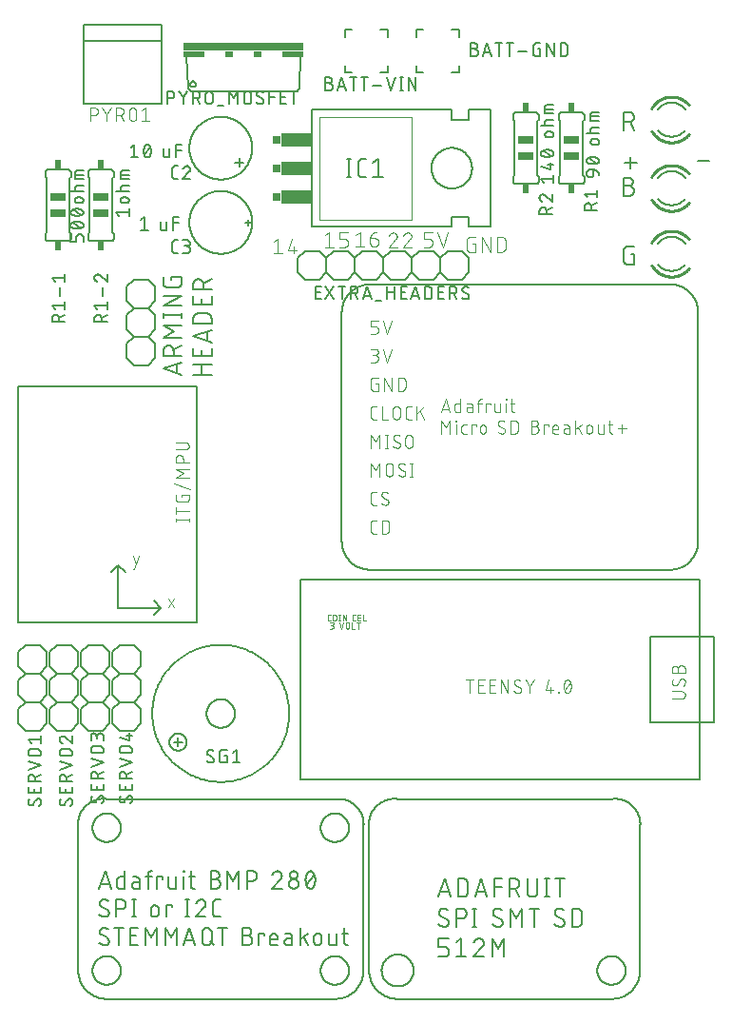
<source format=gbr>
G04 EAGLE Gerber RS-274X export*
G75*
%MOMM*%
%FSLAX34Y34*%
%LPD*%
%INSilkscreen Top*%
%IPPOS*%
%AMOC8*
5,1,8,0,0,1.08239X$1,22.5*%
G01*
%ADD10C,0.101600*%
%ADD11C,0.152400*%
%ADD12C,0.127000*%
%ADD13C,0.254000*%
%ADD14C,0.050800*%
%ADD15R,0.635000X0.762000*%
%ADD16R,2.794000X1.270000*%
%ADD17C,0.177800*%
%ADD18R,10.668000X0.762000*%
%ADD19R,1.905000X0.508000*%
%ADD20R,0.762000X0.508000*%
%ADD21R,0.609600X0.863600*%
%ADD22R,1.400000X0.650000*%


D10*
X419684Y684656D02*
X421886Y684656D01*
X421886Y677318D01*
X417483Y677318D01*
X417376Y677320D01*
X417269Y677326D01*
X417162Y677336D01*
X417056Y677349D01*
X416950Y677367D01*
X416845Y677388D01*
X416741Y677413D01*
X416637Y677442D01*
X416535Y677475D01*
X416435Y677512D01*
X416335Y677552D01*
X416237Y677596D01*
X416141Y677643D01*
X416047Y677694D01*
X415954Y677748D01*
X415864Y677805D01*
X415775Y677866D01*
X415689Y677930D01*
X415606Y677997D01*
X415524Y678067D01*
X415446Y678140D01*
X415370Y678216D01*
X415297Y678294D01*
X415227Y678376D01*
X415160Y678459D01*
X415096Y678545D01*
X415035Y678634D01*
X414978Y678724D01*
X414924Y678817D01*
X414873Y678911D01*
X414826Y679007D01*
X414782Y679105D01*
X414742Y679205D01*
X414705Y679305D01*
X414672Y679407D01*
X414643Y679511D01*
X414618Y679615D01*
X414597Y679720D01*
X414579Y679826D01*
X414566Y679932D01*
X414556Y680039D01*
X414550Y680146D01*
X414548Y680253D01*
X414548Y687591D01*
X414550Y687698D01*
X414556Y687805D01*
X414566Y687912D01*
X414579Y688018D01*
X414597Y688124D01*
X414618Y688229D01*
X414643Y688333D01*
X414672Y688437D01*
X414705Y688539D01*
X414742Y688639D01*
X414782Y688739D01*
X414826Y688837D01*
X414873Y688933D01*
X414924Y689027D01*
X414978Y689120D01*
X415035Y689210D01*
X415096Y689299D01*
X415160Y689385D01*
X415227Y689468D01*
X415297Y689550D01*
X415370Y689628D01*
X415446Y689704D01*
X415524Y689777D01*
X415606Y689847D01*
X415689Y689914D01*
X415775Y689978D01*
X415864Y690039D01*
X415954Y690096D01*
X416047Y690150D01*
X416141Y690201D01*
X416237Y690248D01*
X416335Y690292D01*
X416435Y690332D01*
X416535Y690369D01*
X416637Y690402D01*
X416741Y690431D01*
X416845Y690456D01*
X416950Y690477D01*
X417056Y690495D01*
X417162Y690508D01*
X417269Y690518D01*
X417376Y690524D01*
X417483Y690526D01*
X421886Y690526D01*
X428203Y690526D02*
X428203Y677318D01*
X435541Y677318D02*
X428203Y690526D01*
X435541Y690526D02*
X435541Y677318D01*
X441858Y677318D02*
X441858Y690526D01*
X445527Y690526D01*
X445647Y690524D01*
X445767Y690518D01*
X445887Y690508D01*
X446006Y690495D01*
X446125Y690477D01*
X446243Y690456D01*
X446360Y690430D01*
X446477Y690401D01*
X446592Y690368D01*
X446706Y690331D01*
X446819Y690291D01*
X446931Y690247D01*
X447041Y690199D01*
X447150Y690148D01*
X447257Y690093D01*
X447362Y690034D01*
X447464Y689973D01*
X447565Y689908D01*
X447664Y689839D01*
X447761Y689768D01*
X447855Y689693D01*
X447946Y689616D01*
X448035Y689535D01*
X448121Y689451D01*
X448205Y689365D01*
X448286Y689276D01*
X448363Y689185D01*
X448438Y689091D01*
X448509Y688994D01*
X448578Y688895D01*
X448643Y688794D01*
X448704Y688692D01*
X448763Y688587D01*
X448818Y688480D01*
X448869Y688371D01*
X448917Y688261D01*
X448961Y688149D01*
X449001Y688036D01*
X449038Y687922D01*
X449071Y687807D01*
X449100Y687690D01*
X449126Y687573D01*
X449147Y687455D01*
X449165Y687336D01*
X449178Y687217D01*
X449188Y687097D01*
X449194Y686977D01*
X449196Y686857D01*
X449196Y680987D01*
X449194Y680867D01*
X449188Y680747D01*
X449178Y680627D01*
X449165Y680508D01*
X449147Y680389D01*
X449126Y680271D01*
X449100Y680154D01*
X449071Y680037D01*
X449038Y679922D01*
X449001Y679808D01*
X448961Y679695D01*
X448917Y679583D01*
X448869Y679473D01*
X448818Y679364D01*
X448763Y679257D01*
X448704Y679153D01*
X448643Y679050D01*
X448578Y678949D01*
X448509Y678850D01*
X448438Y678753D01*
X448363Y678659D01*
X448286Y678568D01*
X448205Y678479D01*
X448121Y678393D01*
X448035Y678309D01*
X447946Y678228D01*
X447855Y678151D01*
X447761Y678076D01*
X447664Y678005D01*
X447565Y677936D01*
X447464Y677871D01*
X447362Y677810D01*
X447257Y677751D01*
X447150Y677696D01*
X447041Y677645D01*
X446931Y677597D01*
X446819Y677553D01*
X446706Y677513D01*
X446592Y677476D01*
X446477Y677443D01*
X446360Y677414D01*
X446243Y677388D01*
X446125Y677367D01*
X446006Y677349D01*
X445887Y677336D01*
X445767Y677326D01*
X445647Y677320D01*
X445527Y677318D01*
X441858Y677318D01*
X381021Y681608D02*
X376618Y681608D01*
X381021Y681608D02*
X381128Y681610D01*
X381235Y681616D01*
X381342Y681626D01*
X381448Y681639D01*
X381554Y681657D01*
X381659Y681678D01*
X381763Y681703D01*
X381867Y681732D01*
X381969Y681765D01*
X382069Y681802D01*
X382169Y681842D01*
X382267Y681886D01*
X382363Y681933D01*
X382457Y681984D01*
X382550Y682038D01*
X382640Y682095D01*
X382729Y682156D01*
X382815Y682220D01*
X382898Y682287D01*
X382980Y682357D01*
X383058Y682430D01*
X383134Y682506D01*
X383207Y682584D01*
X383277Y682666D01*
X383344Y682749D01*
X383408Y682835D01*
X383469Y682924D01*
X383526Y683014D01*
X383580Y683107D01*
X383631Y683201D01*
X383679Y683297D01*
X383722Y683395D01*
X383762Y683495D01*
X383799Y683595D01*
X383832Y683697D01*
X383861Y683801D01*
X383886Y683905D01*
X383907Y684010D01*
X383925Y684116D01*
X383938Y684222D01*
X383948Y684329D01*
X383954Y684436D01*
X383956Y684543D01*
X383956Y686011D01*
X383954Y686118D01*
X383948Y686225D01*
X383938Y686332D01*
X383925Y686438D01*
X383907Y686544D01*
X383886Y686649D01*
X383861Y686753D01*
X383832Y686857D01*
X383799Y686959D01*
X383762Y687059D01*
X383722Y687159D01*
X383678Y687257D01*
X383631Y687353D01*
X383580Y687447D01*
X383526Y687540D01*
X383469Y687630D01*
X383408Y687719D01*
X383344Y687805D01*
X383277Y687888D01*
X383207Y687970D01*
X383134Y688048D01*
X383058Y688124D01*
X382980Y688197D01*
X382898Y688267D01*
X382815Y688334D01*
X382729Y688398D01*
X382640Y688459D01*
X382550Y688516D01*
X382457Y688570D01*
X382363Y688621D01*
X382267Y688668D01*
X382169Y688712D01*
X382069Y688752D01*
X381969Y688789D01*
X381867Y688822D01*
X381763Y688851D01*
X381659Y688876D01*
X381554Y688897D01*
X381448Y688915D01*
X381342Y688928D01*
X381235Y688938D01*
X381128Y688944D01*
X381021Y688946D01*
X376618Y688946D01*
X376618Y694816D01*
X383956Y694816D01*
X388686Y694816D02*
X393088Y681608D01*
X397491Y694816D01*
X352456Y691144D02*
X352454Y691257D01*
X352448Y691369D01*
X352439Y691482D01*
X352425Y691594D01*
X352408Y691705D01*
X352387Y691816D01*
X352362Y691926D01*
X352334Y692035D01*
X352301Y692143D01*
X352265Y692250D01*
X352226Y692355D01*
X352183Y692460D01*
X352136Y692562D01*
X352086Y692663D01*
X352032Y692762D01*
X351975Y692860D01*
X351915Y692955D01*
X351852Y693048D01*
X351785Y693139D01*
X351715Y693228D01*
X351643Y693314D01*
X351567Y693398D01*
X351489Y693479D01*
X351408Y693557D01*
X351324Y693633D01*
X351238Y693705D01*
X351149Y693775D01*
X351058Y693842D01*
X350965Y693905D01*
X350870Y693965D01*
X350772Y694022D01*
X350673Y694076D01*
X350572Y694126D01*
X350470Y694173D01*
X350365Y694216D01*
X350260Y694255D01*
X350153Y694291D01*
X350045Y694324D01*
X349936Y694352D01*
X349826Y694377D01*
X349715Y694398D01*
X349604Y694415D01*
X349492Y694429D01*
X349379Y694438D01*
X349267Y694444D01*
X349154Y694446D01*
X349027Y694444D01*
X348900Y694438D01*
X348773Y694429D01*
X348647Y694416D01*
X348521Y694399D01*
X348396Y694378D01*
X348271Y694353D01*
X348148Y694325D01*
X348025Y694293D01*
X347903Y694257D01*
X347782Y694218D01*
X347662Y694175D01*
X347544Y694129D01*
X347427Y694079D01*
X347312Y694025D01*
X347199Y693968D01*
X347087Y693908D01*
X346977Y693845D01*
X346869Y693778D01*
X346763Y693708D01*
X346659Y693635D01*
X346557Y693558D01*
X346458Y693479D01*
X346361Y693397D01*
X346267Y693312D01*
X346175Y693224D01*
X346086Y693134D01*
X346000Y693040D01*
X345916Y692945D01*
X345836Y692847D01*
X345758Y692746D01*
X345683Y692643D01*
X345612Y692538D01*
X345544Y692431D01*
X345479Y692322D01*
X345417Y692211D01*
X345358Y692098D01*
X345303Y691984D01*
X345252Y691868D01*
X345204Y691750D01*
X345159Y691631D01*
X345118Y691511D01*
X351355Y688576D02*
X351437Y688656D01*
X351516Y688739D01*
X351593Y688825D01*
X351667Y688913D01*
X351737Y689004D01*
X351805Y689096D01*
X351870Y689191D01*
X351932Y689288D01*
X351990Y689387D01*
X352046Y689488D01*
X352098Y689590D01*
X352146Y689694D01*
X352191Y689800D01*
X352233Y689907D01*
X352272Y690015D01*
X352306Y690125D01*
X352338Y690235D01*
X352365Y690347D01*
X352389Y690459D01*
X352410Y690572D01*
X352426Y690686D01*
X352439Y690800D01*
X352449Y690914D01*
X352454Y691029D01*
X352456Y691144D01*
X351355Y688576D02*
X345118Y681238D01*
X352456Y681238D01*
X365257Y691144D02*
X365255Y691257D01*
X365249Y691369D01*
X365240Y691482D01*
X365226Y691594D01*
X365209Y691705D01*
X365188Y691816D01*
X365163Y691926D01*
X365135Y692035D01*
X365102Y692143D01*
X365066Y692250D01*
X365027Y692355D01*
X364984Y692460D01*
X364937Y692562D01*
X364887Y692663D01*
X364833Y692762D01*
X364776Y692860D01*
X364716Y692955D01*
X364653Y693048D01*
X364586Y693139D01*
X364516Y693228D01*
X364444Y693314D01*
X364368Y693398D01*
X364290Y693479D01*
X364209Y693557D01*
X364125Y693633D01*
X364039Y693705D01*
X363950Y693775D01*
X363859Y693842D01*
X363766Y693905D01*
X363671Y693965D01*
X363573Y694022D01*
X363474Y694076D01*
X363373Y694126D01*
X363271Y694173D01*
X363166Y694216D01*
X363061Y694255D01*
X362954Y694291D01*
X362846Y694324D01*
X362737Y694352D01*
X362627Y694377D01*
X362516Y694398D01*
X362405Y694415D01*
X362293Y694429D01*
X362180Y694438D01*
X362068Y694444D01*
X361955Y694446D01*
X361828Y694444D01*
X361701Y694438D01*
X361574Y694429D01*
X361448Y694416D01*
X361322Y694399D01*
X361197Y694378D01*
X361072Y694353D01*
X360949Y694325D01*
X360826Y694293D01*
X360704Y694257D01*
X360583Y694218D01*
X360463Y694175D01*
X360345Y694129D01*
X360228Y694079D01*
X360113Y694025D01*
X360000Y693968D01*
X359888Y693908D01*
X359778Y693845D01*
X359670Y693778D01*
X359564Y693708D01*
X359460Y693635D01*
X359358Y693558D01*
X359259Y693479D01*
X359162Y693397D01*
X359068Y693312D01*
X358976Y693224D01*
X358887Y693134D01*
X358801Y693040D01*
X358717Y692945D01*
X358637Y692847D01*
X358559Y692746D01*
X358484Y692643D01*
X358413Y692538D01*
X358345Y692431D01*
X358280Y692322D01*
X358218Y692211D01*
X358159Y692098D01*
X358104Y691984D01*
X358053Y691868D01*
X358005Y691750D01*
X357960Y691631D01*
X357919Y691511D01*
X364157Y688576D02*
X364239Y688656D01*
X364318Y688739D01*
X364395Y688825D01*
X364469Y688913D01*
X364539Y689004D01*
X364607Y689096D01*
X364672Y689191D01*
X364734Y689288D01*
X364792Y689387D01*
X364848Y689488D01*
X364900Y689590D01*
X364948Y689694D01*
X364993Y689800D01*
X365035Y689907D01*
X365074Y690015D01*
X365108Y690125D01*
X365140Y690235D01*
X365167Y690347D01*
X365191Y690459D01*
X365212Y690572D01*
X365228Y690686D01*
X365241Y690800D01*
X365251Y690914D01*
X365256Y691029D01*
X365258Y691144D01*
X364157Y688576D02*
X357920Y681238D01*
X365257Y681238D01*
X319467Y695156D02*
X315798Y692221D01*
X319467Y695156D02*
X319467Y681948D01*
X315798Y681948D02*
X323136Y681948D01*
X328600Y689286D02*
X333002Y689286D01*
X333109Y689284D01*
X333216Y689278D01*
X333323Y689268D01*
X333429Y689255D01*
X333535Y689237D01*
X333640Y689216D01*
X333744Y689191D01*
X333848Y689162D01*
X333950Y689129D01*
X334050Y689092D01*
X334150Y689052D01*
X334248Y689008D01*
X334344Y688961D01*
X334438Y688910D01*
X334531Y688856D01*
X334621Y688799D01*
X334710Y688738D01*
X334796Y688674D01*
X334879Y688607D01*
X334961Y688537D01*
X335039Y688464D01*
X335115Y688388D01*
X335188Y688310D01*
X335258Y688228D01*
X335325Y688145D01*
X335389Y688059D01*
X335450Y687970D01*
X335507Y687880D01*
X335561Y687787D01*
X335612Y687693D01*
X335659Y687597D01*
X335703Y687499D01*
X335743Y687399D01*
X335780Y687299D01*
X335813Y687197D01*
X335842Y687093D01*
X335867Y686989D01*
X335888Y686884D01*
X335906Y686778D01*
X335919Y686672D01*
X335929Y686565D01*
X335935Y686458D01*
X335937Y686351D01*
X335937Y685617D01*
X335935Y685497D01*
X335929Y685377D01*
X335919Y685257D01*
X335906Y685138D01*
X335888Y685019D01*
X335867Y684901D01*
X335841Y684784D01*
X335812Y684667D01*
X335779Y684552D01*
X335742Y684438D01*
X335702Y684325D01*
X335658Y684213D01*
X335610Y684103D01*
X335559Y683994D01*
X335504Y683887D01*
X335445Y683783D01*
X335384Y683680D01*
X335319Y683579D01*
X335250Y683480D01*
X335179Y683383D01*
X335104Y683289D01*
X335027Y683198D01*
X334946Y683109D01*
X334862Y683023D01*
X334776Y682939D01*
X334687Y682858D01*
X334596Y682781D01*
X334502Y682706D01*
X334405Y682635D01*
X334306Y682566D01*
X334205Y682501D01*
X334103Y682440D01*
X333998Y682381D01*
X333891Y682326D01*
X333782Y682275D01*
X333672Y682227D01*
X333560Y682183D01*
X333447Y682143D01*
X333333Y682106D01*
X333218Y682073D01*
X333101Y682044D01*
X332984Y682018D01*
X332866Y681997D01*
X332747Y681979D01*
X332628Y681966D01*
X332508Y681956D01*
X332388Y681950D01*
X332268Y681948D01*
X332148Y681950D01*
X332028Y681956D01*
X331908Y681966D01*
X331789Y681979D01*
X331670Y681997D01*
X331552Y682018D01*
X331435Y682044D01*
X331318Y682073D01*
X331203Y682106D01*
X331089Y682143D01*
X330976Y682183D01*
X330864Y682227D01*
X330754Y682275D01*
X330645Y682326D01*
X330538Y682381D01*
X330434Y682440D01*
X330331Y682501D01*
X330230Y682566D01*
X330131Y682635D01*
X330034Y682706D01*
X329940Y682781D01*
X329849Y682858D01*
X329760Y682939D01*
X329674Y683023D01*
X329590Y683109D01*
X329509Y683198D01*
X329432Y683289D01*
X329357Y683383D01*
X329286Y683480D01*
X329217Y683579D01*
X329152Y683680D01*
X329091Y683783D01*
X329032Y683887D01*
X328977Y683994D01*
X328926Y684103D01*
X328878Y684213D01*
X328834Y684325D01*
X328794Y684438D01*
X328757Y684552D01*
X328724Y684667D01*
X328695Y684784D01*
X328669Y684901D01*
X328648Y685019D01*
X328630Y685138D01*
X328617Y685257D01*
X328607Y685377D01*
X328601Y685497D01*
X328599Y685617D01*
X328600Y685617D02*
X328600Y689286D01*
X328602Y689437D01*
X328608Y689588D01*
X328618Y689739D01*
X328631Y689890D01*
X328649Y690040D01*
X328670Y690189D01*
X328695Y690338D01*
X328724Y690487D01*
X328757Y690634D01*
X328794Y690781D01*
X328834Y690927D01*
X328878Y691071D01*
X328926Y691215D01*
X328977Y691357D01*
X329032Y691497D01*
X329091Y691637D01*
X329154Y691774D01*
X329219Y691910D01*
X329289Y692045D01*
X329361Y692177D01*
X329438Y692308D01*
X329517Y692436D01*
X329600Y692563D01*
X329686Y692687D01*
X329775Y692809D01*
X329867Y692929D01*
X329963Y693046D01*
X330061Y693161D01*
X330162Y693273D01*
X330266Y693383D01*
X330373Y693490D01*
X330483Y693594D01*
X330595Y693695D01*
X330710Y693793D01*
X330827Y693889D01*
X330947Y693981D01*
X331069Y694070D01*
X331193Y694156D01*
X331320Y694239D01*
X331448Y694318D01*
X331579Y694395D01*
X331711Y694467D01*
X331846Y694537D01*
X331982Y694602D01*
X332119Y694665D01*
X332259Y694724D01*
X332399Y694779D01*
X332541Y694830D01*
X332685Y694878D01*
X332829Y694922D01*
X332975Y694962D01*
X333122Y694999D01*
X333269Y695032D01*
X333418Y695061D01*
X333567Y695086D01*
X333716Y695107D01*
X333866Y695125D01*
X334017Y695138D01*
X334168Y695148D01*
X334319Y695154D01*
X334470Y695156D01*
X292237Y694786D02*
X288568Y691851D01*
X292237Y694786D02*
X292237Y681578D01*
X288568Y681578D02*
X295906Y681578D01*
X301370Y681578D02*
X305772Y681578D01*
X305879Y681580D01*
X305986Y681586D01*
X306093Y681596D01*
X306199Y681609D01*
X306305Y681627D01*
X306410Y681648D01*
X306514Y681673D01*
X306618Y681702D01*
X306720Y681735D01*
X306820Y681772D01*
X306920Y681812D01*
X307018Y681856D01*
X307114Y681903D01*
X307208Y681954D01*
X307301Y682008D01*
X307391Y682065D01*
X307480Y682126D01*
X307566Y682190D01*
X307649Y682257D01*
X307731Y682327D01*
X307809Y682400D01*
X307885Y682476D01*
X307958Y682554D01*
X308028Y682636D01*
X308095Y682719D01*
X308159Y682805D01*
X308220Y682894D01*
X308277Y682984D01*
X308331Y683077D01*
X308382Y683171D01*
X308430Y683267D01*
X308473Y683365D01*
X308513Y683465D01*
X308550Y683565D01*
X308583Y683667D01*
X308612Y683771D01*
X308637Y683875D01*
X308658Y683980D01*
X308676Y684086D01*
X308689Y684192D01*
X308699Y684299D01*
X308705Y684406D01*
X308707Y684513D01*
X308707Y685981D01*
X308705Y686088D01*
X308699Y686195D01*
X308689Y686302D01*
X308676Y686408D01*
X308658Y686514D01*
X308637Y686619D01*
X308612Y686723D01*
X308583Y686827D01*
X308550Y686929D01*
X308513Y687029D01*
X308473Y687129D01*
X308429Y687227D01*
X308382Y687323D01*
X308331Y687417D01*
X308277Y687510D01*
X308220Y687600D01*
X308159Y687689D01*
X308095Y687775D01*
X308028Y687858D01*
X307958Y687940D01*
X307885Y688018D01*
X307809Y688094D01*
X307731Y688167D01*
X307649Y688237D01*
X307566Y688304D01*
X307480Y688368D01*
X307391Y688429D01*
X307301Y688486D01*
X307208Y688540D01*
X307114Y688591D01*
X307018Y688638D01*
X306920Y688682D01*
X306820Y688722D01*
X306720Y688759D01*
X306618Y688792D01*
X306514Y688821D01*
X306410Y688846D01*
X306305Y688867D01*
X306199Y688885D01*
X306093Y688898D01*
X305986Y688908D01*
X305879Y688914D01*
X305772Y688916D01*
X301370Y688916D01*
X301370Y694786D01*
X308707Y694786D01*
X246427Y689046D02*
X242758Y686111D01*
X246427Y689046D02*
X246427Y675838D01*
X242758Y675838D02*
X250096Y675838D01*
X255560Y678773D02*
X258495Y689046D01*
X255560Y678773D02*
X262897Y678773D01*
X260696Y681708D02*
X260696Y675838D01*
D11*
X554482Y785622D02*
X554482Y801878D01*
X558998Y801878D01*
X559131Y801876D01*
X559263Y801870D01*
X559395Y801860D01*
X559527Y801847D01*
X559659Y801829D01*
X559789Y801808D01*
X559920Y801783D01*
X560049Y801754D01*
X560177Y801721D01*
X560305Y801685D01*
X560431Y801645D01*
X560556Y801601D01*
X560680Y801553D01*
X560802Y801502D01*
X560923Y801447D01*
X561042Y801389D01*
X561160Y801327D01*
X561275Y801262D01*
X561389Y801193D01*
X561500Y801122D01*
X561609Y801046D01*
X561716Y800968D01*
X561821Y800887D01*
X561923Y800802D01*
X562023Y800715D01*
X562120Y800625D01*
X562215Y800532D01*
X562306Y800436D01*
X562395Y800338D01*
X562481Y800237D01*
X562564Y800133D01*
X562644Y800027D01*
X562720Y799919D01*
X562794Y799809D01*
X562864Y799696D01*
X562931Y799582D01*
X562994Y799465D01*
X563054Y799347D01*
X563111Y799227D01*
X563164Y799105D01*
X563213Y798982D01*
X563259Y798858D01*
X563301Y798732D01*
X563339Y798605D01*
X563374Y798477D01*
X563405Y798348D01*
X563432Y798219D01*
X563455Y798088D01*
X563475Y797957D01*
X563490Y797825D01*
X563502Y797693D01*
X563510Y797561D01*
X563514Y797428D01*
X563514Y797296D01*
X563510Y797163D01*
X563502Y797031D01*
X563490Y796899D01*
X563475Y796767D01*
X563455Y796636D01*
X563432Y796505D01*
X563405Y796376D01*
X563374Y796247D01*
X563339Y796119D01*
X563301Y795992D01*
X563259Y795866D01*
X563213Y795742D01*
X563164Y795619D01*
X563111Y795497D01*
X563054Y795377D01*
X562994Y795259D01*
X562931Y795142D01*
X562864Y795028D01*
X562794Y794915D01*
X562720Y794805D01*
X562644Y794697D01*
X562564Y794591D01*
X562481Y794487D01*
X562395Y794386D01*
X562306Y794288D01*
X562215Y794192D01*
X562120Y794099D01*
X562023Y794009D01*
X561923Y793922D01*
X561821Y793837D01*
X561716Y793756D01*
X561609Y793678D01*
X561500Y793602D01*
X561389Y793531D01*
X561275Y793462D01*
X561160Y793397D01*
X561042Y793335D01*
X560923Y793277D01*
X560802Y793222D01*
X560680Y793171D01*
X560556Y793123D01*
X560431Y793079D01*
X560305Y793039D01*
X560177Y793003D01*
X560049Y792970D01*
X559920Y792941D01*
X559789Y792916D01*
X559659Y792895D01*
X559527Y792877D01*
X559395Y792864D01*
X559263Y792854D01*
X559131Y792848D01*
X558998Y792846D01*
X558998Y792847D02*
X554482Y792847D01*
X559901Y792847D02*
X563513Y785622D01*
X558998Y736233D02*
X554482Y736233D01*
X558998Y736234D02*
X559131Y736232D01*
X559263Y736226D01*
X559395Y736216D01*
X559527Y736203D01*
X559659Y736185D01*
X559789Y736164D01*
X559920Y736139D01*
X560049Y736110D01*
X560177Y736077D01*
X560305Y736041D01*
X560431Y736001D01*
X560556Y735957D01*
X560680Y735909D01*
X560802Y735858D01*
X560923Y735803D01*
X561042Y735745D01*
X561160Y735683D01*
X561275Y735618D01*
X561389Y735549D01*
X561500Y735478D01*
X561609Y735402D01*
X561716Y735324D01*
X561821Y735243D01*
X561923Y735158D01*
X562023Y735071D01*
X562120Y734981D01*
X562215Y734888D01*
X562306Y734792D01*
X562395Y734694D01*
X562481Y734593D01*
X562564Y734489D01*
X562644Y734383D01*
X562720Y734275D01*
X562794Y734165D01*
X562864Y734052D01*
X562931Y733938D01*
X562994Y733821D01*
X563054Y733703D01*
X563111Y733583D01*
X563164Y733461D01*
X563213Y733338D01*
X563259Y733214D01*
X563301Y733088D01*
X563339Y732961D01*
X563374Y732833D01*
X563405Y732704D01*
X563432Y732575D01*
X563455Y732444D01*
X563475Y732313D01*
X563490Y732181D01*
X563502Y732049D01*
X563510Y731917D01*
X563514Y731784D01*
X563514Y731652D01*
X563510Y731519D01*
X563502Y731387D01*
X563490Y731255D01*
X563475Y731123D01*
X563455Y730992D01*
X563432Y730861D01*
X563405Y730732D01*
X563374Y730603D01*
X563339Y730475D01*
X563301Y730348D01*
X563259Y730222D01*
X563213Y730098D01*
X563164Y729975D01*
X563111Y729853D01*
X563054Y729733D01*
X562994Y729615D01*
X562931Y729498D01*
X562864Y729384D01*
X562794Y729271D01*
X562720Y729161D01*
X562644Y729053D01*
X562564Y728947D01*
X562481Y728843D01*
X562395Y728742D01*
X562306Y728644D01*
X562215Y728548D01*
X562120Y728455D01*
X562023Y728365D01*
X561923Y728278D01*
X561821Y728193D01*
X561716Y728112D01*
X561609Y728034D01*
X561500Y727958D01*
X561389Y727887D01*
X561275Y727818D01*
X561160Y727753D01*
X561042Y727691D01*
X560923Y727633D01*
X560802Y727578D01*
X560680Y727527D01*
X560556Y727479D01*
X560431Y727435D01*
X560305Y727395D01*
X560177Y727359D01*
X560049Y727326D01*
X559920Y727297D01*
X559789Y727272D01*
X559659Y727251D01*
X559527Y727233D01*
X559395Y727220D01*
X559263Y727210D01*
X559131Y727204D01*
X558998Y727202D01*
X554482Y727202D01*
X554482Y743458D01*
X558998Y743458D01*
X559117Y743456D01*
X559237Y743450D01*
X559356Y743440D01*
X559474Y743426D01*
X559593Y743409D01*
X559710Y743387D01*
X559827Y743362D01*
X559942Y743332D01*
X560057Y743299D01*
X560171Y743262D01*
X560283Y743222D01*
X560394Y743177D01*
X560503Y743129D01*
X560611Y743078D01*
X560717Y743023D01*
X560821Y742964D01*
X560923Y742902D01*
X561023Y742837D01*
X561121Y742768D01*
X561217Y742696D01*
X561310Y742621D01*
X561400Y742544D01*
X561488Y742463D01*
X561573Y742379D01*
X561655Y742292D01*
X561735Y742203D01*
X561811Y742111D01*
X561885Y742017D01*
X561955Y741920D01*
X562022Y741822D01*
X562086Y741721D01*
X562146Y741617D01*
X562203Y741512D01*
X562256Y741405D01*
X562306Y741297D01*
X562352Y741187D01*
X562394Y741075D01*
X562433Y740962D01*
X562468Y740848D01*
X562499Y740733D01*
X562527Y740616D01*
X562550Y740499D01*
X562570Y740382D01*
X562586Y740263D01*
X562598Y740144D01*
X562606Y740025D01*
X562610Y739906D01*
X562610Y739786D01*
X562606Y739667D01*
X562598Y739548D01*
X562586Y739429D01*
X562570Y739310D01*
X562550Y739193D01*
X562527Y739076D01*
X562499Y738959D01*
X562468Y738844D01*
X562433Y738730D01*
X562394Y738617D01*
X562352Y738505D01*
X562306Y738395D01*
X562256Y738287D01*
X562203Y738180D01*
X562146Y738075D01*
X562086Y737971D01*
X562022Y737870D01*
X561955Y737772D01*
X561885Y737675D01*
X561811Y737581D01*
X561735Y737489D01*
X561655Y737400D01*
X561573Y737313D01*
X561488Y737229D01*
X561400Y737148D01*
X561310Y737071D01*
X561217Y736996D01*
X561121Y736924D01*
X561023Y736855D01*
X560923Y736790D01*
X560821Y736728D01*
X560717Y736669D01*
X560611Y736614D01*
X560503Y736563D01*
X560394Y736515D01*
X560283Y736470D01*
X560171Y736430D01*
X560057Y736393D01*
X559942Y736360D01*
X559827Y736330D01*
X559710Y736305D01*
X559593Y736283D01*
X559474Y736266D01*
X559356Y736252D01*
X559237Y736242D01*
X559117Y736236D01*
X558998Y736234D01*
X560804Y675273D02*
X563513Y675273D01*
X563513Y666242D01*
X558094Y666242D01*
X557976Y666244D01*
X557858Y666250D01*
X557740Y666259D01*
X557623Y666273D01*
X557506Y666290D01*
X557389Y666311D01*
X557274Y666336D01*
X557159Y666365D01*
X557045Y666398D01*
X556933Y666434D01*
X556822Y666474D01*
X556712Y666517D01*
X556603Y666564D01*
X556496Y666614D01*
X556391Y666669D01*
X556288Y666726D01*
X556187Y666787D01*
X556087Y666851D01*
X555990Y666918D01*
X555895Y666988D01*
X555803Y667062D01*
X555712Y667138D01*
X555625Y667218D01*
X555540Y667300D01*
X555458Y667385D01*
X555378Y667472D01*
X555302Y667563D01*
X555228Y667655D01*
X555158Y667750D01*
X555091Y667847D01*
X555027Y667947D01*
X554966Y668048D01*
X554909Y668151D01*
X554854Y668256D01*
X554804Y668363D01*
X554757Y668472D01*
X554714Y668582D01*
X554674Y668693D01*
X554638Y668805D01*
X554605Y668919D01*
X554576Y669034D01*
X554551Y669149D01*
X554530Y669266D01*
X554513Y669383D01*
X554499Y669500D01*
X554490Y669618D01*
X554484Y669736D01*
X554482Y669854D01*
X554482Y678886D01*
X554484Y679004D01*
X554490Y679122D01*
X554499Y679240D01*
X554513Y679357D01*
X554530Y679474D01*
X554551Y679591D01*
X554576Y679706D01*
X554605Y679821D01*
X554638Y679935D01*
X554674Y680047D01*
X554714Y680158D01*
X554757Y680268D01*
X554804Y680377D01*
X554854Y680484D01*
X554908Y680589D01*
X554966Y680692D01*
X555027Y680793D01*
X555091Y680893D01*
X555158Y680990D01*
X555228Y681085D01*
X555302Y681177D01*
X555378Y681268D01*
X555458Y681355D01*
X555540Y681440D01*
X555625Y681522D01*
X555712Y681602D01*
X555803Y681678D01*
X555895Y681752D01*
X555990Y681822D01*
X556087Y681889D01*
X556187Y681953D01*
X556288Y682014D01*
X556391Y682071D01*
X556496Y682125D01*
X556603Y682176D01*
X556712Y682223D01*
X556822Y682266D01*
X556933Y682306D01*
X557045Y682342D01*
X557159Y682375D01*
X557274Y682404D01*
X557389Y682429D01*
X557506Y682450D01*
X557623Y682467D01*
X557740Y682481D01*
X557858Y682490D01*
X557976Y682496D01*
X558094Y682498D01*
X563513Y682498D01*
X566039Y756514D02*
X555202Y756514D01*
X560621Y761932D02*
X560621Y751095D01*
X619982Y757944D02*
X630819Y757944D01*
X160688Y567882D02*
X144432Y573301D01*
X160688Y578719D01*
X156624Y577365D02*
X156624Y569237D01*
X160688Y585029D02*
X144432Y585029D01*
X144432Y589545D01*
X144434Y589678D01*
X144440Y589810D01*
X144450Y589942D01*
X144463Y590074D01*
X144481Y590206D01*
X144502Y590336D01*
X144527Y590467D01*
X144556Y590596D01*
X144589Y590724D01*
X144625Y590852D01*
X144665Y590978D01*
X144709Y591103D01*
X144757Y591227D01*
X144808Y591349D01*
X144863Y591470D01*
X144921Y591589D01*
X144983Y591707D01*
X145048Y591822D01*
X145117Y591936D01*
X145188Y592047D01*
X145264Y592156D01*
X145342Y592263D01*
X145423Y592368D01*
X145508Y592470D01*
X145595Y592570D01*
X145685Y592667D01*
X145778Y592762D01*
X145874Y592853D01*
X145972Y592942D01*
X146073Y593028D01*
X146177Y593111D01*
X146283Y593191D01*
X146391Y593267D01*
X146501Y593341D01*
X146614Y593411D01*
X146728Y593478D01*
X146845Y593541D01*
X146963Y593601D01*
X147083Y593658D01*
X147205Y593711D01*
X147328Y593760D01*
X147452Y593806D01*
X147578Y593848D01*
X147705Y593886D01*
X147833Y593921D01*
X147962Y593952D01*
X148091Y593979D01*
X148222Y594002D01*
X148353Y594022D01*
X148485Y594037D01*
X148617Y594049D01*
X148749Y594057D01*
X148882Y594061D01*
X149014Y594061D01*
X149147Y594057D01*
X149279Y594049D01*
X149411Y594037D01*
X149543Y594022D01*
X149674Y594002D01*
X149805Y593979D01*
X149934Y593952D01*
X150063Y593921D01*
X150191Y593886D01*
X150318Y593848D01*
X150444Y593806D01*
X150568Y593760D01*
X150691Y593711D01*
X150813Y593658D01*
X150933Y593601D01*
X151051Y593541D01*
X151168Y593478D01*
X151282Y593411D01*
X151395Y593341D01*
X151505Y593267D01*
X151613Y593191D01*
X151719Y593111D01*
X151823Y593028D01*
X151924Y592942D01*
X152022Y592853D01*
X152118Y592762D01*
X152211Y592667D01*
X152301Y592570D01*
X152388Y592470D01*
X152473Y592368D01*
X152554Y592263D01*
X152632Y592156D01*
X152708Y592047D01*
X152779Y591936D01*
X152848Y591822D01*
X152913Y591707D01*
X152975Y591589D01*
X153033Y591470D01*
X153088Y591349D01*
X153139Y591227D01*
X153187Y591103D01*
X153231Y590978D01*
X153271Y590852D01*
X153307Y590724D01*
X153340Y590596D01*
X153369Y590467D01*
X153394Y590336D01*
X153415Y590206D01*
X153433Y590074D01*
X153446Y589942D01*
X153456Y589810D01*
X153462Y589678D01*
X153464Y589545D01*
X153463Y589545D02*
X153463Y585029D01*
X153463Y590448D02*
X160688Y594060D01*
X160688Y601229D02*
X144432Y601229D01*
X153463Y606647D01*
X144432Y612066D01*
X160688Y612066D01*
X160688Y620715D02*
X144432Y620715D01*
X160688Y618909D02*
X160688Y622522D01*
X144432Y622522D02*
X144432Y618909D01*
X144432Y629226D02*
X160688Y629226D01*
X160688Y638257D02*
X144432Y629226D01*
X144432Y638257D02*
X160688Y638257D01*
X151657Y652221D02*
X151657Y654930D01*
X160688Y654930D01*
X160688Y649512D01*
X160686Y649394D01*
X160680Y649276D01*
X160671Y649158D01*
X160657Y649041D01*
X160640Y648924D01*
X160619Y648807D01*
X160594Y648692D01*
X160565Y648577D01*
X160532Y648463D01*
X160496Y648351D01*
X160456Y648240D01*
X160413Y648130D01*
X160366Y648021D01*
X160316Y647914D01*
X160261Y647809D01*
X160204Y647706D01*
X160143Y647605D01*
X160079Y647505D01*
X160012Y647408D01*
X159942Y647313D01*
X159868Y647221D01*
X159792Y647130D01*
X159712Y647043D01*
X159630Y646958D01*
X159545Y646876D01*
X159458Y646796D01*
X159367Y646720D01*
X159275Y646646D01*
X159180Y646576D01*
X159083Y646509D01*
X158983Y646445D01*
X158882Y646384D01*
X158779Y646327D01*
X158674Y646272D01*
X158567Y646222D01*
X158458Y646175D01*
X158348Y646132D01*
X158237Y646092D01*
X158125Y646056D01*
X158011Y646023D01*
X157896Y645994D01*
X157781Y645969D01*
X157664Y645948D01*
X157547Y645931D01*
X157430Y645917D01*
X157312Y645908D01*
X157194Y645902D01*
X157076Y645900D01*
X157076Y645899D02*
X148044Y645899D01*
X147926Y645901D01*
X147808Y645907D01*
X147690Y645916D01*
X147572Y645930D01*
X147455Y645947D01*
X147339Y645968D01*
X147224Y645993D01*
X147109Y646022D01*
X146995Y646055D01*
X146883Y646091D01*
X146771Y646131D01*
X146661Y646174D01*
X146553Y646221D01*
X146446Y646272D01*
X146341Y646326D01*
X146238Y646383D01*
X146136Y646444D01*
X146037Y646508D01*
X145940Y646575D01*
X145845Y646646D01*
X145752Y646719D01*
X145662Y646796D01*
X145574Y646875D01*
X145489Y646957D01*
X145407Y647042D01*
X145328Y647130D01*
X145251Y647220D01*
X145178Y647313D01*
X145107Y647407D01*
X145040Y647505D01*
X144976Y647604D01*
X144915Y647705D01*
X144858Y647809D01*
X144804Y647914D01*
X144753Y648021D01*
X144706Y648129D01*
X144663Y648239D01*
X144623Y648351D01*
X144587Y648463D01*
X144554Y648577D01*
X144525Y648692D01*
X144500Y648807D01*
X144479Y648923D01*
X144462Y649040D01*
X144448Y649158D01*
X144439Y649276D01*
X144433Y649394D01*
X144431Y649512D01*
X144432Y649512D02*
X144432Y654930D01*
X171102Y567882D02*
X187358Y567882D01*
X178327Y567882D02*
X178327Y576913D01*
X171102Y576913D02*
X187358Y576913D01*
X187358Y584585D02*
X187358Y591810D01*
X187358Y584585D02*
X171102Y584585D01*
X171102Y591810D01*
X178327Y590004D02*
X178327Y584585D01*
X187358Y596678D02*
X171102Y602097D01*
X187358Y607516D01*
X183294Y606161D02*
X183294Y598033D01*
X187358Y613734D02*
X171102Y613734D01*
X171102Y618249D01*
X171104Y618380D01*
X171110Y618512D01*
X171119Y618643D01*
X171133Y618773D01*
X171150Y618904D01*
X171171Y619033D01*
X171195Y619162D01*
X171224Y619290D01*
X171256Y619418D01*
X171292Y619544D01*
X171331Y619669D01*
X171374Y619794D01*
X171421Y619916D01*
X171471Y620038D01*
X171525Y620158D01*
X171582Y620276D01*
X171643Y620392D01*
X171707Y620507D01*
X171774Y620620D01*
X171845Y620731D01*
X171919Y620839D01*
X171996Y620946D01*
X172076Y621050D01*
X172159Y621152D01*
X172244Y621251D01*
X172333Y621348D01*
X172425Y621442D01*
X172519Y621534D01*
X172616Y621623D01*
X172715Y621708D01*
X172817Y621791D01*
X172921Y621871D01*
X173028Y621948D01*
X173136Y622022D01*
X173247Y622093D01*
X173360Y622160D01*
X173475Y622224D01*
X173591Y622285D01*
X173709Y622342D01*
X173829Y622396D01*
X173951Y622446D01*
X174073Y622493D01*
X174198Y622536D01*
X174323Y622575D01*
X174449Y622611D01*
X174577Y622643D01*
X174705Y622672D01*
X174834Y622696D01*
X174963Y622717D01*
X175094Y622734D01*
X175224Y622748D01*
X175355Y622757D01*
X175487Y622763D01*
X175618Y622765D01*
X182842Y622765D01*
X182973Y622763D01*
X183105Y622757D01*
X183236Y622748D01*
X183366Y622734D01*
X183497Y622717D01*
X183626Y622696D01*
X183755Y622672D01*
X183883Y622643D01*
X184011Y622611D01*
X184137Y622575D01*
X184262Y622536D01*
X184387Y622493D01*
X184509Y622446D01*
X184631Y622396D01*
X184751Y622342D01*
X184869Y622285D01*
X184985Y622224D01*
X185100Y622160D01*
X185213Y622093D01*
X185324Y622022D01*
X185432Y621948D01*
X185539Y621871D01*
X185643Y621791D01*
X185745Y621708D01*
X185844Y621623D01*
X185941Y621534D01*
X186035Y621442D01*
X186127Y621348D01*
X186216Y621251D01*
X186301Y621152D01*
X186384Y621050D01*
X186464Y620946D01*
X186541Y620839D01*
X186615Y620731D01*
X186686Y620620D01*
X186753Y620507D01*
X186817Y620392D01*
X186878Y620276D01*
X186935Y620158D01*
X186989Y620038D01*
X187039Y619916D01*
X187086Y619794D01*
X187129Y619669D01*
X187168Y619544D01*
X187204Y619418D01*
X187236Y619290D01*
X187265Y619162D01*
X187289Y619033D01*
X187310Y618903D01*
X187327Y618773D01*
X187341Y618643D01*
X187350Y618512D01*
X187356Y618380D01*
X187358Y618249D01*
X187358Y613734D01*
X187358Y630437D02*
X187358Y637662D01*
X187358Y630437D02*
X171102Y630437D01*
X171102Y637662D01*
X178327Y635855D02*
X178327Y630437D01*
X171102Y644046D02*
X187358Y644046D01*
X171102Y644046D02*
X171102Y648561D01*
X171104Y648694D01*
X171110Y648826D01*
X171120Y648958D01*
X171133Y649090D01*
X171151Y649222D01*
X171172Y649352D01*
X171197Y649483D01*
X171226Y649612D01*
X171259Y649740D01*
X171295Y649868D01*
X171335Y649994D01*
X171379Y650119D01*
X171427Y650243D01*
X171478Y650365D01*
X171533Y650486D01*
X171591Y650605D01*
X171653Y650723D01*
X171718Y650838D01*
X171787Y650952D01*
X171858Y651063D01*
X171934Y651172D01*
X172012Y651279D01*
X172093Y651384D01*
X172178Y651486D01*
X172265Y651586D01*
X172355Y651683D01*
X172448Y651778D01*
X172544Y651869D01*
X172642Y651958D01*
X172743Y652044D01*
X172847Y652127D01*
X172953Y652207D01*
X173061Y652283D01*
X173171Y652357D01*
X173284Y652427D01*
X173398Y652494D01*
X173515Y652557D01*
X173633Y652617D01*
X173753Y652674D01*
X173875Y652727D01*
X173998Y652776D01*
X174122Y652822D01*
X174248Y652864D01*
X174375Y652902D01*
X174503Y652937D01*
X174632Y652968D01*
X174761Y652995D01*
X174892Y653018D01*
X175023Y653038D01*
X175155Y653053D01*
X175287Y653065D01*
X175419Y653073D01*
X175552Y653077D01*
X175684Y653077D01*
X175817Y653073D01*
X175949Y653065D01*
X176081Y653053D01*
X176213Y653038D01*
X176344Y653018D01*
X176475Y652995D01*
X176604Y652968D01*
X176733Y652937D01*
X176861Y652902D01*
X176988Y652864D01*
X177114Y652822D01*
X177238Y652776D01*
X177361Y652727D01*
X177483Y652674D01*
X177603Y652617D01*
X177721Y652557D01*
X177838Y652494D01*
X177952Y652427D01*
X178065Y652357D01*
X178175Y652283D01*
X178283Y652207D01*
X178389Y652127D01*
X178493Y652044D01*
X178594Y651958D01*
X178692Y651869D01*
X178788Y651778D01*
X178881Y651683D01*
X178971Y651586D01*
X179058Y651486D01*
X179143Y651384D01*
X179224Y651279D01*
X179302Y651172D01*
X179378Y651063D01*
X179449Y650952D01*
X179518Y650838D01*
X179583Y650723D01*
X179645Y650605D01*
X179703Y650486D01*
X179758Y650365D01*
X179809Y650243D01*
X179857Y650119D01*
X179901Y649994D01*
X179941Y649868D01*
X179977Y649740D01*
X180010Y649612D01*
X180039Y649483D01*
X180064Y649352D01*
X180085Y649222D01*
X180103Y649090D01*
X180116Y648958D01*
X180126Y648826D01*
X180132Y648694D01*
X180134Y648561D01*
X180133Y648561D02*
X180133Y644046D01*
X180133Y649464D02*
X187358Y653077D01*
X407670Y836930D02*
X407670Y843280D01*
X407670Y836930D02*
X401320Y836930D01*
X375920Y836930D02*
X369570Y836930D01*
X369570Y843280D01*
X369570Y868680D02*
X369570Y875030D01*
X375920Y875030D01*
X401320Y875030D02*
X407670Y875030D01*
X407670Y868680D01*
D12*
X418465Y857885D02*
X421640Y857885D01*
X421751Y857883D01*
X421861Y857877D01*
X421972Y857868D01*
X422082Y857854D01*
X422191Y857837D01*
X422300Y857816D01*
X422408Y857791D01*
X422515Y857762D01*
X422621Y857730D01*
X422726Y857694D01*
X422829Y857654D01*
X422931Y857611D01*
X423032Y857564D01*
X423131Y857513D01*
X423228Y857460D01*
X423322Y857403D01*
X423415Y857342D01*
X423506Y857279D01*
X423595Y857212D01*
X423681Y857142D01*
X423764Y857069D01*
X423846Y856994D01*
X423924Y856916D01*
X423999Y856834D01*
X424072Y856751D01*
X424142Y856665D01*
X424209Y856576D01*
X424272Y856485D01*
X424333Y856392D01*
X424390Y856297D01*
X424443Y856201D01*
X424494Y856102D01*
X424541Y856001D01*
X424584Y855899D01*
X424624Y855796D01*
X424660Y855691D01*
X424692Y855585D01*
X424721Y855478D01*
X424746Y855370D01*
X424767Y855261D01*
X424784Y855152D01*
X424798Y855042D01*
X424807Y854931D01*
X424813Y854821D01*
X424815Y854710D01*
X424813Y854599D01*
X424807Y854489D01*
X424798Y854378D01*
X424784Y854268D01*
X424767Y854159D01*
X424746Y854050D01*
X424721Y853942D01*
X424692Y853835D01*
X424660Y853729D01*
X424624Y853624D01*
X424584Y853521D01*
X424541Y853419D01*
X424494Y853318D01*
X424443Y853219D01*
X424390Y853123D01*
X424333Y853028D01*
X424272Y852935D01*
X424209Y852844D01*
X424142Y852755D01*
X424072Y852669D01*
X423999Y852586D01*
X423924Y852504D01*
X423846Y852426D01*
X423764Y852351D01*
X423681Y852278D01*
X423595Y852208D01*
X423506Y852141D01*
X423415Y852078D01*
X423322Y852017D01*
X423228Y851960D01*
X423131Y851907D01*
X423032Y851856D01*
X422931Y851809D01*
X422829Y851766D01*
X422726Y851726D01*
X422621Y851690D01*
X422515Y851658D01*
X422408Y851629D01*
X422300Y851604D01*
X422191Y851583D01*
X422082Y851566D01*
X421972Y851552D01*
X421861Y851543D01*
X421751Y851537D01*
X421640Y851535D01*
X418465Y851535D01*
X418465Y862965D01*
X421640Y862965D01*
X421740Y862963D01*
X421839Y862957D01*
X421939Y862947D01*
X422037Y862934D01*
X422136Y862916D01*
X422233Y862895D01*
X422329Y862870D01*
X422425Y862841D01*
X422519Y862808D01*
X422612Y862772D01*
X422703Y862732D01*
X422793Y862688D01*
X422881Y862641D01*
X422967Y862591D01*
X423051Y862537D01*
X423133Y862480D01*
X423212Y862420D01*
X423290Y862356D01*
X423364Y862290D01*
X423436Y862221D01*
X423505Y862149D01*
X423571Y862075D01*
X423635Y861997D01*
X423695Y861918D01*
X423752Y861836D01*
X423806Y861752D01*
X423856Y861666D01*
X423903Y861578D01*
X423947Y861488D01*
X423987Y861397D01*
X424023Y861304D01*
X424056Y861210D01*
X424085Y861114D01*
X424110Y861018D01*
X424131Y860921D01*
X424149Y860822D01*
X424162Y860724D01*
X424172Y860624D01*
X424178Y860525D01*
X424180Y860425D01*
X424178Y860325D01*
X424172Y860226D01*
X424162Y860126D01*
X424149Y860028D01*
X424131Y859929D01*
X424110Y859832D01*
X424085Y859736D01*
X424056Y859640D01*
X424023Y859546D01*
X423987Y859453D01*
X423947Y859362D01*
X423903Y859272D01*
X423856Y859184D01*
X423806Y859098D01*
X423752Y859014D01*
X423695Y858932D01*
X423635Y858853D01*
X423571Y858775D01*
X423505Y858701D01*
X423436Y858629D01*
X423364Y858560D01*
X423290Y858494D01*
X423212Y858430D01*
X423133Y858370D01*
X423051Y858313D01*
X422967Y858259D01*
X422881Y858209D01*
X422793Y858162D01*
X422703Y858118D01*
X422612Y858078D01*
X422519Y858042D01*
X422425Y858009D01*
X422329Y857980D01*
X422233Y857955D01*
X422136Y857934D01*
X422037Y857916D01*
X421939Y857903D01*
X421839Y857893D01*
X421740Y857887D01*
X421640Y857885D01*
X428689Y851535D02*
X432499Y862965D01*
X436309Y851535D01*
X435356Y854393D02*
X429641Y854393D01*
X443167Y851535D02*
X443167Y862965D01*
X439992Y862965D02*
X446342Y862965D01*
X453073Y862965D02*
X453073Y851535D01*
X449898Y862965D02*
X456248Y862965D01*
X460693Y855980D02*
X468313Y855980D01*
X478346Y857885D02*
X480251Y857885D01*
X480251Y851535D01*
X476441Y851535D01*
X476341Y851537D01*
X476242Y851543D01*
X476142Y851553D01*
X476044Y851566D01*
X475945Y851584D01*
X475848Y851605D01*
X475752Y851630D01*
X475656Y851659D01*
X475562Y851692D01*
X475469Y851728D01*
X475378Y851768D01*
X475288Y851812D01*
X475200Y851859D01*
X475114Y851909D01*
X475030Y851963D01*
X474948Y852020D01*
X474869Y852080D01*
X474791Y852144D01*
X474717Y852210D01*
X474645Y852279D01*
X474576Y852351D01*
X474510Y852425D01*
X474446Y852503D01*
X474386Y852582D01*
X474329Y852664D01*
X474275Y852748D01*
X474225Y852834D01*
X474178Y852922D01*
X474134Y853012D01*
X474094Y853103D01*
X474058Y853196D01*
X474025Y853290D01*
X473996Y853386D01*
X473971Y853482D01*
X473950Y853579D01*
X473932Y853678D01*
X473919Y853776D01*
X473909Y853876D01*
X473903Y853975D01*
X473901Y854075D01*
X473901Y860425D01*
X473903Y860525D01*
X473909Y860624D01*
X473919Y860724D01*
X473932Y860822D01*
X473950Y860921D01*
X473971Y861018D01*
X473996Y861114D01*
X474025Y861210D01*
X474058Y861304D01*
X474094Y861397D01*
X474134Y861488D01*
X474178Y861578D01*
X474225Y861666D01*
X474275Y861752D01*
X474329Y861836D01*
X474386Y861918D01*
X474446Y861997D01*
X474510Y862075D01*
X474576Y862149D01*
X474645Y862221D01*
X474717Y862290D01*
X474791Y862356D01*
X474869Y862420D01*
X474948Y862480D01*
X475030Y862537D01*
X475114Y862591D01*
X475200Y862641D01*
X475288Y862688D01*
X475378Y862732D01*
X475469Y862772D01*
X475562Y862808D01*
X475656Y862841D01*
X475752Y862870D01*
X475848Y862895D01*
X475945Y862916D01*
X476044Y862934D01*
X476142Y862947D01*
X476242Y862957D01*
X476341Y862963D01*
X476441Y862965D01*
X480251Y862965D01*
X486093Y862965D02*
X486093Y851535D01*
X492443Y851535D02*
X486093Y862965D01*
X492443Y862965D02*
X492443Y851535D01*
X498285Y851535D02*
X498285Y862965D01*
X501460Y862965D01*
X501571Y862963D01*
X501681Y862957D01*
X501792Y862948D01*
X501902Y862934D01*
X502011Y862917D01*
X502120Y862896D01*
X502228Y862871D01*
X502335Y862842D01*
X502441Y862810D01*
X502546Y862774D01*
X502649Y862734D01*
X502751Y862691D01*
X502852Y862644D01*
X502951Y862593D01*
X503048Y862540D01*
X503142Y862483D01*
X503235Y862422D01*
X503326Y862359D01*
X503415Y862292D01*
X503501Y862222D01*
X503584Y862149D01*
X503666Y862074D01*
X503744Y861996D01*
X503819Y861914D01*
X503892Y861831D01*
X503962Y861745D01*
X504029Y861656D01*
X504092Y861565D01*
X504153Y861472D01*
X504210Y861378D01*
X504263Y861281D01*
X504314Y861182D01*
X504361Y861081D01*
X504404Y860979D01*
X504444Y860876D01*
X504480Y860771D01*
X504512Y860665D01*
X504541Y860558D01*
X504566Y860450D01*
X504587Y860341D01*
X504604Y860232D01*
X504618Y860122D01*
X504627Y860011D01*
X504633Y859901D01*
X504635Y859790D01*
X504635Y854710D01*
X504633Y854599D01*
X504627Y854489D01*
X504618Y854378D01*
X504604Y854268D01*
X504587Y854159D01*
X504566Y854050D01*
X504541Y853942D01*
X504512Y853835D01*
X504480Y853729D01*
X504444Y853624D01*
X504404Y853521D01*
X504361Y853419D01*
X504314Y853318D01*
X504263Y853219D01*
X504210Y853123D01*
X504153Y853028D01*
X504092Y852935D01*
X504029Y852844D01*
X503962Y852755D01*
X503892Y852669D01*
X503819Y852586D01*
X503744Y852504D01*
X503666Y852426D01*
X503584Y852351D01*
X503501Y852278D01*
X503415Y852208D01*
X503326Y852141D01*
X503235Y852078D01*
X503142Y852017D01*
X503048Y851960D01*
X502951Y851907D01*
X502852Y851856D01*
X502751Y851809D01*
X502649Y851766D01*
X502546Y851726D01*
X502441Y851690D01*
X502335Y851658D01*
X502228Y851629D01*
X502120Y851604D01*
X502011Y851583D01*
X501902Y851566D01*
X501792Y851552D01*
X501681Y851543D01*
X501571Y851537D01*
X501460Y851535D01*
X498285Y851535D01*
D11*
X344170Y843280D02*
X344170Y836930D01*
X337820Y836930D01*
X312420Y836930D02*
X306070Y836930D01*
X306070Y843280D01*
X306070Y868680D02*
X306070Y875030D01*
X312420Y875030D01*
X337820Y875030D02*
X344170Y875030D01*
X344170Y868680D01*
D12*
X292100Y827405D02*
X288925Y827405D01*
X292100Y827405D02*
X292211Y827403D01*
X292321Y827397D01*
X292432Y827388D01*
X292542Y827374D01*
X292651Y827357D01*
X292760Y827336D01*
X292868Y827311D01*
X292975Y827282D01*
X293081Y827250D01*
X293186Y827214D01*
X293289Y827174D01*
X293391Y827131D01*
X293492Y827084D01*
X293591Y827033D01*
X293688Y826980D01*
X293782Y826923D01*
X293875Y826862D01*
X293966Y826799D01*
X294055Y826732D01*
X294141Y826662D01*
X294224Y826589D01*
X294306Y826514D01*
X294384Y826436D01*
X294459Y826354D01*
X294532Y826271D01*
X294602Y826185D01*
X294669Y826096D01*
X294732Y826005D01*
X294793Y825912D01*
X294850Y825817D01*
X294903Y825721D01*
X294954Y825622D01*
X295001Y825521D01*
X295044Y825419D01*
X295084Y825316D01*
X295120Y825211D01*
X295152Y825105D01*
X295181Y824998D01*
X295206Y824890D01*
X295227Y824781D01*
X295244Y824672D01*
X295258Y824562D01*
X295267Y824451D01*
X295273Y824341D01*
X295275Y824230D01*
X295273Y824119D01*
X295267Y824009D01*
X295258Y823898D01*
X295244Y823788D01*
X295227Y823679D01*
X295206Y823570D01*
X295181Y823462D01*
X295152Y823355D01*
X295120Y823249D01*
X295084Y823144D01*
X295044Y823041D01*
X295001Y822939D01*
X294954Y822838D01*
X294903Y822739D01*
X294850Y822643D01*
X294793Y822548D01*
X294732Y822455D01*
X294669Y822364D01*
X294602Y822275D01*
X294532Y822189D01*
X294459Y822106D01*
X294384Y822024D01*
X294306Y821946D01*
X294224Y821871D01*
X294141Y821798D01*
X294055Y821728D01*
X293966Y821661D01*
X293875Y821598D01*
X293782Y821537D01*
X293688Y821480D01*
X293591Y821427D01*
X293492Y821376D01*
X293391Y821329D01*
X293289Y821286D01*
X293186Y821246D01*
X293081Y821210D01*
X292975Y821178D01*
X292868Y821149D01*
X292760Y821124D01*
X292651Y821103D01*
X292542Y821086D01*
X292432Y821072D01*
X292321Y821063D01*
X292211Y821057D01*
X292100Y821055D01*
X288925Y821055D01*
X288925Y832485D01*
X292100Y832485D01*
X292200Y832483D01*
X292299Y832477D01*
X292399Y832467D01*
X292497Y832454D01*
X292596Y832436D01*
X292693Y832415D01*
X292789Y832390D01*
X292885Y832361D01*
X292979Y832328D01*
X293072Y832292D01*
X293163Y832252D01*
X293253Y832208D01*
X293341Y832161D01*
X293427Y832111D01*
X293511Y832057D01*
X293593Y832000D01*
X293672Y831940D01*
X293750Y831876D01*
X293824Y831810D01*
X293896Y831741D01*
X293965Y831669D01*
X294031Y831595D01*
X294095Y831517D01*
X294155Y831438D01*
X294212Y831356D01*
X294266Y831272D01*
X294316Y831186D01*
X294363Y831098D01*
X294407Y831008D01*
X294447Y830917D01*
X294483Y830824D01*
X294516Y830730D01*
X294545Y830634D01*
X294570Y830538D01*
X294591Y830441D01*
X294609Y830342D01*
X294622Y830244D01*
X294632Y830144D01*
X294638Y830045D01*
X294640Y829945D01*
X294638Y829845D01*
X294632Y829746D01*
X294622Y829646D01*
X294609Y829548D01*
X294591Y829449D01*
X294570Y829352D01*
X294545Y829256D01*
X294516Y829160D01*
X294483Y829066D01*
X294447Y828973D01*
X294407Y828882D01*
X294363Y828792D01*
X294316Y828704D01*
X294266Y828618D01*
X294212Y828534D01*
X294155Y828452D01*
X294095Y828373D01*
X294031Y828295D01*
X293965Y828221D01*
X293896Y828149D01*
X293824Y828080D01*
X293750Y828014D01*
X293672Y827950D01*
X293593Y827890D01*
X293511Y827833D01*
X293427Y827779D01*
X293341Y827729D01*
X293253Y827682D01*
X293163Y827638D01*
X293072Y827598D01*
X292979Y827562D01*
X292885Y827529D01*
X292789Y827500D01*
X292693Y827475D01*
X292596Y827454D01*
X292497Y827436D01*
X292399Y827423D01*
X292299Y827413D01*
X292200Y827407D01*
X292100Y827405D01*
X299149Y821055D02*
X302959Y832485D01*
X306769Y821055D01*
X305816Y823913D02*
X300101Y823913D01*
X313627Y821055D02*
X313627Y832485D01*
X310452Y832485D02*
X316802Y832485D01*
X323533Y832485D02*
X323533Y821055D01*
X320358Y832485D02*
X326708Y832485D01*
X331153Y825500D02*
X338773Y825500D01*
X343345Y832485D02*
X347155Y821055D01*
X350965Y832485D01*
X356299Y832485D02*
X356299Y821055D01*
X355029Y821055D02*
X357569Y821055D01*
X357569Y832485D02*
X355029Y832485D01*
X362649Y832485D02*
X362649Y821055D01*
X368999Y821055D02*
X362649Y832485D01*
X368999Y832485D02*
X368999Y821055D01*
D11*
X596900Y749300D02*
X597272Y749295D01*
X597643Y749282D01*
X598014Y749259D01*
X598384Y749228D01*
X598753Y749187D01*
X599121Y749137D01*
X599488Y749079D01*
X599853Y749011D01*
X600217Y748935D01*
X600578Y748850D01*
X600937Y748755D01*
X601294Y748653D01*
X601649Y748541D01*
X602000Y748421D01*
X602349Y748293D01*
X602694Y748156D01*
X603036Y748010D01*
X603374Y747857D01*
X603708Y747695D01*
X604038Y747525D01*
X604364Y747347D01*
X604686Y747161D01*
X605003Y746967D01*
X605315Y746766D01*
X605622Y746557D01*
X605924Y746341D01*
X606221Y746117D01*
X606512Y745887D01*
X606797Y745649D01*
X607077Y745404D01*
X607350Y745153D01*
X607617Y744895D01*
X607878Y744631D01*
X608133Y744360D01*
X608380Y744083D01*
X608621Y743800D01*
X608855Y743512D01*
X609082Y743218D01*
X609301Y742918D01*
X596900Y749300D02*
X596528Y749295D01*
X596157Y749282D01*
X595785Y749259D01*
X595415Y749227D01*
X595045Y749187D01*
X594677Y749137D01*
X594309Y749078D01*
X593944Y749011D01*
X593580Y748934D01*
X593218Y748848D01*
X592858Y748754D01*
X592501Y748651D01*
X592146Y748540D01*
X591794Y748419D01*
X591445Y748290D01*
X591100Y748153D01*
X590758Y748007D01*
X590419Y747853D01*
X590084Y747691D01*
X589754Y747521D01*
X589428Y747342D01*
X589106Y747156D01*
X588788Y746962D01*
X588476Y746760D01*
X588169Y746551D01*
X587867Y746334D01*
X587570Y746110D01*
X587278Y745879D01*
X586993Y745641D01*
X586713Y745395D01*
X586440Y745143D01*
X586172Y744885D01*
X585912Y744620D01*
X585657Y744349D01*
X585409Y744071D01*
X585169Y743788D01*
X584935Y743499D01*
X584708Y743204D01*
X596900Y718820D02*
X597265Y718824D01*
X597630Y718837D01*
X597994Y718859D01*
X598357Y718890D01*
X598720Y718929D01*
X599082Y718977D01*
X599442Y719034D01*
X599801Y719099D01*
X600159Y719172D01*
X600514Y719255D01*
X600867Y719345D01*
X601219Y719445D01*
X601567Y719552D01*
X601913Y719668D01*
X602256Y719792D01*
X602596Y719925D01*
X602933Y720065D01*
X603266Y720213D01*
X603596Y720370D01*
X603922Y720534D01*
X604244Y720706D01*
X604561Y720886D01*
X604874Y721073D01*
X605183Y721267D01*
X605487Y721469D01*
X605786Y721679D01*
X606080Y721895D01*
X606368Y722118D01*
X606651Y722348D01*
X606929Y722585D01*
X607201Y722828D01*
X607467Y723078D01*
X607727Y723334D01*
X607980Y723597D01*
X608228Y723865D01*
X608468Y724139D01*
X608703Y724419D01*
X608930Y724704D01*
X596900Y718820D02*
X596535Y718824D01*
X596170Y718837D01*
X595806Y718859D01*
X595443Y718890D01*
X595080Y718929D01*
X594718Y718977D01*
X594358Y719034D01*
X593999Y719099D01*
X593641Y719172D01*
X593286Y719255D01*
X592933Y719345D01*
X592581Y719445D01*
X592233Y719552D01*
X591887Y719668D01*
X591544Y719792D01*
X591204Y719925D01*
X590867Y720065D01*
X590534Y720213D01*
X590204Y720370D01*
X589878Y720534D01*
X589556Y720706D01*
X589239Y720886D01*
X588926Y721073D01*
X588617Y721267D01*
X588313Y721469D01*
X588014Y721679D01*
X587720Y721895D01*
X587432Y722118D01*
X587149Y722348D01*
X586871Y722585D01*
X586599Y722828D01*
X586333Y723078D01*
X586073Y723334D01*
X585820Y723597D01*
X585572Y723865D01*
X585332Y724139D01*
X585097Y724419D01*
X584870Y724704D01*
D13*
X596900Y754380D02*
X597394Y754374D01*
X597888Y754356D01*
X598382Y754326D01*
X598875Y754284D01*
X599366Y754230D01*
X599856Y754164D01*
X600344Y754086D01*
X600831Y753996D01*
X601315Y753895D01*
X601796Y753781D01*
X602274Y753656D01*
X602750Y753520D01*
X603221Y753372D01*
X603689Y753212D01*
X604153Y753041D01*
X604613Y752859D01*
X605068Y752666D01*
X605519Y752462D01*
X605964Y752247D01*
X606404Y752021D01*
X606838Y751784D01*
X607266Y751537D01*
X607688Y751280D01*
X608104Y751012D01*
X608513Y750734D01*
X608915Y750447D01*
X609311Y750150D01*
X609698Y749843D01*
X610079Y749527D01*
X610451Y749202D01*
X610816Y748867D01*
X611172Y748524D01*
X611519Y748173D01*
X611859Y747813D01*
X612189Y747445D01*
X612510Y747069D01*
X596900Y754380D02*
X596412Y754374D01*
X595925Y754357D01*
X595438Y754327D01*
X594951Y754286D01*
X594466Y754234D01*
X593982Y754169D01*
X593500Y754093D01*
X593020Y754006D01*
X592542Y753907D01*
X592067Y753797D01*
X591594Y753675D01*
X591125Y753542D01*
X590658Y753397D01*
X590196Y753242D01*
X589737Y753075D01*
X589282Y752898D01*
X588832Y752709D01*
X588387Y752510D01*
X587946Y752300D01*
X587510Y752080D01*
X587080Y751849D01*
X586656Y751608D01*
X586238Y751357D01*
X585825Y751096D01*
X585419Y750825D01*
X585020Y750545D01*
X584627Y750255D01*
X584242Y749955D01*
X583864Y749646D01*
X583493Y749329D01*
X583131Y749002D01*
X582776Y748667D01*
X582429Y748324D01*
X582091Y747972D01*
X581761Y747613D01*
X581440Y747245D01*
X581127Y746870D01*
X580824Y746487D01*
X580530Y746098D01*
X580246Y745701D01*
X579971Y745298D01*
X579706Y744888D01*
X579451Y744472D01*
X579206Y744050D01*
X578971Y743622D01*
X596900Y713740D02*
X597390Y713746D01*
X597880Y713764D01*
X598369Y713793D01*
X598858Y713835D01*
X599345Y713888D01*
X599831Y713952D01*
X600315Y714029D01*
X600797Y714117D01*
X601277Y714217D01*
X601755Y714328D01*
X602229Y714451D01*
X602701Y714586D01*
X603169Y714731D01*
X603633Y714888D01*
X604094Y715056D01*
X604550Y715235D01*
X605002Y715425D01*
X605449Y715626D01*
X605891Y715838D01*
X606328Y716060D01*
X606760Y716292D01*
X607186Y716535D01*
X607605Y716789D01*
X608019Y717052D01*
X608426Y717325D01*
X608826Y717608D01*
X609220Y717901D01*
X609606Y718202D01*
X609985Y718514D01*
X610356Y718834D01*
X610719Y719163D01*
X611075Y719500D01*
X611422Y719847D01*
X611760Y720201D01*
X612090Y720564D01*
X612412Y720934D01*
X596900Y713740D02*
X596403Y713746D01*
X595906Y713764D01*
X595410Y713795D01*
X594915Y713837D01*
X594421Y713892D01*
X593928Y713958D01*
X593438Y714037D01*
X592949Y714128D01*
X592463Y714230D01*
X591979Y714345D01*
X591499Y714471D01*
X591021Y714609D01*
X590547Y714758D01*
X590077Y714919D01*
X589611Y715092D01*
X589149Y715276D01*
X588692Y715471D01*
X588240Y715677D01*
X587793Y715894D01*
X587352Y716123D01*
X586916Y716361D01*
X586486Y716611D01*
X586063Y716871D01*
X585645Y717141D01*
X585235Y717421D01*
X584832Y717711D01*
X584435Y718011D01*
X584047Y718321D01*
X583666Y718640D01*
X583293Y718968D01*
X582928Y719305D01*
X582571Y719651D01*
X582223Y720006D01*
X581884Y720369D01*
X581553Y720740D01*
X581232Y721120D01*
X580920Y721507D01*
X580618Y721901D01*
X580326Y722303D01*
X580043Y722712D01*
X579771Y723127D01*
X579508Y723550D01*
X579257Y723978D01*
D11*
X596900Y690880D02*
X597272Y690875D01*
X597643Y690862D01*
X598014Y690839D01*
X598384Y690808D01*
X598753Y690767D01*
X599121Y690717D01*
X599488Y690659D01*
X599853Y690591D01*
X600217Y690515D01*
X600578Y690430D01*
X600937Y690335D01*
X601294Y690233D01*
X601649Y690121D01*
X602000Y690001D01*
X602349Y689873D01*
X602694Y689736D01*
X603036Y689590D01*
X603374Y689437D01*
X603708Y689275D01*
X604038Y689105D01*
X604364Y688927D01*
X604686Y688741D01*
X605003Y688547D01*
X605315Y688346D01*
X605622Y688137D01*
X605924Y687921D01*
X606221Y687697D01*
X606512Y687467D01*
X606797Y687229D01*
X607077Y686984D01*
X607350Y686733D01*
X607617Y686475D01*
X607878Y686211D01*
X608133Y685940D01*
X608380Y685663D01*
X608621Y685380D01*
X608855Y685092D01*
X609082Y684798D01*
X609301Y684498D01*
X596900Y690880D02*
X596528Y690875D01*
X596157Y690862D01*
X595785Y690839D01*
X595415Y690807D01*
X595045Y690767D01*
X594677Y690717D01*
X594309Y690658D01*
X593944Y690591D01*
X593580Y690514D01*
X593218Y690428D01*
X592858Y690334D01*
X592501Y690231D01*
X592146Y690120D01*
X591794Y689999D01*
X591445Y689870D01*
X591100Y689733D01*
X590758Y689587D01*
X590419Y689433D01*
X590084Y689271D01*
X589754Y689101D01*
X589428Y688922D01*
X589106Y688736D01*
X588788Y688542D01*
X588476Y688340D01*
X588169Y688131D01*
X587867Y687914D01*
X587570Y687690D01*
X587278Y687459D01*
X586993Y687221D01*
X586713Y686975D01*
X586440Y686723D01*
X586172Y686465D01*
X585912Y686200D01*
X585657Y685929D01*
X585409Y685651D01*
X585169Y685368D01*
X584935Y685079D01*
X584708Y684784D01*
X596900Y660400D02*
X597265Y660404D01*
X597630Y660417D01*
X597994Y660439D01*
X598357Y660470D01*
X598720Y660509D01*
X599082Y660557D01*
X599442Y660614D01*
X599801Y660679D01*
X600159Y660752D01*
X600514Y660835D01*
X600867Y660925D01*
X601219Y661025D01*
X601567Y661132D01*
X601913Y661248D01*
X602256Y661372D01*
X602596Y661505D01*
X602933Y661645D01*
X603266Y661793D01*
X603596Y661950D01*
X603922Y662114D01*
X604244Y662286D01*
X604561Y662466D01*
X604874Y662653D01*
X605183Y662847D01*
X605487Y663049D01*
X605786Y663259D01*
X606080Y663475D01*
X606368Y663698D01*
X606651Y663928D01*
X606929Y664165D01*
X607201Y664408D01*
X607467Y664658D01*
X607727Y664914D01*
X607980Y665177D01*
X608228Y665445D01*
X608468Y665719D01*
X608703Y665999D01*
X608930Y666284D01*
X596900Y660400D02*
X596535Y660404D01*
X596170Y660417D01*
X595806Y660439D01*
X595443Y660470D01*
X595080Y660509D01*
X594718Y660557D01*
X594358Y660614D01*
X593999Y660679D01*
X593641Y660752D01*
X593286Y660835D01*
X592933Y660925D01*
X592581Y661025D01*
X592233Y661132D01*
X591887Y661248D01*
X591544Y661372D01*
X591204Y661505D01*
X590867Y661645D01*
X590534Y661793D01*
X590204Y661950D01*
X589878Y662114D01*
X589556Y662286D01*
X589239Y662466D01*
X588926Y662653D01*
X588617Y662847D01*
X588313Y663049D01*
X588014Y663259D01*
X587720Y663475D01*
X587432Y663698D01*
X587149Y663928D01*
X586871Y664165D01*
X586599Y664408D01*
X586333Y664658D01*
X586073Y664914D01*
X585820Y665177D01*
X585572Y665445D01*
X585332Y665719D01*
X585097Y665999D01*
X584870Y666284D01*
D13*
X596900Y695960D02*
X597394Y695954D01*
X597888Y695936D01*
X598382Y695906D01*
X598875Y695864D01*
X599366Y695810D01*
X599856Y695744D01*
X600344Y695666D01*
X600831Y695576D01*
X601315Y695475D01*
X601796Y695361D01*
X602274Y695236D01*
X602750Y695100D01*
X603221Y694952D01*
X603689Y694792D01*
X604153Y694621D01*
X604613Y694439D01*
X605068Y694246D01*
X605519Y694042D01*
X605964Y693827D01*
X606404Y693601D01*
X606838Y693364D01*
X607266Y693117D01*
X607688Y692860D01*
X608104Y692592D01*
X608513Y692314D01*
X608915Y692027D01*
X609311Y691730D01*
X609698Y691423D01*
X610079Y691107D01*
X610451Y690782D01*
X610816Y690447D01*
X611172Y690104D01*
X611519Y689753D01*
X611859Y689393D01*
X612189Y689025D01*
X612510Y688649D01*
X596900Y695960D02*
X596412Y695954D01*
X595925Y695937D01*
X595438Y695907D01*
X594951Y695866D01*
X594466Y695814D01*
X593982Y695749D01*
X593500Y695673D01*
X593020Y695586D01*
X592542Y695487D01*
X592067Y695377D01*
X591594Y695255D01*
X591125Y695122D01*
X590658Y694977D01*
X590196Y694822D01*
X589737Y694655D01*
X589282Y694478D01*
X588832Y694289D01*
X588387Y694090D01*
X587946Y693880D01*
X587510Y693660D01*
X587080Y693429D01*
X586656Y693188D01*
X586238Y692937D01*
X585825Y692676D01*
X585419Y692405D01*
X585020Y692125D01*
X584627Y691835D01*
X584242Y691535D01*
X583864Y691226D01*
X583493Y690909D01*
X583131Y690582D01*
X582776Y690247D01*
X582429Y689904D01*
X582091Y689552D01*
X581761Y689193D01*
X581440Y688825D01*
X581127Y688450D01*
X580824Y688067D01*
X580530Y687678D01*
X580246Y687281D01*
X579971Y686878D01*
X579706Y686468D01*
X579451Y686052D01*
X579206Y685630D01*
X578971Y685202D01*
X596900Y655320D02*
X597390Y655326D01*
X597880Y655344D01*
X598369Y655373D01*
X598858Y655415D01*
X599345Y655468D01*
X599831Y655532D01*
X600315Y655609D01*
X600797Y655697D01*
X601277Y655797D01*
X601755Y655908D01*
X602229Y656031D01*
X602701Y656166D01*
X603169Y656311D01*
X603633Y656468D01*
X604094Y656636D01*
X604550Y656815D01*
X605002Y657005D01*
X605449Y657206D01*
X605891Y657418D01*
X606328Y657640D01*
X606760Y657872D01*
X607186Y658115D01*
X607605Y658369D01*
X608019Y658632D01*
X608426Y658905D01*
X608826Y659188D01*
X609220Y659481D01*
X609606Y659782D01*
X609985Y660094D01*
X610356Y660414D01*
X610719Y660743D01*
X611075Y661080D01*
X611422Y661427D01*
X611760Y661781D01*
X612090Y662144D01*
X612412Y662514D01*
X596900Y655320D02*
X596403Y655326D01*
X595906Y655344D01*
X595410Y655375D01*
X594915Y655417D01*
X594421Y655472D01*
X593928Y655538D01*
X593438Y655617D01*
X592949Y655708D01*
X592463Y655810D01*
X591979Y655925D01*
X591499Y656051D01*
X591021Y656189D01*
X590547Y656338D01*
X590077Y656499D01*
X589611Y656672D01*
X589149Y656856D01*
X588692Y657051D01*
X588240Y657257D01*
X587793Y657474D01*
X587352Y657703D01*
X586916Y657941D01*
X586486Y658191D01*
X586063Y658451D01*
X585645Y658721D01*
X585235Y659001D01*
X584832Y659291D01*
X584435Y659591D01*
X584047Y659901D01*
X583666Y660220D01*
X583293Y660548D01*
X582928Y660885D01*
X582571Y661231D01*
X582223Y661586D01*
X581884Y661949D01*
X581553Y662320D01*
X581232Y662700D01*
X580920Y663087D01*
X580618Y663481D01*
X580326Y663883D01*
X580043Y664292D01*
X579771Y664707D01*
X579508Y665130D01*
X579257Y665558D01*
D11*
X276860Y699770D02*
X276860Y803910D01*
X435610Y803910D02*
X435610Y699770D01*
X401320Y699770D02*
X276860Y699770D01*
X401320Y699770D02*
X401320Y708660D01*
X416560Y708660D01*
X416560Y699770D01*
X435610Y699770D01*
X401320Y803910D02*
X276860Y803910D01*
X401320Y803910D02*
X401320Y795020D01*
X416560Y795020D01*
X416560Y803910D01*
X435610Y803910D01*
D14*
X283210Y797560D02*
X283210Y706120D01*
X365760Y706120D01*
X365760Y797560D01*
X283210Y797560D01*
D11*
X383286Y751840D02*
X383291Y752283D01*
X383308Y752725D01*
X383335Y753167D01*
X383373Y753608D01*
X383422Y754048D01*
X383481Y754486D01*
X383552Y754923D01*
X383633Y755358D01*
X383724Y755791D01*
X383826Y756222D01*
X383939Y756650D01*
X384063Y757075D01*
X384196Y757497D01*
X384340Y757915D01*
X384494Y758330D01*
X384659Y758741D01*
X384833Y759148D01*
X385017Y759551D01*
X385212Y759948D01*
X385415Y760341D01*
X385629Y760729D01*
X385852Y761111D01*
X386084Y761488D01*
X386325Y761859D01*
X386576Y762224D01*
X386835Y762583D01*
X387103Y762935D01*
X387380Y763281D01*
X387664Y763619D01*
X387958Y763951D01*
X388259Y764275D01*
X388568Y764592D01*
X388885Y764901D01*
X389209Y765202D01*
X389541Y765496D01*
X389879Y765780D01*
X390225Y766057D01*
X390577Y766325D01*
X390936Y766584D01*
X391301Y766835D01*
X391672Y767076D01*
X392049Y767308D01*
X392431Y767531D01*
X392819Y767745D01*
X393212Y767948D01*
X393609Y768143D01*
X394012Y768327D01*
X394419Y768501D01*
X394830Y768666D01*
X395245Y768820D01*
X395663Y768964D01*
X396085Y769097D01*
X396510Y769221D01*
X396938Y769334D01*
X397369Y769436D01*
X397802Y769527D01*
X398237Y769608D01*
X398674Y769679D01*
X399112Y769738D01*
X399552Y769787D01*
X399993Y769825D01*
X400435Y769852D01*
X400877Y769869D01*
X401320Y769874D01*
X401763Y769869D01*
X402205Y769852D01*
X402647Y769825D01*
X403088Y769787D01*
X403528Y769738D01*
X403966Y769679D01*
X404403Y769608D01*
X404838Y769527D01*
X405271Y769436D01*
X405702Y769334D01*
X406130Y769221D01*
X406555Y769097D01*
X406977Y768964D01*
X407395Y768820D01*
X407810Y768666D01*
X408221Y768501D01*
X408628Y768327D01*
X409031Y768143D01*
X409428Y767948D01*
X409821Y767745D01*
X410209Y767531D01*
X410591Y767308D01*
X410968Y767076D01*
X411339Y766835D01*
X411704Y766584D01*
X412063Y766325D01*
X412415Y766057D01*
X412761Y765780D01*
X413099Y765496D01*
X413431Y765202D01*
X413755Y764901D01*
X414072Y764592D01*
X414381Y764275D01*
X414682Y763951D01*
X414976Y763619D01*
X415260Y763281D01*
X415537Y762935D01*
X415805Y762583D01*
X416064Y762224D01*
X416315Y761859D01*
X416556Y761488D01*
X416788Y761111D01*
X417011Y760729D01*
X417225Y760341D01*
X417428Y759948D01*
X417623Y759551D01*
X417807Y759148D01*
X417981Y758741D01*
X418146Y758330D01*
X418300Y757915D01*
X418444Y757497D01*
X418577Y757075D01*
X418701Y756650D01*
X418814Y756222D01*
X418916Y755791D01*
X419007Y755358D01*
X419088Y754923D01*
X419159Y754486D01*
X419218Y754048D01*
X419267Y753608D01*
X419305Y753167D01*
X419332Y752725D01*
X419349Y752283D01*
X419354Y751840D01*
X419349Y751397D01*
X419332Y750955D01*
X419305Y750513D01*
X419267Y750072D01*
X419218Y749632D01*
X419159Y749194D01*
X419088Y748757D01*
X419007Y748322D01*
X418916Y747889D01*
X418814Y747458D01*
X418701Y747030D01*
X418577Y746605D01*
X418444Y746183D01*
X418300Y745765D01*
X418146Y745350D01*
X417981Y744939D01*
X417807Y744532D01*
X417623Y744129D01*
X417428Y743732D01*
X417225Y743339D01*
X417011Y742951D01*
X416788Y742569D01*
X416556Y742192D01*
X416315Y741821D01*
X416064Y741456D01*
X415805Y741097D01*
X415537Y740745D01*
X415260Y740399D01*
X414976Y740061D01*
X414682Y739729D01*
X414381Y739405D01*
X414072Y739088D01*
X413755Y738779D01*
X413431Y738478D01*
X413099Y738184D01*
X412761Y737900D01*
X412415Y737623D01*
X412063Y737355D01*
X411704Y737096D01*
X411339Y736845D01*
X410968Y736604D01*
X410591Y736372D01*
X410209Y736149D01*
X409821Y735935D01*
X409428Y735732D01*
X409031Y735537D01*
X408628Y735353D01*
X408221Y735179D01*
X407810Y735014D01*
X407395Y734860D01*
X406977Y734716D01*
X406555Y734583D01*
X406130Y734459D01*
X405702Y734346D01*
X405271Y734244D01*
X404838Y734153D01*
X404403Y734072D01*
X403966Y734001D01*
X403528Y733942D01*
X403088Y733893D01*
X402647Y733855D01*
X402205Y733828D01*
X401763Y733811D01*
X401320Y733806D01*
X400877Y733811D01*
X400435Y733828D01*
X399993Y733855D01*
X399552Y733893D01*
X399112Y733942D01*
X398674Y734001D01*
X398237Y734072D01*
X397802Y734153D01*
X397369Y734244D01*
X396938Y734346D01*
X396510Y734459D01*
X396085Y734583D01*
X395663Y734716D01*
X395245Y734860D01*
X394830Y735014D01*
X394419Y735179D01*
X394012Y735353D01*
X393609Y735537D01*
X393212Y735732D01*
X392819Y735935D01*
X392431Y736149D01*
X392049Y736372D01*
X391672Y736604D01*
X391301Y736845D01*
X390936Y737096D01*
X390577Y737355D01*
X390225Y737623D01*
X389879Y737900D01*
X389541Y738184D01*
X389209Y738478D01*
X388885Y738779D01*
X388568Y739088D01*
X388259Y739405D01*
X387958Y739729D01*
X387664Y740061D01*
X387380Y740399D01*
X387103Y740745D01*
X386835Y741097D01*
X386576Y741456D01*
X386325Y741821D01*
X386084Y742192D01*
X385852Y742569D01*
X385629Y742951D01*
X385415Y743339D01*
X385212Y743732D01*
X385017Y744129D01*
X384833Y744532D01*
X384659Y744939D01*
X384494Y745350D01*
X384340Y745765D01*
X384196Y746183D01*
X384063Y746605D01*
X383939Y747030D01*
X383826Y747458D01*
X383724Y747889D01*
X383633Y748322D01*
X383552Y748757D01*
X383481Y749194D01*
X383422Y749632D01*
X383373Y750072D01*
X383335Y750513D01*
X383308Y750955D01*
X383291Y751397D01*
X383286Y751840D01*
D15*
X245745Y726440D03*
X245745Y751840D03*
X245745Y777240D03*
D16*
X262890Y777240D03*
X262890Y751840D03*
X262890Y726440D03*
D17*
X310007Y743839D02*
X310007Y759841D01*
X308229Y743839D02*
X311785Y743839D01*
X311785Y759841D02*
X308229Y759841D01*
X321579Y743839D02*
X325135Y743839D01*
X321579Y743839D02*
X321463Y743841D01*
X321346Y743847D01*
X321230Y743856D01*
X321115Y743869D01*
X321000Y743886D01*
X320885Y743907D01*
X320772Y743932D01*
X320659Y743960D01*
X320547Y743992D01*
X320436Y744028D01*
X320326Y744067D01*
X320218Y744110D01*
X320111Y744156D01*
X320006Y744206D01*
X319903Y744259D01*
X319801Y744315D01*
X319701Y744375D01*
X319603Y744438D01*
X319508Y744505D01*
X319414Y744574D01*
X319323Y744646D01*
X319234Y744721D01*
X319148Y744800D01*
X319065Y744881D01*
X318984Y744964D01*
X318905Y745050D01*
X318830Y745139D01*
X318758Y745230D01*
X318689Y745324D01*
X318622Y745419D01*
X318559Y745517D01*
X318499Y745617D01*
X318443Y745719D01*
X318390Y745822D01*
X318340Y745927D01*
X318294Y746034D01*
X318251Y746142D01*
X318212Y746252D01*
X318176Y746363D01*
X318144Y746475D01*
X318116Y746588D01*
X318091Y746701D01*
X318070Y746816D01*
X318053Y746931D01*
X318040Y747046D01*
X318031Y747162D01*
X318025Y747279D01*
X318023Y747395D01*
X318023Y756285D01*
X318025Y756401D01*
X318031Y756518D01*
X318040Y756634D01*
X318053Y756749D01*
X318070Y756864D01*
X318091Y756979D01*
X318116Y757092D01*
X318144Y757205D01*
X318176Y757317D01*
X318212Y757428D01*
X318251Y757538D01*
X318294Y757646D01*
X318340Y757753D01*
X318390Y757858D01*
X318443Y757961D01*
X318499Y758063D01*
X318559Y758163D01*
X318622Y758261D01*
X318689Y758356D01*
X318758Y758450D01*
X318830Y758541D01*
X318905Y758630D01*
X318984Y758716D01*
X319065Y758799D01*
X319148Y758880D01*
X319234Y758959D01*
X319323Y759034D01*
X319414Y759106D01*
X319508Y759175D01*
X319603Y759242D01*
X319701Y759305D01*
X319801Y759365D01*
X319903Y759421D01*
X320006Y759474D01*
X320111Y759524D01*
X320218Y759570D01*
X320326Y759613D01*
X320436Y759652D01*
X320547Y759688D01*
X320659Y759720D01*
X320772Y759748D01*
X320885Y759773D01*
X321000Y759794D01*
X321115Y759811D01*
X321230Y759824D01*
X321346Y759833D01*
X321463Y759839D01*
X321579Y759841D01*
X325135Y759841D01*
X331093Y756285D02*
X335538Y759841D01*
X335538Y743839D01*
X331093Y743839D02*
X339983Y743839D01*
D12*
X143220Y809280D02*
X143220Y865280D01*
X143220Y879280D01*
X73220Y879280D01*
X73220Y865280D01*
X73220Y809280D01*
X143220Y809280D01*
X143220Y865280D02*
X73220Y865280D01*
D10*
X79728Y805472D02*
X79728Y793788D01*
X79728Y805472D02*
X82974Y805472D01*
X83087Y805470D01*
X83200Y805464D01*
X83313Y805454D01*
X83426Y805440D01*
X83538Y805423D01*
X83649Y805401D01*
X83759Y805376D01*
X83869Y805346D01*
X83977Y805313D01*
X84084Y805276D01*
X84190Y805236D01*
X84294Y805191D01*
X84397Y805143D01*
X84498Y805092D01*
X84597Y805037D01*
X84694Y804979D01*
X84789Y804917D01*
X84882Y804852D01*
X84972Y804784D01*
X85060Y804713D01*
X85146Y804638D01*
X85229Y804561D01*
X85309Y804481D01*
X85386Y804398D01*
X85461Y804312D01*
X85532Y804224D01*
X85600Y804134D01*
X85665Y804041D01*
X85727Y803946D01*
X85785Y803849D01*
X85840Y803750D01*
X85891Y803649D01*
X85939Y803546D01*
X85984Y803442D01*
X86024Y803336D01*
X86061Y803229D01*
X86094Y803121D01*
X86124Y803011D01*
X86149Y802901D01*
X86171Y802790D01*
X86188Y802678D01*
X86202Y802565D01*
X86212Y802452D01*
X86218Y802339D01*
X86220Y802226D01*
X86218Y802113D01*
X86212Y802000D01*
X86202Y801887D01*
X86188Y801774D01*
X86171Y801662D01*
X86149Y801551D01*
X86124Y801441D01*
X86094Y801331D01*
X86061Y801223D01*
X86024Y801116D01*
X85984Y801010D01*
X85939Y800906D01*
X85891Y800803D01*
X85840Y800702D01*
X85785Y800603D01*
X85727Y800506D01*
X85665Y800411D01*
X85600Y800318D01*
X85532Y800228D01*
X85461Y800140D01*
X85386Y800054D01*
X85309Y799971D01*
X85229Y799891D01*
X85146Y799814D01*
X85060Y799739D01*
X84972Y799668D01*
X84882Y799600D01*
X84789Y799535D01*
X84694Y799473D01*
X84597Y799415D01*
X84498Y799360D01*
X84397Y799309D01*
X84294Y799261D01*
X84190Y799216D01*
X84084Y799176D01*
X83977Y799139D01*
X83869Y799106D01*
X83759Y799076D01*
X83649Y799051D01*
X83538Y799029D01*
X83426Y799012D01*
X83313Y798998D01*
X83200Y798988D01*
X83087Y798982D01*
X82974Y798980D01*
X82974Y798981D02*
X79728Y798981D01*
X89959Y805472D02*
X93853Y799955D01*
X97748Y805472D01*
X93853Y799955D02*
X93853Y793788D01*
X102492Y793788D02*
X102492Y805472D01*
X105738Y805472D01*
X105851Y805470D01*
X105964Y805464D01*
X106077Y805454D01*
X106190Y805440D01*
X106302Y805423D01*
X106413Y805401D01*
X106523Y805376D01*
X106633Y805346D01*
X106741Y805313D01*
X106848Y805276D01*
X106954Y805236D01*
X107058Y805191D01*
X107161Y805143D01*
X107262Y805092D01*
X107361Y805037D01*
X107458Y804979D01*
X107553Y804917D01*
X107646Y804852D01*
X107736Y804784D01*
X107824Y804713D01*
X107910Y804638D01*
X107993Y804561D01*
X108073Y804481D01*
X108150Y804398D01*
X108225Y804312D01*
X108296Y804224D01*
X108364Y804134D01*
X108429Y804041D01*
X108491Y803946D01*
X108549Y803849D01*
X108604Y803750D01*
X108655Y803649D01*
X108703Y803546D01*
X108748Y803442D01*
X108788Y803336D01*
X108825Y803229D01*
X108858Y803121D01*
X108888Y803011D01*
X108913Y802901D01*
X108935Y802790D01*
X108952Y802678D01*
X108966Y802565D01*
X108976Y802452D01*
X108982Y802339D01*
X108984Y802226D01*
X108982Y802113D01*
X108976Y802000D01*
X108966Y801887D01*
X108952Y801774D01*
X108935Y801662D01*
X108913Y801551D01*
X108888Y801441D01*
X108858Y801331D01*
X108825Y801223D01*
X108788Y801116D01*
X108748Y801010D01*
X108703Y800906D01*
X108655Y800803D01*
X108604Y800702D01*
X108549Y800603D01*
X108491Y800506D01*
X108429Y800411D01*
X108364Y800318D01*
X108296Y800228D01*
X108225Y800140D01*
X108150Y800054D01*
X108073Y799971D01*
X107993Y799891D01*
X107910Y799814D01*
X107824Y799739D01*
X107736Y799668D01*
X107646Y799600D01*
X107553Y799535D01*
X107458Y799473D01*
X107361Y799415D01*
X107262Y799360D01*
X107161Y799309D01*
X107058Y799261D01*
X106954Y799216D01*
X106848Y799176D01*
X106741Y799139D01*
X106633Y799106D01*
X106523Y799076D01*
X106413Y799051D01*
X106302Y799029D01*
X106190Y799012D01*
X106077Y798998D01*
X105964Y798988D01*
X105851Y798982D01*
X105738Y798980D01*
X105738Y798981D02*
X102492Y798981D01*
X106387Y798981D02*
X108983Y793788D01*
X113849Y797034D02*
X113849Y802226D01*
X113848Y802226D02*
X113850Y802339D01*
X113856Y802452D01*
X113866Y802565D01*
X113880Y802678D01*
X113897Y802790D01*
X113919Y802901D01*
X113944Y803011D01*
X113974Y803121D01*
X114007Y803229D01*
X114044Y803336D01*
X114084Y803442D01*
X114129Y803546D01*
X114177Y803649D01*
X114228Y803750D01*
X114283Y803849D01*
X114341Y803946D01*
X114403Y804041D01*
X114468Y804134D01*
X114536Y804224D01*
X114607Y804312D01*
X114682Y804398D01*
X114759Y804481D01*
X114839Y804561D01*
X114922Y804638D01*
X115008Y804713D01*
X115096Y804784D01*
X115186Y804852D01*
X115279Y804917D01*
X115374Y804979D01*
X115471Y805037D01*
X115570Y805092D01*
X115671Y805143D01*
X115774Y805191D01*
X115878Y805236D01*
X115984Y805276D01*
X116091Y805313D01*
X116199Y805346D01*
X116309Y805376D01*
X116419Y805401D01*
X116530Y805423D01*
X116642Y805440D01*
X116755Y805454D01*
X116868Y805464D01*
X116981Y805470D01*
X117094Y805472D01*
X117207Y805470D01*
X117320Y805464D01*
X117433Y805454D01*
X117546Y805440D01*
X117658Y805423D01*
X117769Y805401D01*
X117879Y805376D01*
X117989Y805346D01*
X118097Y805313D01*
X118204Y805276D01*
X118310Y805236D01*
X118414Y805191D01*
X118517Y805143D01*
X118618Y805092D01*
X118717Y805037D01*
X118814Y804979D01*
X118909Y804917D01*
X119002Y804852D01*
X119092Y804784D01*
X119180Y804713D01*
X119266Y804638D01*
X119349Y804561D01*
X119429Y804481D01*
X119506Y804398D01*
X119581Y804312D01*
X119652Y804224D01*
X119720Y804134D01*
X119785Y804041D01*
X119847Y803946D01*
X119905Y803849D01*
X119960Y803750D01*
X120011Y803649D01*
X120059Y803546D01*
X120104Y803442D01*
X120144Y803336D01*
X120181Y803229D01*
X120214Y803121D01*
X120244Y803011D01*
X120269Y802901D01*
X120291Y802790D01*
X120308Y802678D01*
X120322Y802565D01*
X120332Y802452D01*
X120338Y802339D01*
X120340Y802226D01*
X120340Y797034D01*
X120338Y796921D01*
X120332Y796808D01*
X120322Y796695D01*
X120308Y796582D01*
X120291Y796470D01*
X120269Y796359D01*
X120244Y796249D01*
X120214Y796139D01*
X120181Y796031D01*
X120144Y795924D01*
X120104Y795818D01*
X120059Y795714D01*
X120011Y795611D01*
X119960Y795510D01*
X119905Y795411D01*
X119847Y795314D01*
X119785Y795219D01*
X119720Y795126D01*
X119652Y795036D01*
X119581Y794948D01*
X119506Y794862D01*
X119429Y794779D01*
X119349Y794699D01*
X119266Y794622D01*
X119180Y794547D01*
X119092Y794476D01*
X119002Y794408D01*
X118909Y794343D01*
X118814Y794281D01*
X118717Y794223D01*
X118618Y794168D01*
X118517Y794117D01*
X118414Y794069D01*
X118310Y794024D01*
X118204Y793984D01*
X118097Y793947D01*
X117989Y793914D01*
X117879Y793884D01*
X117769Y793859D01*
X117658Y793837D01*
X117546Y793820D01*
X117433Y793806D01*
X117320Y793796D01*
X117207Y793790D01*
X117094Y793788D01*
X116981Y793790D01*
X116868Y793796D01*
X116755Y793806D01*
X116642Y793820D01*
X116530Y793837D01*
X116419Y793859D01*
X116309Y793884D01*
X116199Y793914D01*
X116091Y793947D01*
X115984Y793984D01*
X115878Y794024D01*
X115774Y794069D01*
X115671Y794117D01*
X115570Y794168D01*
X115471Y794223D01*
X115374Y794281D01*
X115279Y794343D01*
X115186Y794408D01*
X115096Y794476D01*
X115008Y794547D01*
X114922Y794622D01*
X114839Y794699D01*
X114759Y794779D01*
X114682Y794862D01*
X114607Y794948D01*
X114536Y795036D01*
X114468Y795126D01*
X114403Y795219D01*
X114341Y795314D01*
X114283Y795411D01*
X114228Y795510D01*
X114177Y795611D01*
X114129Y795714D01*
X114084Y795818D01*
X114044Y795924D01*
X114007Y796031D01*
X113974Y796139D01*
X113944Y796249D01*
X113919Y796359D01*
X113897Y796470D01*
X113880Y796582D01*
X113866Y796695D01*
X113856Y796808D01*
X113850Y796921D01*
X113848Y797034D01*
X125279Y802876D02*
X128524Y805472D01*
X128524Y793788D01*
X125279Y793788D02*
X131770Y793788D01*
D12*
X265430Y822960D02*
X266700Y852170D01*
X265430Y822960D02*
X262890Y820420D01*
X168910Y820420D01*
X166370Y822960D01*
X165100Y852170D01*
X168402Y826516D02*
X168404Y826616D01*
X168410Y826717D01*
X168420Y826816D01*
X168434Y826916D01*
X168451Y827015D01*
X168473Y827113D01*
X168499Y827210D01*
X168528Y827306D01*
X168561Y827400D01*
X168598Y827494D01*
X168638Y827586D01*
X168682Y827676D01*
X168730Y827764D01*
X168781Y827851D01*
X168835Y827935D01*
X168893Y828017D01*
X168954Y828097D01*
X169018Y828174D01*
X169085Y828249D01*
X169155Y828321D01*
X169228Y828390D01*
X169303Y828456D01*
X169381Y828520D01*
X169461Y828580D01*
X169544Y828637D01*
X169629Y828690D01*
X169716Y828740D01*
X169805Y828787D01*
X169895Y828830D01*
X169987Y828870D01*
X170081Y828906D01*
X170176Y828938D01*
X170272Y828966D01*
X170370Y828991D01*
X170468Y829011D01*
X170567Y829028D01*
X170667Y829041D01*
X170766Y829050D01*
X170867Y829055D01*
X170967Y829056D01*
X171067Y829053D01*
X171168Y829046D01*
X171267Y829035D01*
X171367Y829020D01*
X171465Y829002D01*
X171563Y828979D01*
X171660Y828952D01*
X171755Y828922D01*
X171850Y828888D01*
X171943Y828850D01*
X172034Y828809D01*
X172124Y828764D01*
X172212Y828716D01*
X172298Y828664D01*
X172382Y828609D01*
X172463Y828550D01*
X172542Y828488D01*
X172619Y828424D01*
X172693Y828356D01*
X172764Y828285D01*
X172833Y828212D01*
X172898Y828136D01*
X172961Y828057D01*
X173020Y827976D01*
X173076Y827893D01*
X173129Y827808D01*
X173178Y827720D01*
X173224Y827631D01*
X173266Y827540D01*
X173305Y827447D01*
X173340Y827353D01*
X173371Y827258D01*
X173399Y827161D01*
X173422Y827064D01*
X173442Y826965D01*
X173458Y826866D01*
X173470Y826767D01*
X173478Y826666D01*
X173482Y826566D01*
X173482Y826466D01*
X173478Y826366D01*
X173470Y826265D01*
X173458Y826166D01*
X173442Y826067D01*
X173422Y825968D01*
X173399Y825871D01*
X173371Y825774D01*
X173340Y825679D01*
X173305Y825585D01*
X173266Y825492D01*
X173224Y825401D01*
X173178Y825312D01*
X173129Y825224D01*
X173076Y825139D01*
X173020Y825056D01*
X172961Y824975D01*
X172898Y824896D01*
X172833Y824820D01*
X172764Y824747D01*
X172693Y824676D01*
X172619Y824608D01*
X172542Y824544D01*
X172463Y824482D01*
X172382Y824423D01*
X172298Y824368D01*
X172212Y824316D01*
X172124Y824268D01*
X172034Y824223D01*
X171943Y824182D01*
X171850Y824144D01*
X171755Y824110D01*
X171660Y824080D01*
X171563Y824053D01*
X171465Y824030D01*
X171367Y824012D01*
X171267Y823997D01*
X171168Y823986D01*
X171067Y823979D01*
X170967Y823976D01*
X170867Y823977D01*
X170766Y823982D01*
X170667Y823991D01*
X170567Y824004D01*
X170468Y824021D01*
X170370Y824041D01*
X170272Y824066D01*
X170176Y824094D01*
X170081Y824126D01*
X169987Y824162D01*
X169895Y824202D01*
X169805Y824245D01*
X169716Y824292D01*
X169629Y824342D01*
X169544Y824395D01*
X169461Y824452D01*
X169381Y824512D01*
X169303Y824576D01*
X169228Y824642D01*
X169155Y824711D01*
X169085Y824783D01*
X169018Y824858D01*
X168954Y824935D01*
X168893Y825015D01*
X168835Y825097D01*
X168781Y825181D01*
X168730Y825268D01*
X168682Y825356D01*
X168638Y825446D01*
X168598Y825538D01*
X168561Y825632D01*
X168528Y825726D01*
X168499Y825822D01*
X168473Y825919D01*
X168451Y826017D01*
X168434Y826116D01*
X168420Y826216D01*
X168410Y826315D01*
X168404Y826416D01*
X168402Y826516D01*
D18*
X215900Y859790D03*
D19*
X172085Y853440D03*
D20*
X203200Y853440D03*
X228600Y853440D03*
D19*
X259715Y853440D03*
D12*
X147955Y820293D02*
X147955Y808863D01*
X147955Y820293D02*
X151130Y820293D01*
X151241Y820291D01*
X151351Y820285D01*
X151462Y820276D01*
X151572Y820262D01*
X151681Y820245D01*
X151790Y820224D01*
X151898Y820199D01*
X152005Y820170D01*
X152111Y820138D01*
X152216Y820102D01*
X152319Y820062D01*
X152421Y820019D01*
X152522Y819972D01*
X152621Y819921D01*
X152718Y819868D01*
X152812Y819811D01*
X152905Y819750D01*
X152996Y819687D01*
X153085Y819620D01*
X153171Y819550D01*
X153254Y819477D01*
X153336Y819402D01*
X153414Y819324D01*
X153489Y819242D01*
X153562Y819159D01*
X153632Y819073D01*
X153699Y818984D01*
X153762Y818893D01*
X153823Y818800D01*
X153880Y818705D01*
X153933Y818609D01*
X153984Y818510D01*
X154031Y818409D01*
X154074Y818307D01*
X154114Y818204D01*
X154150Y818099D01*
X154182Y817993D01*
X154211Y817886D01*
X154236Y817778D01*
X154257Y817669D01*
X154274Y817560D01*
X154288Y817450D01*
X154297Y817339D01*
X154303Y817229D01*
X154305Y817118D01*
X154303Y817007D01*
X154297Y816897D01*
X154288Y816786D01*
X154274Y816676D01*
X154257Y816567D01*
X154236Y816458D01*
X154211Y816350D01*
X154182Y816243D01*
X154150Y816137D01*
X154114Y816032D01*
X154074Y815929D01*
X154031Y815827D01*
X153984Y815726D01*
X153933Y815627D01*
X153880Y815531D01*
X153823Y815436D01*
X153762Y815343D01*
X153699Y815252D01*
X153632Y815163D01*
X153562Y815077D01*
X153489Y814994D01*
X153414Y814912D01*
X153336Y814834D01*
X153254Y814759D01*
X153171Y814686D01*
X153085Y814616D01*
X152996Y814549D01*
X152905Y814486D01*
X152812Y814425D01*
X152717Y814368D01*
X152621Y814315D01*
X152522Y814264D01*
X152421Y814217D01*
X152319Y814174D01*
X152216Y814134D01*
X152111Y814098D01*
X152005Y814066D01*
X151898Y814037D01*
X151790Y814012D01*
X151681Y813991D01*
X151572Y813974D01*
X151462Y813960D01*
X151351Y813951D01*
X151241Y813945D01*
X151130Y813943D01*
X147955Y813943D01*
X158179Y820293D02*
X161989Y814896D01*
X165799Y820293D01*
X161989Y814896D02*
X161989Y808863D01*
X170707Y808863D02*
X170707Y820293D01*
X173882Y820293D01*
X173993Y820291D01*
X174103Y820285D01*
X174214Y820276D01*
X174324Y820262D01*
X174433Y820245D01*
X174542Y820224D01*
X174650Y820199D01*
X174757Y820170D01*
X174863Y820138D01*
X174968Y820102D01*
X175071Y820062D01*
X175173Y820019D01*
X175274Y819972D01*
X175373Y819921D01*
X175470Y819868D01*
X175564Y819811D01*
X175657Y819750D01*
X175748Y819687D01*
X175837Y819620D01*
X175923Y819550D01*
X176006Y819477D01*
X176088Y819402D01*
X176166Y819324D01*
X176241Y819242D01*
X176314Y819159D01*
X176384Y819073D01*
X176451Y818984D01*
X176514Y818893D01*
X176575Y818800D01*
X176632Y818705D01*
X176685Y818609D01*
X176736Y818510D01*
X176783Y818409D01*
X176826Y818307D01*
X176866Y818204D01*
X176902Y818099D01*
X176934Y817993D01*
X176963Y817886D01*
X176988Y817778D01*
X177009Y817669D01*
X177026Y817560D01*
X177040Y817450D01*
X177049Y817339D01*
X177055Y817229D01*
X177057Y817118D01*
X177055Y817007D01*
X177049Y816897D01*
X177040Y816786D01*
X177026Y816676D01*
X177009Y816567D01*
X176988Y816458D01*
X176963Y816350D01*
X176934Y816243D01*
X176902Y816137D01*
X176866Y816032D01*
X176826Y815929D01*
X176783Y815827D01*
X176736Y815726D01*
X176685Y815627D01*
X176632Y815531D01*
X176575Y815436D01*
X176514Y815343D01*
X176451Y815252D01*
X176384Y815163D01*
X176314Y815077D01*
X176241Y814994D01*
X176166Y814912D01*
X176088Y814834D01*
X176006Y814759D01*
X175923Y814686D01*
X175837Y814616D01*
X175748Y814549D01*
X175657Y814486D01*
X175564Y814425D01*
X175469Y814368D01*
X175373Y814315D01*
X175274Y814264D01*
X175173Y814217D01*
X175071Y814174D01*
X174968Y814134D01*
X174863Y814098D01*
X174757Y814066D01*
X174650Y814037D01*
X174542Y814012D01*
X174433Y813991D01*
X174324Y813974D01*
X174214Y813960D01*
X174103Y813951D01*
X173993Y813945D01*
X173882Y813943D01*
X170707Y813943D01*
X174517Y813943D02*
X177057Y808863D01*
X182054Y812038D02*
X182054Y817118D01*
X182056Y817229D01*
X182062Y817339D01*
X182071Y817450D01*
X182085Y817560D01*
X182102Y817669D01*
X182123Y817778D01*
X182148Y817886D01*
X182177Y817993D01*
X182209Y818099D01*
X182245Y818204D01*
X182285Y818307D01*
X182328Y818409D01*
X182375Y818510D01*
X182426Y818609D01*
X182479Y818706D01*
X182536Y818800D01*
X182597Y818893D01*
X182660Y818984D01*
X182727Y819073D01*
X182797Y819159D01*
X182870Y819242D01*
X182945Y819324D01*
X183023Y819402D01*
X183105Y819477D01*
X183188Y819550D01*
X183274Y819620D01*
X183363Y819687D01*
X183454Y819750D01*
X183547Y819811D01*
X183642Y819868D01*
X183738Y819921D01*
X183837Y819972D01*
X183938Y820019D01*
X184040Y820062D01*
X184143Y820102D01*
X184248Y820138D01*
X184354Y820170D01*
X184461Y820199D01*
X184569Y820224D01*
X184678Y820245D01*
X184787Y820262D01*
X184897Y820276D01*
X185008Y820285D01*
X185118Y820291D01*
X185229Y820293D01*
X185340Y820291D01*
X185450Y820285D01*
X185561Y820276D01*
X185671Y820262D01*
X185780Y820245D01*
X185889Y820224D01*
X185997Y820199D01*
X186104Y820170D01*
X186210Y820138D01*
X186315Y820102D01*
X186418Y820062D01*
X186520Y820019D01*
X186621Y819972D01*
X186720Y819921D01*
X186817Y819868D01*
X186911Y819811D01*
X187004Y819750D01*
X187095Y819687D01*
X187184Y819620D01*
X187270Y819550D01*
X187353Y819477D01*
X187435Y819402D01*
X187513Y819324D01*
X187588Y819242D01*
X187661Y819159D01*
X187731Y819073D01*
X187798Y818984D01*
X187861Y818893D01*
X187922Y818800D01*
X187979Y818706D01*
X188032Y818609D01*
X188083Y818510D01*
X188130Y818409D01*
X188173Y818307D01*
X188213Y818204D01*
X188249Y818099D01*
X188281Y817993D01*
X188310Y817886D01*
X188335Y817778D01*
X188356Y817669D01*
X188373Y817560D01*
X188387Y817450D01*
X188396Y817339D01*
X188402Y817229D01*
X188404Y817118D01*
X188404Y812038D01*
X188402Y811927D01*
X188396Y811817D01*
X188387Y811706D01*
X188373Y811596D01*
X188356Y811487D01*
X188335Y811378D01*
X188310Y811270D01*
X188281Y811163D01*
X188249Y811057D01*
X188213Y810952D01*
X188173Y810849D01*
X188130Y810747D01*
X188083Y810646D01*
X188032Y810547D01*
X187979Y810451D01*
X187922Y810356D01*
X187861Y810263D01*
X187798Y810172D01*
X187731Y810083D01*
X187661Y809997D01*
X187588Y809914D01*
X187513Y809832D01*
X187435Y809754D01*
X187353Y809679D01*
X187270Y809606D01*
X187184Y809536D01*
X187095Y809469D01*
X187004Y809406D01*
X186911Y809345D01*
X186816Y809288D01*
X186720Y809235D01*
X186621Y809184D01*
X186520Y809137D01*
X186418Y809094D01*
X186315Y809054D01*
X186210Y809018D01*
X186104Y808986D01*
X185997Y808957D01*
X185889Y808932D01*
X185780Y808911D01*
X185671Y808894D01*
X185561Y808880D01*
X185450Y808871D01*
X185340Y808865D01*
X185229Y808863D01*
X185118Y808865D01*
X185008Y808871D01*
X184897Y808880D01*
X184787Y808894D01*
X184678Y808911D01*
X184569Y808932D01*
X184461Y808957D01*
X184354Y808986D01*
X184248Y809018D01*
X184143Y809054D01*
X184040Y809094D01*
X183938Y809137D01*
X183837Y809184D01*
X183738Y809235D01*
X183642Y809288D01*
X183547Y809345D01*
X183454Y809406D01*
X183363Y809469D01*
X183274Y809536D01*
X183188Y809606D01*
X183105Y809679D01*
X183023Y809754D01*
X182945Y809832D01*
X182870Y809914D01*
X182797Y809997D01*
X182727Y810083D01*
X182660Y810172D01*
X182597Y810263D01*
X182536Y810356D01*
X182479Y810451D01*
X182426Y810547D01*
X182375Y810646D01*
X182328Y810747D01*
X182285Y810849D01*
X182245Y810952D01*
X182209Y811057D01*
X182177Y811163D01*
X182148Y811270D01*
X182123Y811378D01*
X182102Y811487D01*
X182085Y811596D01*
X182071Y811706D01*
X182062Y811817D01*
X182056Y811927D01*
X182054Y812038D01*
X192976Y807593D02*
X198056Y807593D01*
X203136Y808863D02*
X203136Y820293D01*
X206946Y813943D01*
X210756Y820293D01*
X210756Y808863D01*
X216344Y812038D02*
X216344Y817118D01*
X216346Y817229D01*
X216352Y817339D01*
X216361Y817450D01*
X216375Y817560D01*
X216392Y817669D01*
X216413Y817778D01*
X216438Y817886D01*
X216467Y817993D01*
X216499Y818099D01*
X216535Y818204D01*
X216575Y818307D01*
X216618Y818409D01*
X216665Y818510D01*
X216716Y818609D01*
X216769Y818706D01*
X216826Y818800D01*
X216887Y818893D01*
X216950Y818984D01*
X217017Y819073D01*
X217087Y819159D01*
X217160Y819242D01*
X217235Y819324D01*
X217313Y819402D01*
X217395Y819477D01*
X217478Y819550D01*
X217564Y819620D01*
X217653Y819687D01*
X217744Y819750D01*
X217837Y819811D01*
X217932Y819868D01*
X218028Y819921D01*
X218127Y819972D01*
X218228Y820019D01*
X218330Y820062D01*
X218433Y820102D01*
X218538Y820138D01*
X218644Y820170D01*
X218751Y820199D01*
X218859Y820224D01*
X218968Y820245D01*
X219077Y820262D01*
X219187Y820276D01*
X219298Y820285D01*
X219408Y820291D01*
X219519Y820293D01*
X219630Y820291D01*
X219740Y820285D01*
X219851Y820276D01*
X219961Y820262D01*
X220070Y820245D01*
X220179Y820224D01*
X220287Y820199D01*
X220394Y820170D01*
X220500Y820138D01*
X220605Y820102D01*
X220708Y820062D01*
X220810Y820019D01*
X220911Y819972D01*
X221010Y819921D01*
X221107Y819868D01*
X221201Y819811D01*
X221294Y819750D01*
X221385Y819687D01*
X221474Y819620D01*
X221560Y819550D01*
X221643Y819477D01*
X221725Y819402D01*
X221803Y819324D01*
X221878Y819242D01*
X221951Y819159D01*
X222021Y819073D01*
X222088Y818984D01*
X222151Y818893D01*
X222212Y818800D01*
X222269Y818706D01*
X222322Y818609D01*
X222373Y818510D01*
X222420Y818409D01*
X222463Y818307D01*
X222503Y818204D01*
X222539Y818099D01*
X222571Y817993D01*
X222600Y817886D01*
X222625Y817778D01*
X222646Y817669D01*
X222663Y817560D01*
X222677Y817450D01*
X222686Y817339D01*
X222692Y817229D01*
X222694Y817118D01*
X222694Y812038D01*
X222692Y811927D01*
X222686Y811817D01*
X222677Y811706D01*
X222663Y811596D01*
X222646Y811487D01*
X222625Y811378D01*
X222600Y811270D01*
X222571Y811163D01*
X222539Y811057D01*
X222503Y810952D01*
X222463Y810849D01*
X222420Y810747D01*
X222373Y810646D01*
X222322Y810547D01*
X222269Y810451D01*
X222212Y810356D01*
X222151Y810263D01*
X222088Y810172D01*
X222021Y810083D01*
X221951Y809997D01*
X221878Y809914D01*
X221803Y809832D01*
X221725Y809754D01*
X221643Y809679D01*
X221560Y809606D01*
X221474Y809536D01*
X221385Y809469D01*
X221294Y809406D01*
X221201Y809345D01*
X221106Y809288D01*
X221010Y809235D01*
X220911Y809184D01*
X220810Y809137D01*
X220708Y809094D01*
X220605Y809054D01*
X220500Y809018D01*
X220394Y808986D01*
X220287Y808957D01*
X220179Y808932D01*
X220070Y808911D01*
X219961Y808894D01*
X219851Y808880D01*
X219740Y808871D01*
X219630Y808865D01*
X219519Y808863D01*
X219408Y808865D01*
X219298Y808871D01*
X219187Y808880D01*
X219077Y808894D01*
X218968Y808911D01*
X218859Y808932D01*
X218751Y808957D01*
X218644Y808986D01*
X218538Y809018D01*
X218433Y809054D01*
X218330Y809094D01*
X218228Y809137D01*
X218127Y809184D01*
X218028Y809235D01*
X217932Y809288D01*
X217837Y809345D01*
X217744Y809406D01*
X217653Y809469D01*
X217564Y809536D01*
X217478Y809606D01*
X217395Y809679D01*
X217313Y809754D01*
X217235Y809832D01*
X217160Y809914D01*
X217087Y809997D01*
X217017Y810083D01*
X216950Y810172D01*
X216887Y810263D01*
X216826Y810356D01*
X216769Y810451D01*
X216716Y810547D01*
X216665Y810646D01*
X216618Y810747D01*
X216575Y810849D01*
X216535Y810952D01*
X216499Y811057D01*
X216467Y811163D01*
X216438Y811270D01*
X216413Y811378D01*
X216392Y811487D01*
X216375Y811596D01*
X216361Y811706D01*
X216352Y811817D01*
X216346Y811927D01*
X216344Y812038D01*
X231203Y808863D02*
X231303Y808865D01*
X231402Y808871D01*
X231502Y808881D01*
X231600Y808894D01*
X231699Y808912D01*
X231796Y808933D01*
X231892Y808958D01*
X231988Y808987D01*
X232082Y809020D01*
X232175Y809056D01*
X232266Y809096D01*
X232356Y809140D01*
X232444Y809187D01*
X232530Y809237D01*
X232614Y809291D01*
X232696Y809348D01*
X232775Y809408D01*
X232853Y809472D01*
X232927Y809538D01*
X232999Y809607D01*
X233068Y809679D01*
X233134Y809753D01*
X233198Y809831D01*
X233258Y809910D01*
X233315Y809992D01*
X233369Y810076D01*
X233419Y810162D01*
X233466Y810250D01*
X233510Y810340D01*
X233550Y810431D01*
X233586Y810524D01*
X233619Y810618D01*
X233648Y810714D01*
X233673Y810810D01*
X233694Y810907D01*
X233712Y811006D01*
X233725Y811104D01*
X233735Y811204D01*
X233741Y811303D01*
X233743Y811403D01*
X231203Y808863D02*
X231062Y808865D01*
X230921Y808870D01*
X230780Y808880D01*
X230639Y808893D01*
X230499Y808909D01*
X230359Y808930D01*
X230220Y808954D01*
X230081Y808982D01*
X229944Y809013D01*
X229807Y809048D01*
X229671Y809086D01*
X229536Y809128D01*
X229403Y809174D01*
X229270Y809223D01*
X229139Y809276D01*
X229010Y809332D01*
X228881Y809391D01*
X228755Y809454D01*
X228630Y809520D01*
X228507Y809589D01*
X228386Y809662D01*
X228267Y809738D01*
X228149Y809817D01*
X228034Y809898D01*
X227922Y809983D01*
X227811Y810071D01*
X227703Y810162D01*
X227597Y810255D01*
X227494Y810352D01*
X227393Y810451D01*
X227711Y817753D02*
X227713Y817853D01*
X227719Y817952D01*
X227729Y818052D01*
X227742Y818150D01*
X227760Y818249D01*
X227781Y818346D01*
X227806Y818442D01*
X227835Y818538D01*
X227868Y818632D01*
X227904Y818725D01*
X227944Y818816D01*
X227988Y818906D01*
X228035Y818994D01*
X228085Y819080D01*
X228139Y819164D01*
X228196Y819246D01*
X228256Y819325D01*
X228320Y819403D01*
X228386Y819477D01*
X228455Y819549D01*
X228527Y819618D01*
X228601Y819684D01*
X228679Y819748D01*
X228758Y819808D01*
X228840Y819865D01*
X228924Y819919D01*
X229010Y819969D01*
X229098Y820016D01*
X229188Y820060D01*
X229279Y820100D01*
X229372Y820136D01*
X229466Y820169D01*
X229562Y820198D01*
X229658Y820223D01*
X229755Y820244D01*
X229854Y820262D01*
X229952Y820275D01*
X230052Y820285D01*
X230151Y820291D01*
X230251Y820293D01*
X230251Y820294D02*
X230384Y820292D01*
X230517Y820287D01*
X230650Y820277D01*
X230783Y820264D01*
X230915Y820247D01*
X231047Y820227D01*
X231178Y820203D01*
X231308Y820175D01*
X231438Y820144D01*
X231566Y820109D01*
X231694Y820070D01*
X231820Y820028D01*
X231945Y819982D01*
X232069Y819933D01*
X232192Y819881D01*
X232313Y819825D01*
X232432Y819765D01*
X232550Y819703D01*
X232665Y819637D01*
X232779Y819568D01*
X232891Y819495D01*
X233001Y819420D01*
X233109Y819341D01*
X228981Y815530D02*
X228897Y815582D01*
X228814Y815637D01*
X228734Y815696D01*
X228656Y815757D01*
X228581Y815821D01*
X228508Y815889D01*
X228437Y815959D01*
X228370Y816031D01*
X228305Y816106D01*
X228243Y816184D01*
X228184Y816264D01*
X228128Y816346D01*
X228076Y816430D01*
X228027Y816516D01*
X227981Y816604D01*
X227938Y816694D01*
X227899Y816785D01*
X227864Y816878D01*
X227832Y816972D01*
X227804Y817067D01*
X227779Y817163D01*
X227759Y817260D01*
X227741Y817358D01*
X227728Y817456D01*
X227719Y817555D01*
X227713Y817654D01*
X227711Y817753D01*
X232474Y813626D02*
X232558Y813574D01*
X232641Y813519D01*
X232721Y813460D01*
X232799Y813399D01*
X232874Y813335D01*
X232947Y813267D01*
X233018Y813197D01*
X233085Y813125D01*
X233150Y813050D01*
X233212Y812972D01*
X233271Y812892D01*
X233327Y812810D01*
X233379Y812726D01*
X233428Y812640D01*
X233474Y812552D01*
X233517Y812462D01*
X233556Y812371D01*
X233591Y812278D01*
X233623Y812184D01*
X233651Y812089D01*
X233676Y811993D01*
X233696Y811896D01*
X233714Y811798D01*
X233727Y811700D01*
X233736Y811601D01*
X233742Y811502D01*
X233744Y811403D01*
X232473Y813626D02*
X228981Y815531D01*
X238849Y820293D02*
X238849Y808863D01*
X238849Y820293D02*
X243929Y820293D01*
X243929Y815213D02*
X238849Y815213D01*
X248755Y808863D02*
X253835Y808863D01*
X248755Y808863D02*
X248755Y820293D01*
X253835Y820293D01*
X252565Y815213D02*
X248755Y815213D01*
X260667Y820293D02*
X260667Y808863D01*
X257492Y820293D02*
X263842Y820293D01*
D11*
X62230Y748030D02*
X62228Y748130D01*
X62222Y748229D01*
X62212Y748329D01*
X62199Y748427D01*
X62181Y748526D01*
X62160Y748623D01*
X62135Y748719D01*
X62106Y748815D01*
X62073Y748909D01*
X62037Y749002D01*
X61997Y749093D01*
X61953Y749183D01*
X61906Y749271D01*
X61856Y749357D01*
X61802Y749441D01*
X61745Y749523D01*
X61685Y749602D01*
X61621Y749680D01*
X61555Y749754D01*
X61486Y749826D01*
X61414Y749895D01*
X61340Y749961D01*
X61262Y750025D01*
X61183Y750085D01*
X61101Y750142D01*
X61017Y750196D01*
X60931Y750246D01*
X60843Y750293D01*
X60753Y750337D01*
X60662Y750377D01*
X60569Y750413D01*
X60475Y750446D01*
X60379Y750475D01*
X60283Y750500D01*
X60186Y750521D01*
X60087Y750539D01*
X59989Y750552D01*
X59889Y750562D01*
X59790Y750568D01*
X59690Y750570D01*
X41910Y750570D02*
X41810Y750568D01*
X41711Y750562D01*
X41611Y750552D01*
X41513Y750539D01*
X41414Y750521D01*
X41317Y750500D01*
X41221Y750475D01*
X41125Y750446D01*
X41031Y750413D01*
X40938Y750377D01*
X40847Y750337D01*
X40757Y750293D01*
X40669Y750246D01*
X40583Y750196D01*
X40499Y750142D01*
X40417Y750085D01*
X40338Y750025D01*
X40260Y749961D01*
X40186Y749895D01*
X40114Y749826D01*
X40045Y749754D01*
X39979Y749680D01*
X39915Y749602D01*
X39855Y749523D01*
X39798Y749441D01*
X39744Y749357D01*
X39694Y749271D01*
X39647Y749183D01*
X39603Y749093D01*
X39563Y749002D01*
X39527Y748909D01*
X39494Y748815D01*
X39465Y748719D01*
X39440Y748623D01*
X39419Y748526D01*
X39401Y748427D01*
X39388Y748329D01*
X39378Y748229D01*
X39372Y748130D01*
X39370Y748030D01*
X39370Y689610D02*
X39372Y689510D01*
X39378Y689411D01*
X39388Y689311D01*
X39401Y689213D01*
X39419Y689114D01*
X39440Y689017D01*
X39465Y688921D01*
X39494Y688825D01*
X39527Y688731D01*
X39563Y688638D01*
X39603Y688547D01*
X39647Y688457D01*
X39694Y688369D01*
X39744Y688283D01*
X39798Y688199D01*
X39855Y688117D01*
X39915Y688038D01*
X39979Y687960D01*
X40045Y687886D01*
X40114Y687814D01*
X40186Y687745D01*
X40260Y687679D01*
X40338Y687615D01*
X40417Y687555D01*
X40499Y687498D01*
X40583Y687444D01*
X40669Y687394D01*
X40757Y687347D01*
X40847Y687303D01*
X40938Y687263D01*
X41031Y687227D01*
X41125Y687194D01*
X41221Y687165D01*
X41317Y687140D01*
X41414Y687119D01*
X41513Y687101D01*
X41611Y687088D01*
X41711Y687078D01*
X41810Y687072D01*
X41910Y687070D01*
X59690Y687070D02*
X59790Y687072D01*
X59889Y687078D01*
X59989Y687088D01*
X60087Y687101D01*
X60186Y687119D01*
X60283Y687140D01*
X60379Y687165D01*
X60475Y687194D01*
X60569Y687227D01*
X60662Y687263D01*
X60753Y687303D01*
X60843Y687347D01*
X60931Y687394D01*
X61017Y687444D01*
X61101Y687498D01*
X61183Y687555D01*
X61262Y687615D01*
X61340Y687679D01*
X61414Y687745D01*
X61486Y687814D01*
X61555Y687886D01*
X61621Y687960D01*
X61685Y688038D01*
X61745Y688117D01*
X61802Y688199D01*
X61856Y688283D01*
X61906Y688369D01*
X61953Y688457D01*
X61997Y688547D01*
X62037Y688638D01*
X62073Y688731D01*
X62106Y688825D01*
X62135Y688921D01*
X62160Y689017D01*
X62181Y689114D01*
X62199Y689213D01*
X62212Y689311D01*
X62222Y689411D01*
X62228Y689510D01*
X62230Y689610D01*
X59690Y750570D02*
X41910Y750570D01*
X62230Y748030D02*
X62230Y744220D01*
X60960Y742950D01*
X39370Y744220D02*
X39370Y748030D01*
X39370Y744220D02*
X40640Y742950D01*
X60960Y694690D02*
X62230Y693420D01*
X60960Y694690D02*
X60960Y742950D01*
X40640Y694690D02*
X39370Y693420D01*
X40640Y694690D02*
X40640Y742950D01*
X62230Y693420D02*
X62230Y689610D01*
X39370Y689610D02*
X39370Y693420D01*
X41910Y687070D02*
X59690Y687070D01*
D21*
X50800Y682752D03*
X50800Y754888D03*
D22*
X50815Y711506D03*
X50815Y726238D03*
D12*
X45365Y615144D02*
X56795Y615144D01*
X45365Y615144D02*
X45365Y618319D01*
X45367Y618430D01*
X45373Y618540D01*
X45382Y618651D01*
X45396Y618761D01*
X45413Y618870D01*
X45434Y618979D01*
X45459Y619087D01*
X45488Y619194D01*
X45520Y619300D01*
X45556Y619405D01*
X45596Y619508D01*
X45639Y619610D01*
X45686Y619711D01*
X45737Y619810D01*
X45790Y619907D01*
X45847Y620001D01*
X45908Y620094D01*
X45971Y620185D01*
X46038Y620274D01*
X46108Y620360D01*
X46181Y620443D01*
X46256Y620525D01*
X46334Y620603D01*
X46416Y620678D01*
X46499Y620751D01*
X46585Y620821D01*
X46674Y620888D01*
X46765Y620951D01*
X46858Y621012D01*
X46952Y621069D01*
X47049Y621122D01*
X47148Y621173D01*
X47249Y621220D01*
X47351Y621263D01*
X47454Y621303D01*
X47559Y621339D01*
X47665Y621371D01*
X47772Y621400D01*
X47880Y621425D01*
X47989Y621446D01*
X48098Y621463D01*
X48208Y621477D01*
X48319Y621486D01*
X48429Y621492D01*
X48540Y621494D01*
X48651Y621492D01*
X48761Y621486D01*
X48872Y621477D01*
X48982Y621463D01*
X49091Y621446D01*
X49200Y621425D01*
X49308Y621400D01*
X49415Y621371D01*
X49521Y621339D01*
X49626Y621303D01*
X49729Y621263D01*
X49831Y621220D01*
X49932Y621173D01*
X50031Y621122D01*
X50128Y621069D01*
X50222Y621012D01*
X50315Y620951D01*
X50406Y620888D01*
X50495Y620821D01*
X50581Y620751D01*
X50664Y620678D01*
X50746Y620603D01*
X50824Y620525D01*
X50899Y620443D01*
X50972Y620360D01*
X51042Y620274D01*
X51109Y620185D01*
X51172Y620094D01*
X51233Y620001D01*
X51290Y619907D01*
X51343Y619810D01*
X51394Y619711D01*
X51441Y619610D01*
X51484Y619508D01*
X51524Y619405D01*
X51560Y619300D01*
X51592Y619194D01*
X51621Y619087D01*
X51646Y618979D01*
X51667Y618870D01*
X51684Y618761D01*
X51698Y618651D01*
X51707Y618540D01*
X51713Y618430D01*
X51715Y618319D01*
X51715Y615144D01*
X51715Y618954D02*
X56795Y621494D01*
X47905Y626491D02*
X45365Y629666D01*
X56795Y629666D01*
X56795Y626491D02*
X56795Y632841D01*
X52350Y638048D02*
X52350Y645668D01*
X47905Y650875D02*
X45365Y654050D01*
X56795Y654050D01*
X56795Y650875D02*
X56795Y657225D01*
X73215Y686499D02*
X73215Y690309D01*
X73213Y690409D01*
X73207Y690508D01*
X73197Y690608D01*
X73184Y690706D01*
X73166Y690805D01*
X73145Y690902D01*
X73120Y690998D01*
X73091Y691094D01*
X73058Y691188D01*
X73022Y691281D01*
X72982Y691372D01*
X72938Y691462D01*
X72891Y691550D01*
X72841Y691636D01*
X72787Y691720D01*
X72730Y691802D01*
X72670Y691881D01*
X72606Y691959D01*
X72540Y692033D01*
X72471Y692105D01*
X72399Y692174D01*
X72325Y692240D01*
X72247Y692304D01*
X72168Y692364D01*
X72086Y692421D01*
X72002Y692475D01*
X71916Y692525D01*
X71828Y692572D01*
X71738Y692616D01*
X71647Y692656D01*
X71554Y692692D01*
X71460Y692725D01*
X71364Y692754D01*
X71268Y692779D01*
X71171Y692800D01*
X71072Y692818D01*
X70974Y692831D01*
X70874Y692841D01*
X70775Y692847D01*
X70675Y692849D01*
X69405Y692849D01*
X69305Y692847D01*
X69206Y692841D01*
X69106Y692831D01*
X69008Y692818D01*
X68909Y692800D01*
X68812Y692779D01*
X68716Y692754D01*
X68620Y692725D01*
X68526Y692692D01*
X68433Y692656D01*
X68342Y692616D01*
X68252Y692572D01*
X68164Y692525D01*
X68078Y692475D01*
X67994Y692421D01*
X67912Y692364D01*
X67833Y692304D01*
X67755Y692240D01*
X67681Y692174D01*
X67609Y692105D01*
X67540Y692033D01*
X67474Y691959D01*
X67410Y691881D01*
X67350Y691802D01*
X67293Y691720D01*
X67239Y691636D01*
X67189Y691550D01*
X67142Y691462D01*
X67098Y691372D01*
X67058Y691281D01*
X67022Y691188D01*
X66989Y691094D01*
X66960Y690998D01*
X66935Y690902D01*
X66914Y690805D01*
X66896Y690706D01*
X66883Y690608D01*
X66873Y690508D01*
X66867Y690409D01*
X66865Y690309D01*
X66865Y686499D01*
X61785Y686499D01*
X61785Y692849D01*
X63373Y698881D02*
X63576Y698785D01*
X63781Y698694D01*
X63989Y698608D01*
X64199Y698527D01*
X64410Y698450D01*
X64623Y698379D01*
X64838Y698313D01*
X65055Y698252D01*
X65273Y698196D01*
X65492Y698146D01*
X65712Y698100D01*
X65933Y698060D01*
X66155Y698025D01*
X66378Y697996D01*
X66602Y697972D01*
X66826Y697953D01*
X67050Y697940D01*
X67275Y697932D01*
X67500Y697929D01*
X63373Y698881D02*
X63285Y698913D01*
X63198Y698949D01*
X63112Y698988D01*
X63028Y699031D01*
X62946Y699077D01*
X62866Y699126D01*
X62788Y699178D01*
X62712Y699234D01*
X62638Y699292D01*
X62567Y699354D01*
X62498Y699418D01*
X62432Y699485D01*
X62369Y699554D01*
X62308Y699626D01*
X62250Y699700D01*
X62196Y699777D01*
X62144Y699855D01*
X62096Y699936D01*
X62051Y700018D01*
X62009Y700103D01*
X61971Y700189D01*
X61936Y700276D01*
X61904Y700364D01*
X61877Y700454D01*
X61852Y700545D01*
X61832Y700637D01*
X61815Y700729D01*
X61802Y700823D01*
X61793Y700916D01*
X61787Y701010D01*
X61785Y701104D01*
X61787Y701198D01*
X61793Y701292D01*
X61802Y701385D01*
X61815Y701479D01*
X61832Y701571D01*
X61852Y701663D01*
X61877Y701754D01*
X61904Y701844D01*
X61936Y701932D01*
X61971Y702019D01*
X62009Y702105D01*
X62051Y702190D01*
X62096Y702272D01*
X62144Y702353D01*
X62196Y702431D01*
X62250Y702508D01*
X62308Y702582D01*
X62369Y702654D01*
X62432Y702723D01*
X62498Y702790D01*
X62567Y702854D01*
X62638Y702916D01*
X62712Y702974D01*
X62788Y703030D01*
X62866Y703082D01*
X62946Y703131D01*
X63028Y703177D01*
X63112Y703220D01*
X63198Y703259D01*
X63285Y703295D01*
X63373Y703327D01*
X63576Y703423D01*
X63781Y703514D01*
X63989Y703600D01*
X64199Y703681D01*
X64410Y703758D01*
X64623Y703829D01*
X64838Y703895D01*
X65055Y703956D01*
X65273Y704012D01*
X65492Y704062D01*
X65712Y704108D01*
X65933Y704148D01*
X66155Y704183D01*
X66378Y704212D01*
X66602Y704236D01*
X66826Y704255D01*
X67050Y704268D01*
X67275Y704276D01*
X67500Y704279D01*
X67500Y697929D02*
X67725Y697932D01*
X67950Y697940D01*
X68174Y697953D01*
X68398Y697972D01*
X68622Y697996D01*
X68845Y698025D01*
X69067Y698060D01*
X69288Y698100D01*
X69508Y698146D01*
X69727Y698196D01*
X69945Y698252D01*
X70162Y698313D01*
X70377Y698379D01*
X70590Y698450D01*
X70801Y698527D01*
X71011Y698608D01*
X71219Y698694D01*
X71424Y698785D01*
X71627Y698881D01*
X71628Y698881D02*
X71716Y698913D01*
X71803Y698949D01*
X71889Y698988D01*
X71973Y699031D01*
X72055Y699077D01*
X72135Y699126D01*
X72213Y699178D01*
X72289Y699234D01*
X72363Y699292D01*
X72434Y699354D01*
X72503Y699418D01*
X72569Y699485D01*
X72632Y699554D01*
X72693Y699626D01*
X72751Y699700D01*
X72805Y699777D01*
X72857Y699855D01*
X72905Y699936D01*
X72950Y700018D01*
X72992Y700103D01*
X73030Y700189D01*
X73065Y700276D01*
X73097Y700364D01*
X73124Y700454D01*
X73149Y700545D01*
X73169Y700637D01*
X73186Y700729D01*
X73199Y700823D01*
X73208Y700916D01*
X73214Y701010D01*
X73216Y701104D01*
X71627Y703327D02*
X71424Y703423D01*
X71219Y703514D01*
X71011Y703600D01*
X70801Y703681D01*
X70590Y703758D01*
X70377Y703829D01*
X70162Y703895D01*
X69945Y703956D01*
X69727Y704012D01*
X69508Y704062D01*
X69288Y704108D01*
X69067Y704148D01*
X68845Y704183D01*
X68622Y704212D01*
X68398Y704236D01*
X68174Y704255D01*
X67950Y704268D01*
X67725Y704276D01*
X67500Y704279D01*
X71628Y703327D02*
X71716Y703295D01*
X71803Y703259D01*
X71889Y703220D01*
X71973Y703177D01*
X72055Y703131D01*
X72135Y703082D01*
X72213Y703030D01*
X72289Y702974D01*
X72363Y702916D01*
X72434Y702854D01*
X72503Y702790D01*
X72569Y702723D01*
X72632Y702654D01*
X72693Y702582D01*
X72751Y702508D01*
X72805Y702431D01*
X72857Y702353D01*
X72905Y702272D01*
X72950Y702190D01*
X72992Y702105D01*
X73030Y702019D01*
X73065Y701932D01*
X73097Y701844D01*
X73124Y701754D01*
X73149Y701663D01*
X73169Y701571D01*
X73186Y701479D01*
X73199Y701385D01*
X73208Y701292D01*
X73214Y701198D01*
X73216Y701104D01*
X70675Y698564D02*
X64325Y703644D01*
X67500Y709359D02*
X67275Y709362D01*
X67050Y709370D01*
X66826Y709383D01*
X66602Y709402D01*
X66378Y709426D01*
X66155Y709455D01*
X65933Y709490D01*
X65712Y709530D01*
X65492Y709576D01*
X65273Y709626D01*
X65055Y709682D01*
X64838Y709743D01*
X64623Y709809D01*
X64410Y709880D01*
X64199Y709957D01*
X63989Y710038D01*
X63781Y710124D01*
X63576Y710215D01*
X63373Y710311D01*
X63285Y710343D01*
X63198Y710379D01*
X63112Y710418D01*
X63028Y710461D01*
X62946Y710507D01*
X62866Y710556D01*
X62788Y710608D01*
X62712Y710664D01*
X62638Y710722D01*
X62567Y710784D01*
X62498Y710848D01*
X62432Y710915D01*
X62369Y710984D01*
X62308Y711056D01*
X62250Y711130D01*
X62196Y711207D01*
X62144Y711285D01*
X62096Y711366D01*
X62051Y711448D01*
X62009Y711533D01*
X61971Y711619D01*
X61936Y711706D01*
X61904Y711794D01*
X61877Y711884D01*
X61852Y711975D01*
X61832Y712067D01*
X61815Y712159D01*
X61802Y712253D01*
X61793Y712346D01*
X61787Y712440D01*
X61785Y712534D01*
X61787Y712628D01*
X61793Y712722D01*
X61802Y712815D01*
X61815Y712909D01*
X61832Y713001D01*
X61852Y713093D01*
X61877Y713184D01*
X61904Y713274D01*
X61936Y713362D01*
X61971Y713449D01*
X62009Y713535D01*
X62051Y713620D01*
X62096Y713702D01*
X62144Y713783D01*
X62196Y713861D01*
X62250Y713938D01*
X62308Y714012D01*
X62369Y714084D01*
X62432Y714153D01*
X62498Y714220D01*
X62567Y714284D01*
X62638Y714346D01*
X62712Y714404D01*
X62788Y714460D01*
X62866Y714512D01*
X62946Y714561D01*
X63028Y714607D01*
X63112Y714650D01*
X63198Y714689D01*
X63285Y714725D01*
X63373Y714757D01*
X63576Y714853D01*
X63781Y714944D01*
X63989Y715030D01*
X64199Y715111D01*
X64410Y715188D01*
X64623Y715259D01*
X64838Y715325D01*
X65055Y715386D01*
X65273Y715442D01*
X65492Y715492D01*
X65712Y715538D01*
X65933Y715578D01*
X66155Y715613D01*
X66378Y715642D01*
X66602Y715666D01*
X66826Y715685D01*
X67050Y715698D01*
X67275Y715706D01*
X67500Y715709D01*
X67500Y709359D02*
X67725Y709362D01*
X67950Y709370D01*
X68174Y709383D01*
X68398Y709402D01*
X68622Y709426D01*
X68845Y709455D01*
X69067Y709490D01*
X69288Y709530D01*
X69508Y709576D01*
X69727Y709626D01*
X69945Y709682D01*
X70162Y709743D01*
X70377Y709809D01*
X70590Y709880D01*
X70801Y709957D01*
X71011Y710038D01*
X71219Y710124D01*
X71424Y710215D01*
X71627Y710311D01*
X71628Y710311D02*
X71716Y710343D01*
X71803Y710379D01*
X71889Y710418D01*
X71973Y710461D01*
X72055Y710507D01*
X72135Y710556D01*
X72213Y710608D01*
X72289Y710664D01*
X72363Y710722D01*
X72434Y710784D01*
X72503Y710848D01*
X72569Y710915D01*
X72632Y710984D01*
X72693Y711056D01*
X72751Y711130D01*
X72805Y711207D01*
X72857Y711285D01*
X72905Y711366D01*
X72950Y711448D01*
X72992Y711533D01*
X73030Y711619D01*
X73065Y711706D01*
X73097Y711794D01*
X73124Y711884D01*
X73149Y711975D01*
X73169Y712067D01*
X73186Y712159D01*
X73199Y712253D01*
X73208Y712346D01*
X73214Y712440D01*
X73216Y712534D01*
X71627Y714757D02*
X71424Y714853D01*
X71219Y714944D01*
X71011Y715030D01*
X70801Y715111D01*
X70590Y715188D01*
X70377Y715259D01*
X70162Y715325D01*
X69945Y715386D01*
X69727Y715442D01*
X69508Y715492D01*
X69288Y715538D01*
X69067Y715578D01*
X68845Y715613D01*
X68622Y715642D01*
X68398Y715666D01*
X68174Y715685D01*
X67950Y715698D01*
X67725Y715706D01*
X67500Y715709D01*
X71628Y714757D02*
X71716Y714725D01*
X71803Y714689D01*
X71889Y714650D01*
X71973Y714607D01*
X72055Y714561D01*
X72135Y714512D01*
X72213Y714460D01*
X72289Y714404D01*
X72363Y714346D01*
X72434Y714284D01*
X72503Y714220D01*
X72569Y714153D01*
X72632Y714084D01*
X72693Y714012D01*
X72751Y713938D01*
X72805Y713861D01*
X72857Y713783D01*
X72905Y713702D01*
X72950Y713620D01*
X72992Y713535D01*
X73030Y713449D01*
X73065Y713362D01*
X73097Y713274D01*
X73124Y713184D01*
X73149Y713093D01*
X73169Y713001D01*
X73186Y712909D01*
X73199Y712815D01*
X73208Y712722D01*
X73214Y712628D01*
X73216Y712534D01*
X70675Y709994D02*
X64325Y715074D01*
X68135Y720662D02*
X70675Y720662D01*
X68135Y720662D02*
X68035Y720664D01*
X67936Y720670D01*
X67836Y720680D01*
X67738Y720693D01*
X67639Y720711D01*
X67542Y720732D01*
X67446Y720757D01*
X67350Y720786D01*
X67256Y720819D01*
X67163Y720855D01*
X67072Y720895D01*
X66982Y720939D01*
X66894Y720986D01*
X66808Y721036D01*
X66724Y721090D01*
X66642Y721147D01*
X66563Y721207D01*
X66485Y721271D01*
X66411Y721337D01*
X66339Y721406D01*
X66270Y721478D01*
X66204Y721552D01*
X66140Y721630D01*
X66080Y721709D01*
X66023Y721791D01*
X65969Y721875D01*
X65919Y721961D01*
X65872Y722049D01*
X65828Y722139D01*
X65788Y722230D01*
X65752Y722323D01*
X65719Y722417D01*
X65690Y722513D01*
X65665Y722609D01*
X65644Y722706D01*
X65626Y722805D01*
X65613Y722903D01*
X65603Y723003D01*
X65597Y723102D01*
X65595Y723202D01*
X65597Y723302D01*
X65603Y723401D01*
X65613Y723501D01*
X65626Y723599D01*
X65644Y723698D01*
X65665Y723795D01*
X65690Y723891D01*
X65719Y723987D01*
X65752Y724081D01*
X65788Y724174D01*
X65828Y724265D01*
X65872Y724355D01*
X65919Y724443D01*
X65969Y724529D01*
X66023Y724613D01*
X66080Y724695D01*
X66140Y724774D01*
X66204Y724852D01*
X66270Y724926D01*
X66339Y724998D01*
X66411Y725067D01*
X66485Y725133D01*
X66563Y725197D01*
X66642Y725257D01*
X66724Y725314D01*
X66808Y725368D01*
X66894Y725418D01*
X66982Y725465D01*
X67072Y725509D01*
X67163Y725549D01*
X67256Y725585D01*
X67350Y725618D01*
X67446Y725647D01*
X67542Y725672D01*
X67639Y725693D01*
X67738Y725711D01*
X67836Y725724D01*
X67936Y725734D01*
X68035Y725740D01*
X68135Y725742D01*
X70675Y725742D01*
X70775Y725740D01*
X70874Y725734D01*
X70974Y725724D01*
X71072Y725711D01*
X71171Y725693D01*
X71268Y725672D01*
X71364Y725647D01*
X71460Y725618D01*
X71554Y725585D01*
X71647Y725549D01*
X71738Y725509D01*
X71828Y725465D01*
X71916Y725418D01*
X72002Y725368D01*
X72086Y725314D01*
X72168Y725257D01*
X72247Y725197D01*
X72325Y725133D01*
X72399Y725067D01*
X72471Y724998D01*
X72540Y724926D01*
X72606Y724852D01*
X72670Y724774D01*
X72730Y724695D01*
X72787Y724613D01*
X72841Y724529D01*
X72891Y724443D01*
X72938Y724355D01*
X72982Y724265D01*
X73022Y724174D01*
X73058Y724081D01*
X73091Y723987D01*
X73120Y723891D01*
X73145Y723795D01*
X73166Y723698D01*
X73184Y723599D01*
X73197Y723501D01*
X73207Y723401D01*
X73213Y723302D01*
X73215Y723202D01*
X73213Y723102D01*
X73207Y723003D01*
X73197Y722903D01*
X73184Y722805D01*
X73166Y722706D01*
X73145Y722609D01*
X73120Y722513D01*
X73091Y722417D01*
X73058Y722323D01*
X73022Y722230D01*
X72982Y722139D01*
X72938Y722049D01*
X72891Y721961D01*
X72841Y721875D01*
X72787Y721791D01*
X72730Y721709D01*
X72670Y721630D01*
X72606Y721552D01*
X72540Y721478D01*
X72471Y721406D01*
X72399Y721337D01*
X72325Y721271D01*
X72247Y721207D01*
X72168Y721147D01*
X72086Y721090D01*
X72002Y721036D01*
X71916Y720986D01*
X71828Y720939D01*
X71738Y720895D01*
X71647Y720855D01*
X71554Y720819D01*
X71460Y720786D01*
X71364Y720757D01*
X71268Y720732D01*
X71171Y720711D01*
X71072Y720693D01*
X70974Y720680D01*
X70874Y720670D01*
X70775Y720664D01*
X70675Y720662D01*
X73215Y730949D02*
X61785Y730949D01*
X65595Y730949D02*
X65595Y734124D01*
X65597Y734209D01*
X65603Y734295D01*
X65612Y734380D01*
X65626Y734464D01*
X65643Y734548D01*
X65664Y734631D01*
X65688Y734713D01*
X65716Y734793D01*
X65748Y734873D01*
X65784Y734951D01*
X65822Y735027D01*
X65865Y735101D01*
X65910Y735173D01*
X65959Y735244D01*
X66011Y735312D01*
X66065Y735377D01*
X66123Y735440D01*
X66184Y735501D01*
X66247Y735559D01*
X66312Y735613D01*
X66380Y735665D01*
X66451Y735714D01*
X66523Y735759D01*
X66597Y735802D01*
X66673Y735840D01*
X66751Y735876D01*
X66831Y735908D01*
X66911Y735936D01*
X66993Y735960D01*
X67076Y735981D01*
X67160Y735998D01*
X67244Y736012D01*
X67329Y736021D01*
X67415Y736027D01*
X67500Y736029D01*
X73215Y736029D01*
X73215Y741871D02*
X65595Y741871D01*
X65595Y747586D01*
X65597Y747671D01*
X65603Y747757D01*
X65612Y747842D01*
X65626Y747926D01*
X65643Y748010D01*
X65664Y748093D01*
X65688Y748175D01*
X65716Y748255D01*
X65748Y748335D01*
X65784Y748413D01*
X65822Y748489D01*
X65865Y748563D01*
X65910Y748635D01*
X65959Y748706D01*
X66011Y748774D01*
X66065Y748839D01*
X66123Y748902D01*
X66184Y748963D01*
X66247Y749021D01*
X66312Y749075D01*
X66380Y749127D01*
X66451Y749176D01*
X66523Y749221D01*
X66597Y749264D01*
X66673Y749302D01*
X66751Y749338D01*
X66831Y749370D01*
X66911Y749398D01*
X66993Y749422D01*
X67076Y749443D01*
X67160Y749460D01*
X67244Y749474D01*
X67329Y749483D01*
X67415Y749489D01*
X67500Y749491D01*
X73215Y749491D01*
X73215Y745681D02*
X65595Y745681D01*
D11*
X97790Y750570D02*
X97890Y750568D01*
X97989Y750562D01*
X98089Y750552D01*
X98187Y750539D01*
X98286Y750521D01*
X98383Y750500D01*
X98479Y750475D01*
X98575Y750446D01*
X98669Y750413D01*
X98762Y750377D01*
X98853Y750337D01*
X98943Y750293D01*
X99031Y750246D01*
X99117Y750196D01*
X99201Y750142D01*
X99283Y750085D01*
X99362Y750025D01*
X99440Y749961D01*
X99514Y749895D01*
X99586Y749826D01*
X99655Y749754D01*
X99721Y749680D01*
X99785Y749602D01*
X99845Y749523D01*
X99902Y749441D01*
X99956Y749357D01*
X100006Y749271D01*
X100053Y749183D01*
X100097Y749093D01*
X100137Y749002D01*
X100173Y748909D01*
X100206Y748815D01*
X100235Y748719D01*
X100260Y748623D01*
X100281Y748526D01*
X100299Y748427D01*
X100312Y748329D01*
X100322Y748229D01*
X100328Y748130D01*
X100330Y748030D01*
X80010Y750570D02*
X79910Y750568D01*
X79811Y750562D01*
X79711Y750552D01*
X79613Y750539D01*
X79514Y750521D01*
X79417Y750500D01*
X79321Y750475D01*
X79225Y750446D01*
X79131Y750413D01*
X79038Y750377D01*
X78947Y750337D01*
X78857Y750293D01*
X78769Y750246D01*
X78683Y750196D01*
X78599Y750142D01*
X78517Y750085D01*
X78438Y750025D01*
X78360Y749961D01*
X78286Y749895D01*
X78214Y749826D01*
X78145Y749754D01*
X78079Y749680D01*
X78015Y749602D01*
X77955Y749523D01*
X77898Y749441D01*
X77844Y749357D01*
X77794Y749271D01*
X77747Y749183D01*
X77703Y749093D01*
X77663Y749002D01*
X77627Y748909D01*
X77594Y748815D01*
X77565Y748719D01*
X77540Y748623D01*
X77519Y748526D01*
X77501Y748427D01*
X77488Y748329D01*
X77478Y748229D01*
X77472Y748130D01*
X77470Y748030D01*
X77470Y689610D02*
X77472Y689510D01*
X77478Y689411D01*
X77488Y689311D01*
X77501Y689213D01*
X77519Y689114D01*
X77540Y689017D01*
X77565Y688921D01*
X77594Y688825D01*
X77627Y688731D01*
X77663Y688638D01*
X77703Y688547D01*
X77747Y688457D01*
X77794Y688369D01*
X77844Y688283D01*
X77898Y688199D01*
X77955Y688117D01*
X78015Y688038D01*
X78079Y687960D01*
X78145Y687886D01*
X78214Y687814D01*
X78286Y687745D01*
X78360Y687679D01*
X78438Y687615D01*
X78517Y687555D01*
X78599Y687498D01*
X78683Y687444D01*
X78769Y687394D01*
X78857Y687347D01*
X78947Y687303D01*
X79038Y687263D01*
X79131Y687227D01*
X79225Y687194D01*
X79321Y687165D01*
X79417Y687140D01*
X79514Y687119D01*
X79613Y687101D01*
X79711Y687088D01*
X79811Y687078D01*
X79910Y687072D01*
X80010Y687070D01*
X97790Y687070D02*
X97890Y687072D01*
X97989Y687078D01*
X98089Y687088D01*
X98187Y687101D01*
X98286Y687119D01*
X98383Y687140D01*
X98479Y687165D01*
X98575Y687194D01*
X98669Y687227D01*
X98762Y687263D01*
X98853Y687303D01*
X98943Y687347D01*
X99031Y687394D01*
X99117Y687444D01*
X99201Y687498D01*
X99283Y687555D01*
X99362Y687615D01*
X99440Y687679D01*
X99514Y687745D01*
X99586Y687814D01*
X99655Y687886D01*
X99721Y687960D01*
X99785Y688038D01*
X99845Y688117D01*
X99902Y688199D01*
X99956Y688283D01*
X100006Y688369D01*
X100053Y688457D01*
X100097Y688547D01*
X100137Y688638D01*
X100173Y688731D01*
X100206Y688825D01*
X100235Y688921D01*
X100260Y689017D01*
X100281Y689114D01*
X100299Y689213D01*
X100312Y689311D01*
X100322Y689411D01*
X100328Y689510D01*
X100330Y689610D01*
X97790Y750570D02*
X80010Y750570D01*
X100330Y748030D02*
X100330Y744220D01*
X99060Y742950D01*
X77470Y744220D02*
X77470Y748030D01*
X77470Y744220D02*
X78740Y742950D01*
X99060Y694690D02*
X100330Y693420D01*
X99060Y694690D02*
X99060Y742950D01*
X78740Y694690D02*
X77470Y693420D01*
X78740Y694690D02*
X78740Y742950D01*
X100330Y693420D02*
X100330Y689610D01*
X77470Y689610D02*
X77470Y693420D01*
X80010Y687070D02*
X97790Y687070D01*
D21*
X88900Y682752D03*
X88900Y754888D03*
D22*
X88915Y711506D03*
X88915Y726238D03*
D12*
X94425Y615154D02*
X82995Y615154D01*
X82995Y618329D01*
X82997Y618440D01*
X83003Y618550D01*
X83012Y618661D01*
X83026Y618771D01*
X83043Y618880D01*
X83064Y618989D01*
X83089Y619097D01*
X83118Y619204D01*
X83150Y619310D01*
X83186Y619415D01*
X83226Y619518D01*
X83269Y619620D01*
X83316Y619721D01*
X83367Y619820D01*
X83420Y619917D01*
X83477Y620011D01*
X83538Y620104D01*
X83601Y620195D01*
X83668Y620284D01*
X83738Y620370D01*
X83811Y620453D01*
X83886Y620535D01*
X83964Y620613D01*
X84046Y620688D01*
X84129Y620761D01*
X84215Y620831D01*
X84304Y620898D01*
X84395Y620961D01*
X84488Y621022D01*
X84583Y621079D01*
X84679Y621132D01*
X84778Y621183D01*
X84879Y621230D01*
X84981Y621273D01*
X85084Y621313D01*
X85189Y621349D01*
X85295Y621381D01*
X85402Y621410D01*
X85510Y621435D01*
X85619Y621456D01*
X85728Y621473D01*
X85838Y621487D01*
X85949Y621496D01*
X86059Y621502D01*
X86170Y621504D01*
X86281Y621502D01*
X86391Y621496D01*
X86502Y621487D01*
X86612Y621473D01*
X86721Y621456D01*
X86830Y621435D01*
X86938Y621410D01*
X87045Y621381D01*
X87151Y621349D01*
X87256Y621313D01*
X87359Y621273D01*
X87461Y621230D01*
X87562Y621183D01*
X87661Y621132D01*
X87758Y621079D01*
X87852Y621022D01*
X87945Y620961D01*
X88036Y620898D01*
X88125Y620831D01*
X88211Y620761D01*
X88294Y620688D01*
X88376Y620613D01*
X88454Y620535D01*
X88529Y620453D01*
X88602Y620370D01*
X88672Y620284D01*
X88739Y620195D01*
X88802Y620104D01*
X88863Y620011D01*
X88920Y619917D01*
X88973Y619820D01*
X89024Y619721D01*
X89071Y619620D01*
X89114Y619518D01*
X89154Y619415D01*
X89190Y619310D01*
X89222Y619204D01*
X89251Y619097D01*
X89276Y618989D01*
X89297Y618880D01*
X89314Y618771D01*
X89328Y618661D01*
X89337Y618550D01*
X89343Y618440D01*
X89345Y618329D01*
X89345Y615154D01*
X89345Y618964D02*
X94425Y621504D01*
X85535Y626501D02*
X82995Y629676D01*
X94425Y629676D01*
X94425Y626501D02*
X94425Y632851D01*
X89980Y638058D02*
X89980Y645678D01*
X82995Y654378D02*
X82997Y654482D01*
X83003Y654587D01*
X83012Y654691D01*
X83025Y654794D01*
X83043Y654897D01*
X83063Y654999D01*
X83088Y655101D01*
X83116Y655201D01*
X83148Y655301D01*
X83184Y655399D01*
X83223Y655496D01*
X83265Y655591D01*
X83311Y655685D01*
X83361Y655777D01*
X83413Y655867D01*
X83469Y655955D01*
X83529Y656041D01*
X83591Y656125D01*
X83656Y656206D01*
X83724Y656285D01*
X83796Y656362D01*
X83869Y656435D01*
X83946Y656507D01*
X84025Y656575D01*
X84106Y656640D01*
X84190Y656702D01*
X84276Y656762D01*
X84364Y656818D01*
X84454Y656870D01*
X84546Y656920D01*
X84640Y656966D01*
X84735Y657008D01*
X84832Y657047D01*
X84930Y657083D01*
X85030Y657115D01*
X85130Y657143D01*
X85232Y657168D01*
X85334Y657188D01*
X85437Y657206D01*
X85540Y657219D01*
X85644Y657228D01*
X85749Y657234D01*
X85853Y657236D01*
X82995Y654378D02*
X82997Y654260D01*
X83003Y654141D01*
X83012Y654023D01*
X83025Y653906D01*
X83043Y653789D01*
X83063Y653672D01*
X83088Y653556D01*
X83116Y653441D01*
X83149Y653328D01*
X83184Y653215D01*
X83224Y653103D01*
X83266Y652993D01*
X83313Y652884D01*
X83363Y652776D01*
X83416Y652671D01*
X83473Y652567D01*
X83533Y652465D01*
X83596Y652365D01*
X83663Y652267D01*
X83732Y652171D01*
X83805Y652078D01*
X83881Y651987D01*
X83959Y651898D01*
X84041Y651812D01*
X84125Y651729D01*
X84211Y651648D01*
X84301Y651571D01*
X84392Y651496D01*
X84486Y651424D01*
X84583Y651355D01*
X84681Y651290D01*
X84782Y651227D01*
X84885Y651168D01*
X84989Y651112D01*
X85095Y651060D01*
X85203Y651011D01*
X85312Y650966D01*
X85423Y650924D01*
X85535Y650886D01*
X88075Y656283D02*
X88000Y656359D01*
X87921Y656434D01*
X87840Y656505D01*
X87756Y656574D01*
X87670Y656639D01*
X87582Y656701D01*
X87492Y656761D01*
X87400Y656817D01*
X87305Y656870D01*
X87209Y656919D01*
X87111Y656965D01*
X87012Y657008D01*
X86911Y657047D01*
X86809Y657082D01*
X86706Y657114D01*
X86602Y657142D01*
X86497Y657167D01*
X86390Y657188D01*
X86284Y657205D01*
X86177Y657218D01*
X86069Y657227D01*
X85961Y657233D01*
X85853Y657235D01*
X88075Y656283D02*
X94425Y650885D01*
X94425Y657235D01*
X104965Y709359D02*
X102425Y712534D01*
X113855Y712534D01*
X113855Y709359D02*
X113855Y715709D01*
X111315Y720662D02*
X108775Y720662D01*
X108675Y720664D01*
X108576Y720670D01*
X108476Y720680D01*
X108378Y720693D01*
X108279Y720711D01*
X108182Y720732D01*
X108086Y720757D01*
X107990Y720786D01*
X107896Y720819D01*
X107803Y720855D01*
X107712Y720895D01*
X107622Y720939D01*
X107534Y720986D01*
X107448Y721036D01*
X107364Y721090D01*
X107282Y721147D01*
X107203Y721207D01*
X107125Y721271D01*
X107051Y721337D01*
X106979Y721406D01*
X106910Y721478D01*
X106844Y721552D01*
X106780Y721630D01*
X106720Y721709D01*
X106663Y721791D01*
X106609Y721875D01*
X106559Y721961D01*
X106512Y722049D01*
X106468Y722139D01*
X106428Y722230D01*
X106392Y722323D01*
X106359Y722417D01*
X106330Y722513D01*
X106305Y722609D01*
X106284Y722706D01*
X106266Y722805D01*
X106253Y722903D01*
X106243Y723003D01*
X106237Y723102D01*
X106235Y723202D01*
X106237Y723302D01*
X106243Y723401D01*
X106253Y723501D01*
X106266Y723599D01*
X106284Y723698D01*
X106305Y723795D01*
X106330Y723891D01*
X106359Y723987D01*
X106392Y724081D01*
X106428Y724174D01*
X106468Y724265D01*
X106512Y724355D01*
X106559Y724443D01*
X106609Y724529D01*
X106663Y724613D01*
X106720Y724695D01*
X106780Y724774D01*
X106844Y724852D01*
X106910Y724926D01*
X106979Y724998D01*
X107051Y725067D01*
X107125Y725133D01*
X107203Y725197D01*
X107282Y725257D01*
X107364Y725314D01*
X107448Y725368D01*
X107534Y725418D01*
X107622Y725465D01*
X107712Y725509D01*
X107803Y725549D01*
X107896Y725585D01*
X107990Y725618D01*
X108086Y725647D01*
X108182Y725672D01*
X108279Y725693D01*
X108378Y725711D01*
X108476Y725724D01*
X108576Y725734D01*
X108675Y725740D01*
X108775Y725742D01*
X111315Y725742D01*
X111415Y725740D01*
X111514Y725734D01*
X111614Y725724D01*
X111712Y725711D01*
X111811Y725693D01*
X111908Y725672D01*
X112004Y725647D01*
X112100Y725618D01*
X112194Y725585D01*
X112287Y725549D01*
X112378Y725509D01*
X112468Y725465D01*
X112556Y725418D01*
X112642Y725368D01*
X112726Y725314D01*
X112808Y725257D01*
X112887Y725197D01*
X112965Y725133D01*
X113039Y725067D01*
X113111Y724998D01*
X113180Y724926D01*
X113246Y724852D01*
X113310Y724774D01*
X113370Y724695D01*
X113427Y724613D01*
X113481Y724529D01*
X113531Y724443D01*
X113578Y724355D01*
X113622Y724265D01*
X113662Y724174D01*
X113698Y724081D01*
X113731Y723987D01*
X113760Y723891D01*
X113785Y723795D01*
X113806Y723698D01*
X113824Y723599D01*
X113837Y723501D01*
X113847Y723401D01*
X113853Y723302D01*
X113855Y723202D01*
X113853Y723102D01*
X113847Y723003D01*
X113837Y722903D01*
X113824Y722805D01*
X113806Y722706D01*
X113785Y722609D01*
X113760Y722513D01*
X113731Y722417D01*
X113698Y722323D01*
X113662Y722230D01*
X113622Y722139D01*
X113578Y722049D01*
X113531Y721961D01*
X113481Y721875D01*
X113427Y721791D01*
X113370Y721709D01*
X113310Y721630D01*
X113246Y721552D01*
X113180Y721478D01*
X113111Y721406D01*
X113039Y721337D01*
X112965Y721271D01*
X112887Y721207D01*
X112808Y721147D01*
X112726Y721090D01*
X112642Y721036D01*
X112556Y720986D01*
X112468Y720939D01*
X112378Y720895D01*
X112287Y720855D01*
X112194Y720819D01*
X112100Y720786D01*
X112004Y720757D01*
X111908Y720732D01*
X111811Y720711D01*
X111712Y720693D01*
X111614Y720680D01*
X111514Y720670D01*
X111415Y720664D01*
X111315Y720662D01*
X113855Y730949D02*
X102425Y730949D01*
X106235Y730949D02*
X106235Y734124D01*
X106237Y734209D01*
X106243Y734295D01*
X106252Y734380D01*
X106266Y734464D01*
X106283Y734548D01*
X106304Y734631D01*
X106328Y734713D01*
X106356Y734793D01*
X106388Y734873D01*
X106424Y734951D01*
X106462Y735027D01*
X106505Y735101D01*
X106550Y735173D01*
X106599Y735244D01*
X106651Y735312D01*
X106705Y735377D01*
X106763Y735440D01*
X106824Y735501D01*
X106887Y735559D01*
X106952Y735613D01*
X107020Y735665D01*
X107091Y735714D01*
X107163Y735759D01*
X107237Y735802D01*
X107313Y735840D01*
X107391Y735876D01*
X107471Y735908D01*
X107551Y735936D01*
X107633Y735960D01*
X107716Y735981D01*
X107800Y735998D01*
X107884Y736012D01*
X107969Y736021D01*
X108055Y736027D01*
X108140Y736029D01*
X113855Y736029D01*
X113855Y741871D02*
X106235Y741871D01*
X106235Y747586D01*
X106237Y747671D01*
X106243Y747757D01*
X106252Y747842D01*
X106266Y747926D01*
X106283Y748010D01*
X106304Y748093D01*
X106328Y748175D01*
X106356Y748255D01*
X106388Y748335D01*
X106424Y748413D01*
X106462Y748489D01*
X106505Y748563D01*
X106550Y748635D01*
X106599Y748706D01*
X106651Y748774D01*
X106705Y748839D01*
X106763Y748902D01*
X106824Y748963D01*
X106887Y749021D01*
X106952Y749075D01*
X107020Y749127D01*
X107091Y749176D01*
X107163Y749221D01*
X107237Y749264D01*
X107313Y749302D01*
X107391Y749338D01*
X107471Y749370D01*
X107551Y749398D01*
X107633Y749422D01*
X107716Y749443D01*
X107800Y749460D01*
X107884Y749474D01*
X107969Y749483D01*
X108055Y749489D01*
X108140Y749491D01*
X113855Y749491D01*
X113855Y745681D02*
X106235Y745681D01*
D11*
X496570Y740410D02*
X496572Y740310D01*
X496578Y740211D01*
X496588Y740111D01*
X496601Y740013D01*
X496619Y739914D01*
X496640Y739817D01*
X496665Y739721D01*
X496694Y739625D01*
X496727Y739531D01*
X496763Y739438D01*
X496803Y739347D01*
X496847Y739257D01*
X496894Y739169D01*
X496944Y739083D01*
X496998Y738999D01*
X497055Y738917D01*
X497115Y738838D01*
X497179Y738760D01*
X497245Y738686D01*
X497314Y738614D01*
X497386Y738545D01*
X497460Y738479D01*
X497538Y738415D01*
X497617Y738355D01*
X497699Y738298D01*
X497783Y738244D01*
X497869Y738194D01*
X497957Y738147D01*
X498047Y738103D01*
X498138Y738063D01*
X498231Y738027D01*
X498325Y737994D01*
X498421Y737965D01*
X498517Y737940D01*
X498614Y737919D01*
X498713Y737901D01*
X498811Y737888D01*
X498911Y737878D01*
X499010Y737872D01*
X499110Y737870D01*
X516890Y737870D02*
X516990Y737872D01*
X517089Y737878D01*
X517189Y737888D01*
X517287Y737901D01*
X517386Y737919D01*
X517483Y737940D01*
X517579Y737965D01*
X517675Y737994D01*
X517769Y738027D01*
X517862Y738063D01*
X517953Y738103D01*
X518043Y738147D01*
X518131Y738194D01*
X518217Y738244D01*
X518301Y738298D01*
X518383Y738355D01*
X518462Y738415D01*
X518540Y738479D01*
X518614Y738545D01*
X518686Y738614D01*
X518755Y738686D01*
X518821Y738760D01*
X518885Y738838D01*
X518945Y738917D01*
X519002Y738999D01*
X519056Y739083D01*
X519106Y739169D01*
X519153Y739257D01*
X519197Y739347D01*
X519237Y739438D01*
X519273Y739531D01*
X519306Y739625D01*
X519335Y739721D01*
X519360Y739817D01*
X519381Y739914D01*
X519399Y740013D01*
X519412Y740111D01*
X519422Y740211D01*
X519428Y740310D01*
X519430Y740410D01*
X519430Y798830D02*
X519428Y798930D01*
X519422Y799029D01*
X519412Y799129D01*
X519399Y799227D01*
X519381Y799326D01*
X519360Y799423D01*
X519335Y799519D01*
X519306Y799615D01*
X519273Y799709D01*
X519237Y799802D01*
X519197Y799893D01*
X519153Y799983D01*
X519106Y800071D01*
X519056Y800157D01*
X519002Y800241D01*
X518945Y800323D01*
X518885Y800402D01*
X518821Y800480D01*
X518755Y800554D01*
X518686Y800626D01*
X518614Y800695D01*
X518540Y800761D01*
X518462Y800825D01*
X518383Y800885D01*
X518301Y800942D01*
X518217Y800996D01*
X518131Y801046D01*
X518043Y801093D01*
X517953Y801137D01*
X517862Y801177D01*
X517769Y801213D01*
X517675Y801246D01*
X517579Y801275D01*
X517483Y801300D01*
X517386Y801321D01*
X517287Y801339D01*
X517189Y801352D01*
X517089Y801362D01*
X516990Y801368D01*
X516890Y801370D01*
X499110Y801370D02*
X499010Y801368D01*
X498911Y801362D01*
X498811Y801352D01*
X498713Y801339D01*
X498614Y801321D01*
X498517Y801300D01*
X498421Y801275D01*
X498325Y801246D01*
X498231Y801213D01*
X498138Y801177D01*
X498047Y801137D01*
X497957Y801093D01*
X497869Y801046D01*
X497783Y800996D01*
X497699Y800942D01*
X497617Y800885D01*
X497538Y800825D01*
X497460Y800761D01*
X497386Y800695D01*
X497314Y800626D01*
X497245Y800554D01*
X497179Y800480D01*
X497115Y800402D01*
X497055Y800323D01*
X496998Y800241D01*
X496944Y800157D01*
X496894Y800071D01*
X496847Y799983D01*
X496803Y799893D01*
X496763Y799802D01*
X496727Y799709D01*
X496694Y799615D01*
X496665Y799519D01*
X496640Y799423D01*
X496619Y799326D01*
X496601Y799227D01*
X496588Y799129D01*
X496578Y799029D01*
X496572Y798930D01*
X496570Y798830D01*
X499110Y737870D02*
X516890Y737870D01*
X496570Y740410D02*
X496570Y744220D01*
X497840Y745490D01*
X519430Y744220D02*
X519430Y740410D01*
X519430Y744220D02*
X518160Y745490D01*
X497840Y793750D02*
X496570Y795020D01*
X497840Y793750D02*
X497840Y745490D01*
X518160Y793750D02*
X519430Y795020D01*
X518160Y793750D02*
X518160Y745490D01*
X496570Y795020D02*
X496570Y798830D01*
X519430Y798830D02*
X519430Y795020D01*
X516890Y801370D02*
X499110Y801370D01*
D21*
X508000Y805688D03*
X508000Y733552D03*
D22*
X507985Y776934D03*
X507985Y762202D03*
D12*
X519625Y714355D02*
X531055Y714355D01*
X519625Y714355D02*
X519625Y717530D01*
X519627Y717641D01*
X519633Y717751D01*
X519642Y717862D01*
X519656Y717972D01*
X519673Y718081D01*
X519694Y718190D01*
X519719Y718298D01*
X519748Y718405D01*
X519780Y718511D01*
X519816Y718616D01*
X519856Y718719D01*
X519899Y718821D01*
X519946Y718922D01*
X519997Y719021D01*
X520050Y719118D01*
X520107Y719212D01*
X520168Y719305D01*
X520231Y719396D01*
X520298Y719485D01*
X520368Y719571D01*
X520441Y719654D01*
X520516Y719736D01*
X520594Y719814D01*
X520676Y719889D01*
X520759Y719962D01*
X520845Y720032D01*
X520934Y720099D01*
X521025Y720162D01*
X521118Y720223D01*
X521213Y720280D01*
X521309Y720333D01*
X521408Y720384D01*
X521509Y720431D01*
X521611Y720474D01*
X521714Y720514D01*
X521819Y720550D01*
X521925Y720582D01*
X522032Y720611D01*
X522140Y720636D01*
X522249Y720657D01*
X522358Y720674D01*
X522468Y720688D01*
X522579Y720697D01*
X522689Y720703D01*
X522800Y720705D01*
X522911Y720703D01*
X523021Y720697D01*
X523132Y720688D01*
X523242Y720674D01*
X523351Y720657D01*
X523460Y720636D01*
X523568Y720611D01*
X523675Y720582D01*
X523781Y720550D01*
X523886Y720514D01*
X523989Y720474D01*
X524091Y720431D01*
X524192Y720384D01*
X524291Y720333D01*
X524388Y720280D01*
X524482Y720223D01*
X524575Y720162D01*
X524666Y720099D01*
X524755Y720032D01*
X524841Y719962D01*
X524924Y719889D01*
X525006Y719814D01*
X525084Y719736D01*
X525159Y719654D01*
X525232Y719571D01*
X525302Y719485D01*
X525369Y719396D01*
X525432Y719305D01*
X525493Y719212D01*
X525550Y719118D01*
X525603Y719021D01*
X525654Y718922D01*
X525701Y718821D01*
X525744Y718719D01*
X525784Y718616D01*
X525820Y718511D01*
X525852Y718405D01*
X525881Y718298D01*
X525906Y718190D01*
X525927Y718081D01*
X525944Y717972D01*
X525958Y717862D01*
X525967Y717751D01*
X525973Y717641D01*
X525975Y717530D01*
X525975Y714355D01*
X525975Y718165D02*
X531055Y720705D01*
X522165Y725702D02*
X519625Y728877D01*
X531055Y728877D01*
X531055Y725702D02*
X531055Y732052D01*
X527495Y746569D02*
X527495Y750379D01*
X527495Y746569D02*
X527493Y746469D01*
X527487Y746370D01*
X527477Y746270D01*
X527464Y746172D01*
X527446Y746073D01*
X527425Y745976D01*
X527400Y745880D01*
X527371Y745784D01*
X527338Y745690D01*
X527302Y745597D01*
X527262Y745506D01*
X527218Y745416D01*
X527171Y745328D01*
X527121Y745242D01*
X527067Y745158D01*
X527010Y745076D01*
X526950Y744997D01*
X526886Y744919D01*
X526820Y744845D01*
X526751Y744773D01*
X526679Y744704D01*
X526605Y744638D01*
X526527Y744574D01*
X526448Y744514D01*
X526366Y744457D01*
X526282Y744403D01*
X526196Y744353D01*
X526108Y744306D01*
X526018Y744262D01*
X525927Y744222D01*
X525834Y744186D01*
X525740Y744153D01*
X525644Y744124D01*
X525548Y744099D01*
X525451Y744078D01*
X525352Y744060D01*
X525254Y744047D01*
X525154Y744037D01*
X525055Y744031D01*
X524955Y744029D01*
X524320Y744029D01*
X524209Y744031D01*
X524099Y744037D01*
X523988Y744046D01*
X523878Y744060D01*
X523769Y744077D01*
X523660Y744098D01*
X523552Y744123D01*
X523445Y744152D01*
X523339Y744184D01*
X523234Y744220D01*
X523131Y744260D01*
X523029Y744303D01*
X522928Y744350D01*
X522829Y744401D01*
X522733Y744454D01*
X522638Y744511D01*
X522545Y744572D01*
X522454Y744635D01*
X522365Y744702D01*
X522279Y744772D01*
X522196Y744845D01*
X522114Y744920D01*
X522036Y744998D01*
X521961Y745080D01*
X521888Y745163D01*
X521818Y745249D01*
X521751Y745338D01*
X521688Y745429D01*
X521627Y745522D01*
X521570Y745617D01*
X521517Y745713D01*
X521466Y745812D01*
X521419Y745913D01*
X521376Y746015D01*
X521336Y746118D01*
X521300Y746223D01*
X521268Y746329D01*
X521239Y746436D01*
X521214Y746544D01*
X521193Y746653D01*
X521176Y746762D01*
X521162Y746872D01*
X521153Y746983D01*
X521147Y747093D01*
X521145Y747204D01*
X521147Y747315D01*
X521153Y747425D01*
X521162Y747536D01*
X521176Y747646D01*
X521193Y747755D01*
X521214Y747864D01*
X521239Y747972D01*
X521268Y748079D01*
X521300Y748185D01*
X521336Y748290D01*
X521376Y748393D01*
X521419Y748495D01*
X521466Y748596D01*
X521517Y748695D01*
X521570Y748792D01*
X521627Y748886D01*
X521688Y748979D01*
X521751Y749070D01*
X521818Y749159D01*
X521888Y749245D01*
X521961Y749328D01*
X522036Y749410D01*
X522114Y749488D01*
X522196Y749563D01*
X522279Y749636D01*
X522365Y749706D01*
X522454Y749773D01*
X522545Y749836D01*
X522638Y749897D01*
X522733Y749954D01*
X522829Y750007D01*
X522928Y750058D01*
X523029Y750105D01*
X523131Y750148D01*
X523234Y750188D01*
X523339Y750224D01*
X523445Y750256D01*
X523552Y750285D01*
X523660Y750310D01*
X523769Y750331D01*
X523878Y750348D01*
X523988Y750362D01*
X524099Y750371D01*
X524209Y750377D01*
X524320Y750379D01*
X527495Y750379D01*
X527635Y750377D01*
X527775Y750371D01*
X527915Y750362D01*
X528054Y750348D01*
X528193Y750331D01*
X528331Y750310D01*
X528469Y750285D01*
X528606Y750256D01*
X528742Y750224D01*
X528877Y750187D01*
X529011Y750147D01*
X529144Y750104D01*
X529276Y750056D01*
X529407Y750006D01*
X529536Y749951D01*
X529663Y749893D01*
X529789Y749832D01*
X529913Y749767D01*
X530035Y749698D01*
X530155Y749627D01*
X530273Y749552D01*
X530390Y749474D01*
X530504Y749392D01*
X530615Y749308D01*
X530724Y749220D01*
X530831Y749130D01*
X530936Y749036D01*
X531037Y748940D01*
X531136Y748841D01*
X531232Y748740D01*
X531326Y748635D01*
X531416Y748528D01*
X531504Y748419D01*
X531588Y748308D01*
X531670Y748194D01*
X531748Y748077D01*
X531823Y747959D01*
X531894Y747839D01*
X531963Y747717D01*
X532028Y747593D01*
X532089Y747467D01*
X532147Y747340D01*
X532202Y747211D01*
X532252Y747080D01*
X532300Y746948D01*
X532343Y746815D01*
X532383Y746681D01*
X532420Y746546D01*
X532452Y746410D01*
X532481Y746273D01*
X532506Y746135D01*
X532527Y745997D01*
X532544Y745858D01*
X532558Y745719D01*
X532567Y745579D01*
X532573Y745439D01*
X532575Y745299D01*
X526860Y755459D02*
X526635Y755462D01*
X526410Y755470D01*
X526186Y755483D01*
X525962Y755502D01*
X525738Y755526D01*
X525515Y755555D01*
X525293Y755590D01*
X525072Y755630D01*
X524852Y755676D01*
X524633Y755726D01*
X524415Y755782D01*
X524198Y755843D01*
X523983Y755909D01*
X523770Y755980D01*
X523559Y756057D01*
X523349Y756138D01*
X523141Y756224D01*
X522936Y756315D01*
X522733Y756411D01*
X522645Y756443D01*
X522558Y756479D01*
X522472Y756518D01*
X522388Y756561D01*
X522306Y756607D01*
X522226Y756656D01*
X522148Y756708D01*
X522072Y756764D01*
X521998Y756822D01*
X521927Y756884D01*
X521858Y756948D01*
X521792Y757015D01*
X521729Y757084D01*
X521668Y757156D01*
X521610Y757230D01*
X521556Y757307D01*
X521504Y757385D01*
X521456Y757466D01*
X521411Y757548D01*
X521369Y757633D01*
X521331Y757719D01*
X521296Y757806D01*
X521264Y757894D01*
X521237Y757984D01*
X521212Y758075D01*
X521192Y758167D01*
X521175Y758259D01*
X521162Y758353D01*
X521153Y758446D01*
X521147Y758540D01*
X521145Y758634D01*
X521147Y758728D01*
X521153Y758822D01*
X521162Y758915D01*
X521175Y759009D01*
X521192Y759101D01*
X521212Y759193D01*
X521237Y759284D01*
X521264Y759374D01*
X521296Y759462D01*
X521331Y759549D01*
X521369Y759635D01*
X521411Y759720D01*
X521456Y759802D01*
X521504Y759883D01*
X521556Y759961D01*
X521610Y760038D01*
X521668Y760112D01*
X521729Y760184D01*
X521792Y760253D01*
X521858Y760320D01*
X521927Y760384D01*
X521998Y760446D01*
X522072Y760504D01*
X522148Y760560D01*
X522226Y760612D01*
X522306Y760661D01*
X522388Y760707D01*
X522472Y760750D01*
X522558Y760789D01*
X522645Y760825D01*
X522733Y760857D01*
X522936Y760953D01*
X523141Y761044D01*
X523349Y761130D01*
X523559Y761211D01*
X523770Y761288D01*
X523983Y761359D01*
X524198Y761425D01*
X524415Y761486D01*
X524633Y761542D01*
X524852Y761592D01*
X525072Y761638D01*
X525293Y761678D01*
X525515Y761713D01*
X525738Y761742D01*
X525962Y761766D01*
X526186Y761785D01*
X526410Y761798D01*
X526635Y761806D01*
X526860Y761809D01*
X526860Y755459D02*
X527085Y755462D01*
X527310Y755470D01*
X527534Y755483D01*
X527758Y755502D01*
X527982Y755526D01*
X528205Y755555D01*
X528427Y755590D01*
X528648Y755630D01*
X528868Y755676D01*
X529087Y755726D01*
X529305Y755782D01*
X529522Y755843D01*
X529737Y755909D01*
X529950Y755980D01*
X530161Y756057D01*
X530371Y756138D01*
X530579Y756224D01*
X530784Y756315D01*
X530987Y756411D01*
X530988Y756411D02*
X531076Y756443D01*
X531163Y756479D01*
X531249Y756518D01*
X531333Y756561D01*
X531415Y756607D01*
X531495Y756656D01*
X531573Y756708D01*
X531649Y756764D01*
X531723Y756822D01*
X531794Y756884D01*
X531863Y756948D01*
X531929Y757015D01*
X531992Y757084D01*
X532053Y757156D01*
X532111Y757230D01*
X532165Y757307D01*
X532217Y757385D01*
X532265Y757466D01*
X532310Y757548D01*
X532352Y757633D01*
X532390Y757719D01*
X532425Y757806D01*
X532457Y757894D01*
X532484Y757984D01*
X532509Y758075D01*
X532529Y758167D01*
X532546Y758259D01*
X532559Y758353D01*
X532568Y758446D01*
X532574Y758540D01*
X532576Y758634D01*
X530987Y760857D02*
X530784Y760953D01*
X530579Y761044D01*
X530371Y761130D01*
X530161Y761211D01*
X529950Y761288D01*
X529737Y761359D01*
X529522Y761425D01*
X529305Y761486D01*
X529087Y761542D01*
X528868Y761592D01*
X528648Y761638D01*
X528427Y761678D01*
X528205Y761713D01*
X527982Y761742D01*
X527758Y761766D01*
X527534Y761785D01*
X527310Y761798D01*
X527085Y761806D01*
X526860Y761809D01*
X530988Y760857D02*
X531076Y760825D01*
X531163Y760789D01*
X531249Y760750D01*
X531333Y760707D01*
X531415Y760661D01*
X531495Y760612D01*
X531573Y760560D01*
X531649Y760504D01*
X531723Y760446D01*
X531794Y760384D01*
X531863Y760320D01*
X531929Y760253D01*
X531992Y760184D01*
X532053Y760112D01*
X532111Y760038D01*
X532165Y759961D01*
X532217Y759883D01*
X532265Y759802D01*
X532310Y759720D01*
X532352Y759635D01*
X532390Y759549D01*
X532425Y759462D01*
X532457Y759374D01*
X532484Y759284D01*
X532509Y759193D01*
X532529Y759101D01*
X532546Y759009D01*
X532559Y758915D01*
X532568Y758822D01*
X532574Y758728D01*
X532576Y758634D01*
X530035Y756094D02*
X523685Y761174D01*
X527495Y772858D02*
X530035Y772858D01*
X527495Y772858D02*
X527395Y772860D01*
X527296Y772866D01*
X527196Y772876D01*
X527098Y772889D01*
X526999Y772907D01*
X526902Y772928D01*
X526806Y772953D01*
X526710Y772982D01*
X526616Y773015D01*
X526523Y773051D01*
X526432Y773091D01*
X526342Y773135D01*
X526254Y773182D01*
X526168Y773232D01*
X526084Y773286D01*
X526002Y773343D01*
X525923Y773403D01*
X525845Y773467D01*
X525771Y773533D01*
X525699Y773602D01*
X525630Y773674D01*
X525564Y773748D01*
X525500Y773826D01*
X525440Y773905D01*
X525383Y773987D01*
X525329Y774071D01*
X525279Y774157D01*
X525232Y774245D01*
X525188Y774335D01*
X525148Y774426D01*
X525112Y774519D01*
X525079Y774613D01*
X525050Y774709D01*
X525025Y774805D01*
X525004Y774902D01*
X524986Y775001D01*
X524973Y775099D01*
X524963Y775199D01*
X524957Y775298D01*
X524955Y775398D01*
X524957Y775498D01*
X524963Y775597D01*
X524973Y775697D01*
X524986Y775795D01*
X525004Y775894D01*
X525025Y775991D01*
X525050Y776087D01*
X525079Y776183D01*
X525112Y776277D01*
X525148Y776370D01*
X525188Y776461D01*
X525232Y776551D01*
X525279Y776639D01*
X525329Y776725D01*
X525383Y776809D01*
X525440Y776891D01*
X525500Y776970D01*
X525564Y777048D01*
X525630Y777122D01*
X525699Y777194D01*
X525771Y777263D01*
X525845Y777329D01*
X525923Y777393D01*
X526002Y777453D01*
X526084Y777510D01*
X526168Y777564D01*
X526254Y777614D01*
X526342Y777661D01*
X526432Y777705D01*
X526523Y777745D01*
X526616Y777781D01*
X526710Y777814D01*
X526806Y777843D01*
X526902Y777868D01*
X526999Y777889D01*
X527098Y777907D01*
X527196Y777920D01*
X527296Y777930D01*
X527395Y777936D01*
X527495Y777938D01*
X530035Y777938D01*
X530135Y777936D01*
X530234Y777930D01*
X530334Y777920D01*
X530432Y777907D01*
X530531Y777889D01*
X530628Y777868D01*
X530724Y777843D01*
X530820Y777814D01*
X530914Y777781D01*
X531007Y777745D01*
X531098Y777705D01*
X531188Y777661D01*
X531276Y777614D01*
X531362Y777564D01*
X531446Y777510D01*
X531528Y777453D01*
X531607Y777393D01*
X531685Y777329D01*
X531759Y777263D01*
X531831Y777194D01*
X531900Y777122D01*
X531966Y777048D01*
X532030Y776970D01*
X532090Y776891D01*
X532147Y776809D01*
X532201Y776725D01*
X532251Y776639D01*
X532298Y776551D01*
X532342Y776461D01*
X532382Y776370D01*
X532418Y776277D01*
X532451Y776183D01*
X532480Y776087D01*
X532505Y775991D01*
X532526Y775894D01*
X532544Y775795D01*
X532557Y775697D01*
X532567Y775597D01*
X532573Y775498D01*
X532575Y775398D01*
X532573Y775298D01*
X532567Y775199D01*
X532557Y775099D01*
X532544Y775001D01*
X532526Y774902D01*
X532505Y774805D01*
X532480Y774709D01*
X532451Y774613D01*
X532418Y774519D01*
X532382Y774426D01*
X532342Y774335D01*
X532298Y774245D01*
X532251Y774157D01*
X532201Y774071D01*
X532147Y773987D01*
X532090Y773905D01*
X532030Y773826D01*
X531966Y773748D01*
X531900Y773674D01*
X531831Y773602D01*
X531759Y773533D01*
X531685Y773467D01*
X531607Y773403D01*
X531528Y773343D01*
X531446Y773286D01*
X531362Y773232D01*
X531276Y773182D01*
X531188Y773135D01*
X531098Y773091D01*
X531007Y773051D01*
X530914Y773015D01*
X530820Y772982D01*
X530724Y772953D01*
X530628Y772928D01*
X530531Y772907D01*
X530432Y772889D01*
X530334Y772876D01*
X530234Y772866D01*
X530135Y772860D01*
X530035Y772858D01*
X532575Y783145D02*
X521145Y783145D01*
X524955Y783145D02*
X524955Y786320D01*
X524957Y786405D01*
X524963Y786491D01*
X524972Y786576D01*
X524986Y786660D01*
X525003Y786744D01*
X525024Y786827D01*
X525048Y786909D01*
X525076Y786989D01*
X525108Y787069D01*
X525144Y787147D01*
X525182Y787223D01*
X525225Y787297D01*
X525270Y787369D01*
X525319Y787440D01*
X525371Y787508D01*
X525425Y787573D01*
X525483Y787636D01*
X525544Y787697D01*
X525607Y787755D01*
X525672Y787809D01*
X525740Y787861D01*
X525811Y787910D01*
X525883Y787955D01*
X525957Y787998D01*
X526033Y788036D01*
X526111Y788072D01*
X526191Y788104D01*
X526271Y788132D01*
X526353Y788156D01*
X526436Y788177D01*
X526520Y788194D01*
X526604Y788208D01*
X526689Y788217D01*
X526775Y788223D01*
X526860Y788225D01*
X532575Y788225D01*
X532575Y794067D02*
X524955Y794067D01*
X524955Y799782D01*
X524957Y799867D01*
X524963Y799953D01*
X524972Y800038D01*
X524986Y800122D01*
X525003Y800206D01*
X525024Y800289D01*
X525048Y800371D01*
X525076Y800451D01*
X525108Y800531D01*
X525144Y800609D01*
X525182Y800685D01*
X525225Y800759D01*
X525270Y800831D01*
X525319Y800902D01*
X525371Y800970D01*
X525425Y801035D01*
X525483Y801098D01*
X525544Y801159D01*
X525607Y801217D01*
X525672Y801271D01*
X525740Y801323D01*
X525811Y801372D01*
X525883Y801417D01*
X525957Y801460D01*
X526033Y801498D01*
X526111Y801534D01*
X526191Y801566D01*
X526271Y801594D01*
X526353Y801618D01*
X526436Y801639D01*
X526520Y801656D01*
X526604Y801670D01*
X526689Y801679D01*
X526775Y801685D01*
X526860Y801687D01*
X532575Y801687D01*
X532575Y797877D02*
X524955Y797877D01*
D11*
X596900Y810260D02*
X597272Y810255D01*
X597643Y810242D01*
X598014Y810219D01*
X598384Y810188D01*
X598753Y810147D01*
X599121Y810097D01*
X599488Y810039D01*
X599853Y809971D01*
X600217Y809895D01*
X600578Y809810D01*
X600937Y809715D01*
X601294Y809613D01*
X601649Y809501D01*
X602000Y809381D01*
X602349Y809253D01*
X602694Y809116D01*
X603036Y808970D01*
X603374Y808817D01*
X603708Y808655D01*
X604038Y808485D01*
X604364Y808307D01*
X604686Y808121D01*
X605003Y807927D01*
X605315Y807726D01*
X605622Y807517D01*
X605924Y807301D01*
X606221Y807077D01*
X606512Y806847D01*
X606797Y806609D01*
X607077Y806364D01*
X607350Y806113D01*
X607617Y805855D01*
X607878Y805591D01*
X608133Y805320D01*
X608380Y805043D01*
X608621Y804760D01*
X608855Y804472D01*
X609082Y804178D01*
X609301Y803878D01*
X596900Y810260D02*
X596528Y810255D01*
X596157Y810242D01*
X595785Y810219D01*
X595415Y810187D01*
X595045Y810147D01*
X594677Y810097D01*
X594309Y810038D01*
X593944Y809971D01*
X593580Y809894D01*
X593218Y809808D01*
X592858Y809714D01*
X592501Y809611D01*
X592146Y809500D01*
X591794Y809379D01*
X591445Y809250D01*
X591100Y809113D01*
X590758Y808967D01*
X590419Y808813D01*
X590084Y808651D01*
X589754Y808481D01*
X589428Y808302D01*
X589106Y808116D01*
X588788Y807922D01*
X588476Y807720D01*
X588169Y807511D01*
X587867Y807294D01*
X587570Y807070D01*
X587278Y806839D01*
X586993Y806601D01*
X586713Y806355D01*
X586440Y806103D01*
X586172Y805845D01*
X585912Y805580D01*
X585657Y805309D01*
X585409Y805031D01*
X585169Y804748D01*
X584935Y804459D01*
X584708Y804164D01*
X596900Y779780D02*
X597265Y779784D01*
X597630Y779797D01*
X597994Y779819D01*
X598357Y779850D01*
X598720Y779889D01*
X599082Y779937D01*
X599442Y779994D01*
X599801Y780059D01*
X600159Y780132D01*
X600514Y780215D01*
X600867Y780305D01*
X601219Y780405D01*
X601567Y780512D01*
X601913Y780628D01*
X602256Y780752D01*
X602596Y780885D01*
X602933Y781025D01*
X603266Y781173D01*
X603596Y781330D01*
X603922Y781494D01*
X604244Y781666D01*
X604561Y781846D01*
X604874Y782033D01*
X605183Y782227D01*
X605487Y782429D01*
X605786Y782639D01*
X606080Y782855D01*
X606368Y783078D01*
X606651Y783308D01*
X606929Y783545D01*
X607201Y783788D01*
X607467Y784038D01*
X607727Y784294D01*
X607980Y784557D01*
X608228Y784825D01*
X608468Y785099D01*
X608703Y785379D01*
X608930Y785664D01*
X596900Y779780D02*
X596535Y779784D01*
X596170Y779797D01*
X595806Y779819D01*
X595443Y779850D01*
X595080Y779889D01*
X594718Y779937D01*
X594358Y779994D01*
X593999Y780059D01*
X593641Y780132D01*
X593286Y780215D01*
X592933Y780305D01*
X592581Y780405D01*
X592233Y780512D01*
X591887Y780628D01*
X591544Y780752D01*
X591204Y780885D01*
X590867Y781025D01*
X590534Y781173D01*
X590204Y781330D01*
X589878Y781494D01*
X589556Y781666D01*
X589239Y781846D01*
X588926Y782033D01*
X588617Y782227D01*
X588313Y782429D01*
X588014Y782639D01*
X587720Y782855D01*
X587432Y783078D01*
X587149Y783308D01*
X586871Y783545D01*
X586599Y783788D01*
X586333Y784038D01*
X586073Y784294D01*
X585820Y784557D01*
X585572Y784825D01*
X585332Y785099D01*
X585097Y785379D01*
X584870Y785664D01*
D13*
X596900Y815340D02*
X597394Y815334D01*
X597888Y815316D01*
X598382Y815286D01*
X598875Y815244D01*
X599366Y815190D01*
X599856Y815124D01*
X600344Y815046D01*
X600831Y814956D01*
X601315Y814855D01*
X601796Y814741D01*
X602274Y814616D01*
X602750Y814480D01*
X603221Y814332D01*
X603689Y814172D01*
X604153Y814001D01*
X604613Y813819D01*
X605068Y813626D01*
X605519Y813422D01*
X605964Y813207D01*
X606404Y812981D01*
X606838Y812744D01*
X607266Y812497D01*
X607688Y812240D01*
X608104Y811972D01*
X608513Y811694D01*
X608915Y811407D01*
X609311Y811110D01*
X609698Y810803D01*
X610079Y810487D01*
X610451Y810162D01*
X610816Y809827D01*
X611172Y809484D01*
X611519Y809133D01*
X611859Y808773D01*
X612189Y808405D01*
X612510Y808029D01*
X596900Y815340D02*
X596412Y815334D01*
X595925Y815317D01*
X595438Y815287D01*
X594951Y815246D01*
X594466Y815194D01*
X593982Y815129D01*
X593500Y815053D01*
X593020Y814966D01*
X592542Y814867D01*
X592067Y814757D01*
X591594Y814635D01*
X591125Y814502D01*
X590658Y814357D01*
X590196Y814202D01*
X589737Y814035D01*
X589282Y813858D01*
X588832Y813669D01*
X588387Y813470D01*
X587946Y813260D01*
X587510Y813040D01*
X587080Y812809D01*
X586656Y812568D01*
X586238Y812317D01*
X585825Y812056D01*
X585419Y811785D01*
X585020Y811505D01*
X584627Y811215D01*
X584242Y810915D01*
X583864Y810606D01*
X583493Y810289D01*
X583131Y809962D01*
X582776Y809627D01*
X582429Y809284D01*
X582091Y808932D01*
X581761Y808573D01*
X581440Y808205D01*
X581127Y807830D01*
X580824Y807447D01*
X580530Y807058D01*
X580246Y806661D01*
X579971Y806258D01*
X579706Y805848D01*
X579451Y805432D01*
X579206Y805010D01*
X578971Y804582D01*
X596900Y774700D02*
X597390Y774706D01*
X597880Y774724D01*
X598369Y774753D01*
X598858Y774795D01*
X599345Y774848D01*
X599831Y774912D01*
X600315Y774989D01*
X600797Y775077D01*
X601277Y775177D01*
X601755Y775288D01*
X602229Y775411D01*
X602701Y775546D01*
X603169Y775691D01*
X603633Y775848D01*
X604094Y776016D01*
X604550Y776195D01*
X605002Y776385D01*
X605449Y776586D01*
X605891Y776798D01*
X606328Y777020D01*
X606760Y777252D01*
X607186Y777495D01*
X607605Y777749D01*
X608019Y778012D01*
X608426Y778285D01*
X608826Y778568D01*
X609220Y778861D01*
X609606Y779162D01*
X609985Y779474D01*
X610356Y779794D01*
X610719Y780123D01*
X611075Y780460D01*
X611422Y780807D01*
X611760Y781161D01*
X612090Y781524D01*
X612412Y781894D01*
X596900Y774700D02*
X596403Y774706D01*
X595906Y774724D01*
X595410Y774755D01*
X594915Y774797D01*
X594421Y774852D01*
X593928Y774918D01*
X593438Y774997D01*
X592949Y775088D01*
X592463Y775190D01*
X591979Y775305D01*
X591499Y775431D01*
X591021Y775569D01*
X590547Y775718D01*
X590077Y775879D01*
X589611Y776052D01*
X589149Y776236D01*
X588692Y776431D01*
X588240Y776637D01*
X587793Y776854D01*
X587352Y777083D01*
X586916Y777321D01*
X586486Y777571D01*
X586063Y777831D01*
X585645Y778101D01*
X585235Y778381D01*
X584832Y778671D01*
X584435Y778971D01*
X584047Y779281D01*
X583666Y779600D01*
X583293Y779928D01*
X582928Y780265D01*
X582571Y780611D01*
X582223Y780966D01*
X581884Y781329D01*
X581553Y781700D01*
X581232Y782080D01*
X580920Y782467D01*
X580618Y782861D01*
X580326Y783263D01*
X580043Y783672D01*
X579771Y784087D01*
X579508Y784510D01*
X579257Y784938D01*
D11*
X15240Y270510D02*
X15240Y257810D01*
X15240Y270510D02*
X21590Y276860D01*
X34290Y276860D01*
X40640Y270510D01*
X21590Y276860D02*
X15240Y283210D01*
X15240Y295910D01*
X21590Y302260D01*
X34290Y302260D01*
X40640Y295910D01*
X40640Y283210D01*
X34290Y276860D01*
X34290Y251460D02*
X21590Y251460D01*
X15240Y257810D01*
X34290Y251460D02*
X40640Y257810D01*
X40640Y270510D01*
X21590Y302260D02*
X15240Y308610D01*
X15240Y321310D01*
X21590Y327660D01*
X34290Y327660D01*
X40640Y321310D01*
X40640Y308610D01*
X34290Y302260D01*
D12*
X32893Y190881D02*
X32993Y190879D01*
X33092Y190873D01*
X33192Y190863D01*
X33290Y190850D01*
X33389Y190832D01*
X33486Y190811D01*
X33582Y190786D01*
X33678Y190757D01*
X33772Y190724D01*
X33865Y190688D01*
X33956Y190648D01*
X34046Y190604D01*
X34134Y190557D01*
X34220Y190507D01*
X34304Y190453D01*
X34386Y190396D01*
X34465Y190336D01*
X34543Y190272D01*
X34617Y190206D01*
X34689Y190137D01*
X34758Y190065D01*
X34824Y189991D01*
X34888Y189913D01*
X34948Y189834D01*
X35005Y189752D01*
X35059Y189668D01*
X35109Y189582D01*
X35156Y189494D01*
X35200Y189404D01*
X35240Y189313D01*
X35276Y189220D01*
X35309Y189126D01*
X35338Y189030D01*
X35363Y188934D01*
X35384Y188837D01*
X35402Y188738D01*
X35415Y188640D01*
X35425Y188540D01*
X35431Y188441D01*
X35433Y188341D01*
X35431Y188200D01*
X35426Y188059D01*
X35416Y187918D01*
X35403Y187777D01*
X35387Y187637D01*
X35366Y187497D01*
X35342Y187358D01*
X35314Y187219D01*
X35283Y187082D01*
X35248Y186945D01*
X35210Y186809D01*
X35168Y186674D01*
X35122Y186541D01*
X35073Y186408D01*
X35020Y186277D01*
X34964Y186148D01*
X34905Y186019D01*
X34842Y185893D01*
X34776Y185768D01*
X34707Y185645D01*
X34634Y185524D01*
X34558Y185405D01*
X34479Y185287D01*
X34398Y185172D01*
X34313Y185060D01*
X34225Y184949D01*
X34134Y184841D01*
X34041Y184735D01*
X33944Y184632D01*
X33845Y184531D01*
X26543Y184849D02*
X26443Y184851D01*
X26344Y184857D01*
X26244Y184867D01*
X26146Y184880D01*
X26047Y184898D01*
X25950Y184919D01*
X25854Y184944D01*
X25758Y184973D01*
X25664Y185006D01*
X25571Y185042D01*
X25480Y185082D01*
X25390Y185126D01*
X25302Y185173D01*
X25216Y185223D01*
X25132Y185277D01*
X25050Y185334D01*
X24971Y185394D01*
X24893Y185458D01*
X24819Y185524D01*
X24747Y185593D01*
X24678Y185665D01*
X24612Y185739D01*
X24548Y185817D01*
X24488Y185896D01*
X24431Y185978D01*
X24377Y186062D01*
X24327Y186148D01*
X24280Y186236D01*
X24236Y186326D01*
X24196Y186417D01*
X24160Y186510D01*
X24127Y186604D01*
X24098Y186700D01*
X24073Y186796D01*
X24052Y186893D01*
X24034Y186992D01*
X24021Y187090D01*
X24011Y187190D01*
X24005Y187289D01*
X24003Y187389D01*
X24005Y187522D01*
X24010Y187655D01*
X24020Y187788D01*
X24033Y187921D01*
X24050Y188053D01*
X24070Y188185D01*
X24094Y188316D01*
X24122Y188446D01*
X24153Y188576D01*
X24188Y188704D01*
X24227Y188832D01*
X24269Y188958D01*
X24315Y189083D01*
X24364Y189207D01*
X24416Y189330D01*
X24472Y189451D01*
X24532Y189570D01*
X24594Y189688D01*
X24660Y189803D01*
X24729Y189917D01*
X24802Y190029D01*
X24877Y190139D01*
X24956Y190247D01*
X28766Y186118D02*
X28714Y186034D01*
X28659Y185951D01*
X28600Y185871D01*
X28539Y185793D01*
X28475Y185718D01*
X28407Y185645D01*
X28337Y185574D01*
X28265Y185507D01*
X28190Y185442D01*
X28112Y185380D01*
X28032Y185321D01*
X27950Y185265D01*
X27866Y185213D01*
X27780Y185164D01*
X27692Y185118D01*
X27602Y185075D01*
X27511Y185036D01*
X27418Y185001D01*
X27324Y184969D01*
X27229Y184941D01*
X27133Y184916D01*
X27036Y184896D01*
X26938Y184878D01*
X26840Y184865D01*
X26741Y184856D01*
X26642Y184850D01*
X26543Y184848D01*
X30670Y189611D02*
X30722Y189695D01*
X30777Y189778D01*
X30836Y189858D01*
X30897Y189936D01*
X30961Y190011D01*
X31029Y190084D01*
X31099Y190155D01*
X31171Y190222D01*
X31246Y190287D01*
X31324Y190349D01*
X31404Y190408D01*
X31486Y190464D01*
X31570Y190516D01*
X31656Y190565D01*
X31744Y190611D01*
X31834Y190654D01*
X31925Y190693D01*
X32018Y190728D01*
X32112Y190760D01*
X32207Y190788D01*
X32303Y190813D01*
X32400Y190833D01*
X32498Y190851D01*
X32596Y190864D01*
X32695Y190873D01*
X32794Y190879D01*
X32893Y190881D01*
X30671Y189611D02*
X28766Y186119D01*
X35433Y195986D02*
X35433Y201066D01*
X35433Y195986D02*
X24003Y195986D01*
X24003Y201066D01*
X29083Y199796D02*
X29083Y195986D01*
X24003Y205950D02*
X35433Y205950D01*
X24003Y205950D02*
X24003Y209125D01*
X24005Y209236D01*
X24011Y209346D01*
X24020Y209457D01*
X24034Y209567D01*
X24051Y209676D01*
X24072Y209785D01*
X24097Y209893D01*
X24126Y210000D01*
X24158Y210106D01*
X24194Y210211D01*
X24234Y210314D01*
X24277Y210416D01*
X24324Y210517D01*
X24375Y210616D01*
X24428Y210713D01*
X24485Y210807D01*
X24546Y210900D01*
X24609Y210991D01*
X24676Y211080D01*
X24746Y211166D01*
X24819Y211249D01*
X24894Y211331D01*
X24972Y211409D01*
X25054Y211484D01*
X25137Y211557D01*
X25223Y211627D01*
X25312Y211694D01*
X25403Y211757D01*
X25496Y211818D01*
X25590Y211875D01*
X25687Y211928D01*
X25786Y211979D01*
X25887Y212026D01*
X25989Y212069D01*
X26092Y212109D01*
X26197Y212145D01*
X26303Y212177D01*
X26410Y212206D01*
X26518Y212231D01*
X26627Y212252D01*
X26736Y212269D01*
X26846Y212283D01*
X26957Y212292D01*
X27067Y212298D01*
X27178Y212300D01*
X27289Y212298D01*
X27399Y212292D01*
X27510Y212283D01*
X27620Y212269D01*
X27729Y212252D01*
X27838Y212231D01*
X27946Y212206D01*
X28053Y212177D01*
X28159Y212145D01*
X28264Y212109D01*
X28367Y212069D01*
X28469Y212026D01*
X28570Y211979D01*
X28669Y211928D01*
X28766Y211875D01*
X28860Y211818D01*
X28953Y211757D01*
X29044Y211694D01*
X29133Y211627D01*
X29219Y211557D01*
X29302Y211484D01*
X29384Y211409D01*
X29462Y211331D01*
X29537Y211249D01*
X29610Y211166D01*
X29680Y211080D01*
X29747Y210991D01*
X29810Y210900D01*
X29871Y210807D01*
X29928Y210713D01*
X29981Y210616D01*
X30032Y210517D01*
X30079Y210416D01*
X30122Y210314D01*
X30162Y210211D01*
X30198Y210106D01*
X30230Y210000D01*
X30259Y209893D01*
X30284Y209785D01*
X30305Y209676D01*
X30322Y209567D01*
X30336Y209457D01*
X30345Y209346D01*
X30351Y209236D01*
X30353Y209125D01*
X30353Y205950D01*
X30353Y209760D02*
X35433Y212300D01*
X35433Y220472D02*
X24003Y216662D01*
X24003Y224282D02*
X35433Y220472D01*
X32258Y228727D02*
X27178Y228727D01*
X27067Y228729D01*
X26957Y228735D01*
X26846Y228744D01*
X26736Y228758D01*
X26627Y228775D01*
X26518Y228796D01*
X26410Y228821D01*
X26303Y228850D01*
X26197Y228882D01*
X26092Y228918D01*
X25989Y228958D01*
X25887Y229001D01*
X25786Y229048D01*
X25687Y229099D01*
X25591Y229152D01*
X25496Y229209D01*
X25403Y229270D01*
X25312Y229333D01*
X25223Y229400D01*
X25137Y229470D01*
X25054Y229543D01*
X24972Y229618D01*
X24894Y229696D01*
X24819Y229778D01*
X24746Y229861D01*
X24676Y229947D01*
X24609Y230036D01*
X24546Y230127D01*
X24485Y230220D01*
X24428Y230315D01*
X24375Y230411D01*
X24324Y230510D01*
X24277Y230611D01*
X24234Y230713D01*
X24194Y230816D01*
X24158Y230921D01*
X24126Y231027D01*
X24097Y231134D01*
X24072Y231242D01*
X24051Y231351D01*
X24034Y231460D01*
X24020Y231570D01*
X24011Y231681D01*
X24005Y231791D01*
X24003Y231902D01*
X24005Y232013D01*
X24011Y232123D01*
X24020Y232234D01*
X24034Y232344D01*
X24051Y232453D01*
X24072Y232562D01*
X24097Y232670D01*
X24126Y232777D01*
X24158Y232883D01*
X24194Y232988D01*
X24234Y233091D01*
X24277Y233193D01*
X24324Y233294D01*
X24375Y233393D01*
X24428Y233490D01*
X24485Y233584D01*
X24546Y233677D01*
X24609Y233768D01*
X24676Y233857D01*
X24746Y233943D01*
X24819Y234026D01*
X24894Y234108D01*
X24972Y234186D01*
X25054Y234261D01*
X25137Y234334D01*
X25223Y234404D01*
X25312Y234471D01*
X25403Y234534D01*
X25496Y234595D01*
X25591Y234652D01*
X25687Y234705D01*
X25786Y234756D01*
X25887Y234803D01*
X25989Y234846D01*
X26092Y234886D01*
X26197Y234922D01*
X26303Y234954D01*
X26410Y234983D01*
X26518Y235008D01*
X26627Y235029D01*
X26736Y235046D01*
X26846Y235060D01*
X26957Y235069D01*
X27067Y235075D01*
X27178Y235077D01*
X32258Y235077D01*
X32369Y235075D01*
X32479Y235069D01*
X32590Y235060D01*
X32700Y235046D01*
X32809Y235029D01*
X32918Y235008D01*
X33026Y234983D01*
X33133Y234954D01*
X33239Y234922D01*
X33344Y234886D01*
X33447Y234846D01*
X33549Y234803D01*
X33650Y234756D01*
X33749Y234705D01*
X33846Y234652D01*
X33940Y234595D01*
X34033Y234534D01*
X34124Y234471D01*
X34213Y234404D01*
X34299Y234334D01*
X34382Y234261D01*
X34464Y234186D01*
X34542Y234108D01*
X34617Y234026D01*
X34690Y233943D01*
X34760Y233857D01*
X34827Y233768D01*
X34890Y233677D01*
X34951Y233584D01*
X35008Y233489D01*
X35061Y233393D01*
X35112Y233294D01*
X35159Y233193D01*
X35202Y233091D01*
X35242Y232988D01*
X35278Y232883D01*
X35310Y232777D01*
X35339Y232670D01*
X35364Y232562D01*
X35385Y232453D01*
X35402Y232344D01*
X35416Y232234D01*
X35425Y232123D01*
X35431Y232013D01*
X35433Y231902D01*
X35431Y231791D01*
X35425Y231681D01*
X35416Y231570D01*
X35402Y231460D01*
X35385Y231351D01*
X35364Y231242D01*
X35339Y231134D01*
X35310Y231027D01*
X35278Y230921D01*
X35242Y230816D01*
X35202Y230713D01*
X35159Y230611D01*
X35112Y230510D01*
X35061Y230411D01*
X35008Y230314D01*
X34951Y230220D01*
X34890Y230127D01*
X34827Y230036D01*
X34760Y229947D01*
X34690Y229861D01*
X34617Y229778D01*
X34542Y229696D01*
X34464Y229618D01*
X34382Y229543D01*
X34299Y229470D01*
X34213Y229400D01*
X34124Y229333D01*
X34033Y229270D01*
X33940Y229209D01*
X33845Y229152D01*
X33749Y229099D01*
X33650Y229048D01*
X33549Y229001D01*
X33447Y228958D01*
X33344Y228918D01*
X33239Y228882D01*
X33133Y228850D01*
X33026Y228821D01*
X32918Y228796D01*
X32809Y228775D01*
X32700Y228758D01*
X32590Y228744D01*
X32479Y228735D01*
X32369Y228729D01*
X32258Y228727D01*
X26543Y240157D02*
X24003Y243332D01*
X35433Y243332D01*
X35433Y240157D02*
X35433Y246507D01*
D11*
X43180Y257810D02*
X43180Y270510D01*
X49530Y276860D01*
X62230Y276860D01*
X68580Y270510D01*
X49530Y276860D02*
X43180Y283210D01*
X43180Y295910D01*
X49530Y302260D01*
X62230Y302260D01*
X68580Y295910D01*
X68580Y283210D01*
X62230Y276860D01*
X62230Y251460D02*
X49530Y251460D01*
X43180Y257810D01*
X62230Y251460D02*
X68580Y257810D01*
X68580Y270510D01*
X49530Y302260D02*
X43180Y308610D01*
X43180Y321310D01*
X49530Y327660D01*
X62230Y327660D01*
X68580Y321310D01*
X68580Y308610D01*
X62230Y302260D01*
D12*
X60833Y190881D02*
X60933Y190879D01*
X61032Y190873D01*
X61132Y190863D01*
X61230Y190850D01*
X61329Y190832D01*
X61426Y190811D01*
X61522Y190786D01*
X61618Y190757D01*
X61712Y190724D01*
X61805Y190688D01*
X61896Y190648D01*
X61986Y190604D01*
X62074Y190557D01*
X62160Y190507D01*
X62244Y190453D01*
X62326Y190396D01*
X62405Y190336D01*
X62483Y190272D01*
X62557Y190206D01*
X62629Y190137D01*
X62698Y190065D01*
X62764Y189991D01*
X62828Y189913D01*
X62888Y189834D01*
X62945Y189752D01*
X62999Y189668D01*
X63049Y189582D01*
X63096Y189494D01*
X63140Y189404D01*
X63180Y189313D01*
X63216Y189220D01*
X63249Y189126D01*
X63278Y189030D01*
X63303Y188934D01*
X63324Y188837D01*
X63342Y188738D01*
X63355Y188640D01*
X63365Y188540D01*
X63371Y188441D01*
X63373Y188341D01*
X63371Y188200D01*
X63366Y188059D01*
X63356Y187918D01*
X63343Y187777D01*
X63327Y187637D01*
X63306Y187497D01*
X63282Y187358D01*
X63254Y187219D01*
X63223Y187082D01*
X63188Y186945D01*
X63150Y186809D01*
X63108Y186674D01*
X63062Y186541D01*
X63013Y186408D01*
X62960Y186277D01*
X62904Y186148D01*
X62845Y186019D01*
X62782Y185893D01*
X62716Y185768D01*
X62647Y185645D01*
X62574Y185524D01*
X62498Y185405D01*
X62419Y185287D01*
X62338Y185172D01*
X62253Y185060D01*
X62165Y184949D01*
X62074Y184841D01*
X61981Y184735D01*
X61884Y184632D01*
X61785Y184531D01*
X54483Y184849D02*
X54383Y184851D01*
X54284Y184857D01*
X54184Y184867D01*
X54086Y184880D01*
X53987Y184898D01*
X53890Y184919D01*
X53794Y184944D01*
X53698Y184973D01*
X53604Y185006D01*
X53511Y185042D01*
X53420Y185082D01*
X53330Y185126D01*
X53242Y185173D01*
X53156Y185223D01*
X53072Y185277D01*
X52990Y185334D01*
X52911Y185394D01*
X52833Y185458D01*
X52759Y185524D01*
X52687Y185593D01*
X52618Y185665D01*
X52552Y185739D01*
X52488Y185817D01*
X52428Y185896D01*
X52371Y185978D01*
X52317Y186062D01*
X52267Y186148D01*
X52220Y186236D01*
X52176Y186326D01*
X52136Y186417D01*
X52100Y186510D01*
X52067Y186604D01*
X52038Y186700D01*
X52013Y186796D01*
X51992Y186893D01*
X51974Y186992D01*
X51961Y187090D01*
X51951Y187190D01*
X51945Y187289D01*
X51943Y187389D01*
X51945Y187522D01*
X51950Y187655D01*
X51960Y187788D01*
X51973Y187921D01*
X51990Y188053D01*
X52010Y188185D01*
X52034Y188316D01*
X52062Y188446D01*
X52093Y188576D01*
X52128Y188704D01*
X52167Y188832D01*
X52209Y188958D01*
X52255Y189083D01*
X52304Y189207D01*
X52356Y189330D01*
X52412Y189451D01*
X52472Y189570D01*
X52534Y189688D01*
X52600Y189803D01*
X52669Y189917D01*
X52742Y190029D01*
X52817Y190139D01*
X52896Y190247D01*
X56706Y186118D02*
X56654Y186034D01*
X56599Y185951D01*
X56540Y185871D01*
X56479Y185793D01*
X56415Y185718D01*
X56347Y185645D01*
X56277Y185574D01*
X56205Y185507D01*
X56130Y185442D01*
X56052Y185380D01*
X55972Y185321D01*
X55890Y185265D01*
X55806Y185213D01*
X55720Y185164D01*
X55632Y185118D01*
X55542Y185075D01*
X55451Y185036D01*
X55358Y185001D01*
X55264Y184969D01*
X55169Y184941D01*
X55073Y184916D01*
X54976Y184896D01*
X54878Y184878D01*
X54780Y184865D01*
X54681Y184856D01*
X54582Y184850D01*
X54483Y184848D01*
X58610Y189611D02*
X58662Y189695D01*
X58717Y189778D01*
X58776Y189858D01*
X58837Y189936D01*
X58901Y190011D01*
X58969Y190084D01*
X59039Y190155D01*
X59111Y190222D01*
X59186Y190287D01*
X59264Y190349D01*
X59344Y190408D01*
X59426Y190464D01*
X59510Y190516D01*
X59596Y190565D01*
X59684Y190611D01*
X59774Y190654D01*
X59865Y190693D01*
X59958Y190728D01*
X60052Y190760D01*
X60147Y190788D01*
X60243Y190813D01*
X60340Y190833D01*
X60438Y190851D01*
X60536Y190864D01*
X60635Y190873D01*
X60734Y190879D01*
X60833Y190881D01*
X58611Y189611D02*
X56706Y186119D01*
X63373Y195986D02*
X63373Y201066D01*
X63373Y195986D02*
X51943Y195986D01*
X51943Y201066D01*
X57023Y199796D02*
X57023Y195986D01*
X51943Y205950D02*
X63373Y205950D01*
X51943Y205950D02*
X51943Y209125D01*
X51945Y209236D01*
X51951Y209346D01*
X51960Y209457D01*
X51974Y209567D01*
X51991Y209676D01*
X52012Y209785D01*
X52037Y209893D01*
X52066Y210000D01*
X52098Y210106D01*
X52134Y210211D01*
X52174Y210314D01*
X52217Y210416D01*
X52264Y210517D01*
X52315Y210616D01*
X52368Y210713D01*
X52425Y210807D01*
X52486Y210900D01*
X52549Y210991D01*
X52616Y211080D01*
X52686Y211166D01*
X52759Y211249D01*
X52834Y211331D01*
X52912Y211409D01*
X52994Y211484D01*
X53077Y211557D01*
X53163Y211627D01*
X53252Y211694D01*
X53343Y211757D01*
X53436Y211818D01*
X53530Y211875D01*
X53627Y211928D01*
X53726Y211979D01*
X53827Y212026D01*
X53929Y212069D01*
X54032Y212109D01*
X54137Y212145D01*
X54243Y212177D01*
X54350Y212206D01*
X54458Y212231D01*
X54567Y212252D01*
X54676Y212269D01*
X54786Y212283D01*
X54897Y212292D01*
X55007Y212298D01*
X55118Y212300D01*
X55229Y212298D01*
X55339Y212292D01*
X55450Y212283D01*
X55560Y212269D01*
X55669Y212252D01*
X55778Y212231D01*
X55886Y212206D01*
X55993Y212177D01*
X56099Y212145D01*
X56204Y212109D01*
X56307Y212069D01*
X56409Y212026D01*
X56510Y211979D01*
X56609Y211928D01*
X56706Y211875D01*
X56800Y211818D01*
X56893Y211757D01*
X56984Y211694D01*
X57073Y211627D01*
X57159Y211557D01*
X57242Y211484D01*
X57324Y211409D01*
X57402Y211331D01*
X57477Y211249D01*
X57550Y211166D01*
X57620Y211080D01*
X57687Y210991D01*
X57750Y210900D01*
X57811Y210807D01*
X57868Y210713D01*
X57921Y210616D01*
X57972Y210517D01*
X58019Y210416D01*
X58062Y210314D01*
X58102Y210211D01*
X58138Y210106D01*
X58170Y210000D01*
X58199Y209893D01*
X58224Y209785D01*
X58245Y209676D01*
X58262Y209567D01*
X58276Y209457D01*
X58285Y209346D01*
X58291Y209236D01*
X58293Y209125D01*
X58293Y205950D01*
X58293Y209760D02*
X63373Y212300D01*
X63373Y220472D02*
X51943Y216662D01*
X51943Y224282D02*
X63373Y220472D01*
X60198Y228727D02*
X55118Y228727D01*
X55007Y228729D01*
X54897Y228735D01*
X54786Y228744D01*
X54676Y228758D01*
X54567Y228775D01*
X54458Y228796D01*
X54350Y228821D01*
X54243Y228850D01*
X54137Y228882D01*
X54032Y228918D01*
X53929Y228958D01*
X53827Y229001D01*
X53726Y229048D01*
X53627Y229099D01*
X53531Y229152D01*
X53436Y229209D01*
X53343Y229270D01*
X53252Y229333D01*
X53163Y229400D01*
X53077Y229470D01*
X52994Y229543D01*
X52912Y229618D01*
X52834Y229696D01*
X52759Y229778D01*
X52686Y229861D01*
X52616Y229947D01*
X52549Y230036D01*
X52486Y230127D01*
X52425Y230220D01*
X52368Y230315D01*
X52315Y230411D01*
X52264Y230510D01*
X52217Y230611D01*
X52174Y230713D01*
X52134Y230816D01*
X52098Y230921D01*
X52066Y231027D01*
X52037Y231134D01*
X52012Y231242D01*
X51991Y231351D01*
X51974Y231460D01*
X51960Y231570D01*
X51951Y231681D01*
X51945Y231791D01*
X51943Y231902D01*
X51945Y232013D01*
X51951Y232123D01*
X51960Y232234D01*
X51974Y232344D01*
X51991Y232453D01*
X52012Y232562D01*
X52037Y232670D01*
X52066Y232777D01*
X52098Y232883D01*
X52134Y232988D01*
X52174Y233091D01*
X52217Y233193D01*
X52264Y233294D01*
X52315Y233393D01*
X52368Y233490D01*
X52425Y233584D01*
X52486Y233677D01*
X52549Y233768D01*
X52616Y233857D01*
X52686Y233943D01*
X52759Y234026D01*
X52834Y234108D01*
X52912Y234186D01*
X52994Y234261D01*
X53077Y234334D01*
X53163Y234404D01*
X53252Y234471D01*
X53343Y234534D01*
X53436Y234595D01*
X53531Y234652D01*
X53627Y234705D01*
X53726Y234756D01*
X53827Y234803D01*
X53929Y234846D01*
X54032Y234886D01*
X54137Y234922D01*
X54243Y234954D01*
X54350Y234983D01*
X54458Y235008D01*
X54567Y235029D01*
X54676Y235046D01*
X54786Y235060D01*
X54897Y235069D01*
X55007Y235075D01*
X55118Y235077D01*
X60198Y235077D01*
X60309Y235075D01*
X60419Y235069D01*
X60530Y235060D01*
X60640Y235046D01*
X60749Y235029D01*
X60858Y235008D01*
X60966Y234983D01*
X61073Y234954D01*
X61179Y234922D01*
X61284Y234886D01*
X61387Y234846D01*
X61489Y234803D01*
X61590Y234756D01*
X61689Y234705D01*
X61786Y234652D01*
X61880Y234595D01*
X61973Y234534D01*
X62064Y234471D01*
X62153Y234404D01*
X62239Y234334D01*
X62322Y234261D01*
X62404Y234186D01*
X62482Y234108D01*
X62557Y234026D01*
X62630Y233943D01*
X62700Y233857D01*
X62767Y233768D01*
X62830Y233677D01*
X62891Y233584D01*
X62948Y233489D01*
X63001Y233393D01*
X63052Y233294D01*
X63099Y233193D01*
X63142Y233091D01*
X63182Y232988D01*
X63218Y232883D01*
X63250Y232777D01*
X63279Y232670D01*
X63304Y232562D01*
X63325Y232453D01*
X63342Y232344D01*
X63356Y232234D01*
X63365Y232123D01*
X63371Y232013D01*
X63373Y231902D01*
X63371Y231791D01*
X63365Y231681D01*
X63356Y231570D01*
X63342Y231460D01*
X63325Y231351D01*
X63304Y231242D01*
X63279Y231134D01*
X63250Y231027D01*
X63218Y230921D01*
X63182Y230816D01*
X63142Y230713D01*
X63099Y230611D01*
X63052Y230510D01*
X63001Y230411D01*
X62948Y230314D01*
X62891Y230220D01*
X62830Y230127D01*
X62767Y230036D01*
X62700Y229947D01*
X62630Y229861D01*
X62557Y229778D01*
X62482Y229696D01*
X62404Y229618D01*
X62322Y229543D01*
X62239Y229470D01*
X62153Y229400D01*
X62064Y229333D01*
X61973Y229270D01*
X61880Y229209D01*
X61785Y229152D01*
X61689Y229099D01*
X61590Y229048D01*
X61489Y229001D01*
X61387Y228958D01*
X61284Y228918D01*
X61179Y228882D01*
X61073Y228850D01*
X60966Y228821D01*
X60858Y228796D01*
X60749Y228775D01*
X60640Y228758D01*
X60530Y228744D01*
X60419Y228735D01*
X60309Y228729D01*
X60198Y228727D01*
X51943Y243650D02*
X51945Y243754D01*
X51951Y243859D01*
X51960Y243963D01*
X51973Y244066D01*
X51991Y244169D01*
X52011Y244271D01*
X52036Y244373D01*
X52064Y244473D01*
X52096Y244573D01*
X52132Y244671D01*
X52171Y244768D01*
X52213Y244863D01*
X52259Y244957D01*
X52309Y245049D01*
X52361Y245139D01*
X52417Y245227D01*
X52477Y245313D01*
X52539Y245397D01*
X52604Y245478D01*
X52672Y245557D01*
X52744Y245634D01*
X52817Y245707D01*
X52894Y245779D01*
X52973Y245847D01*
X53054Y245912D01*
X53138Y245974D01*
X53224Y246034D01*
X53312Y246090D01*
X53402Y246142D01*
X53494Y246192D01*
X53588Y246238D01*
X53683Y246280D01*
X53780Y246319D01*
X53878Y246355D01*
X53978Y246387D01*
X54078Y246415D01*
X54180Y246440D01*
X54282Y246460D01*
X54385Y246478D01*
X54488Y246491D01*
X54592Y246500D01*
X54697Y246506D01*
X54801Y246508D01*
X51943Y243650D02*
X51945Y243532D01*
X51951Y243413D01*
X51960Y243295D01*
X51973Y243178D01*
X51991Y243061D01*
X52011Y242944D01*
X52036Y242828D01*
X52064Y242713D01*
X52097Y242600D01*
X52132Y242487D01*
X52172Y242375D01*
X52214Y242265D01*
X52261Y242156D01*
X52311Y242048D01*
X52364Y241943D01*
X52421Y241839D01*
X52481Y241737D01*
X52544Y241637D01*
X52611Y241539D01*
X52680Y241443D01*
X52753Y241350D01*
X52829Y241259D01*
X52907Y241170D01*
X52989Y241084D01*
X53073Y241001D01*
X53159Y240920D01*
X53249Y240843D01*
X53340Y240768D01*
X53434Y240696D01*
X53531Y240627D01*
X53629Y240562D01*
X53730Y240499D01*
X53833Y240440D01*
X53937Y240384D01*
X54043Y240332D01*
X54151Y240283D01*
X54260Y240238D01*
X54371Y240196D01*
X54483Y240158D01*
X57023Y245555D02*
X56948Y245631D01*
X56869Y245706D01*
X56788Y245777D01*
X56704Y245846D01*
X56618Y245911D01*
X56530Y245973D01*
X56440Y246033D01*
X56348Y246089D01*
X56253Y246142D01*
X56157Y246191D01*
X56059Y246237D01*
X55960Y246280D01*
X55859Y246319D01*
X55757Y246354D01*
X55654Y246386D01*
X55550Y246414D01*
X55445Y246439D01*
X55338Y246460D01*
X55232Y246477D01*
X55125Y246490D01*
X55017Y246499D01*
X54909Y246505D01*
X54801Y246507D01*
X57023Y245555D02*
X63373Y240157D01*
X63373Y246507D01*
D11*
X71120Y257810D02*
X71120Y270510D01*
X77470Y276860D01*
X90170Y276860D01*
X96520Y270510D01*
X77470Y276860D02*
X71120Y283210D01*
X71120Y295910D01*
X77470Y302260D01*
X90170Y302260D01*
X96520Y295910D01*
X96520Y283210D01*
X90170Y276860D01*
X90170Y251460D02*
X77470Y251460D01*
X71120Y257810D01*
X90170Y251460D02*
X96520Y257810D01*
X96520Y270510D01*
X77470Y302260D02*
X71120Y308610D01*
X71120Y321310D01*
X77470Y327660D01*
X90170Y327660D01*
X96520Y321310D01*
X96520Y308610D01*
X90170Y302260D01*
D12*
X88773Y193421D02*
X88873Y193419D01*
X88972Y193413D01*
X89072Y193403D01*
X89170Y193390D01*
X89269Y193372D01*
X89366Y193351D01*
X89462Y193326D01*
X89558Y193297D01*
X89652Y193264D01*
X89745Y193228D01*
X89836Y193188D01*
X89926Y193144D01*
X90014Y193097D01*
X90100Y193047D01*
X90184Y192993D01*
X90266Y192936D01*
X90345Y192876D01*
X90423Y192812D01*
X90497Y192746D01*
X90569Y192677D01*
X90638Y192605D01*
X90704Y192531D01*
X90768Y192453D01*
X90828Y192374D01*
X90885Y192292D01*
X90939Y192208D01*
X90989Y192122D01*
X91036Y192034D01*
X91080Y191944D01*
X91120Y191853D01*
X91156Y191760D01*
X91189Y191666D01*
X91218Y191570D01*
X91243Y191474D01*
X91264Y191377D01*
X91282Y191278D01*
X91295Y191180D01*
X91305Y191080D01*
X91311Y190981D01*
X91313Y190881D01*
X91311Y190740D01*
X91306Y190599D01*
X91296Y190458D01*
X91283Y190317D01*
X91267Y190177D01*
X91246Y190037D01*
X91222Y189898D01*
X91194Y189759D01*
X91163Y189622D01*
X91128Y189485D01*
X91090Y189349D01*
X91048Y189214D01*
X91002Y189081D01*
X90953Y188948D01*
X90900Y188817D01*
X90844Y188688D01*
X90785Y188559D01*
X90722Y188433D01*
X90656Y188308D01*
X90587Y188185D01*
X90514Y188064D01*
X90438Y187945D01*
X90359Y187827D01*
X90278Y187712D01*
X90193Y187600D01*
X90105Y187489D01*
X90014Y187381D01*
X89921Y187275D01*
X89824Y187172D01*
X89725Y187071D01*
X82423Y187389D02*
X82323Y187391D01*
X82224Y187397D01*
X82124Y187407D01*
X82026Y187420D01*
X81927Y187438D01*
X81830Y187459D01*
X81734Y187484D01*
X81638Y187513D01*
X81544Y187546D01*
X81451Y187582D01*
X81360Y187622D01*
X81270Y187666D01*
X81182Y187713D01*
X81096Y187763D01*
X81012Y187817D01*
X80930Y187874D01*
X80851Y187934D01*
X80773Y187998D01*
X80699Y188064D01*
X80627Y188133D01*
X80558Y188205D01*
X80492Y188279D01*
X80428Y188357D01*
X80368Y188436D01*
X80311Y188518D01*
X80257Y188602D01*
X80207Y188688D01*
X80160Y188776D01*
X80116Y188866D01*
X80076Y188957D01*
X80040Y189050D01*
X80007Y189144D01*
X79978Y189240D01*
X79953Y189336D01*
X79932Y189433D01*
X79914Y189532D01*
X79901Y189630D01*
X79891Y189730D01*
X79885Y189829D01*
X79883Y189929D01*
X79885Y190062D01*
X79890Y190195D01*
X79900Y190328D01*
X79913Y190461D01*
X79930Y190593D01*
X79950Y190725D01*
X79974Y190856D01*
X80002Y190986D01*
X80033Y191116D01*
X80068Y191244D01*
X80107Y191372D01*
X80149Y191498D01*
X80195Y191623D01*
X80244Y191747D01*
X80296Y191870D01*
X80352Y191991D01*
X80412Y192110D01*
X80474Y192228D01*
X80540Y192343D01*
X80609Y192457D01*
X80682Y192569D01*
X80757Y192679D01*
X80836Y192787D01*
X84646Y188658D02*
X84594Y188574D01*
X84539Y188491D01*
X84480Y188411D01*
X84419Y188333D01*
X84355Y188258D01*
X84287Y188185D01*
X84217Y188114D01*
X84145Y188047D01*
X84070Y187982D01*
X83992Y187920D01*
X83912Y187861D01*
X83830Y187805D01*
X83746Y187753D01*
X83660Y187704D01*
X83572Y187658D01*
X83482Y187615D01*
X83391Y187576D01*
X83298Y187541D01*
X83204Y187509D01*
X83109Y187481D01*
X83013Y187456D01*
X82916Y187436D01*
X82818Y187418D01*
X82720Y187405D01*
X82621Y187396D01*
X82522Y187390D01*
X82423Y187388D01*
X86550Y192151D02*
X86602Y192235D01*
X86657Y192318D01*
X86716Y192398D01*
X86777Y192476D01*
X86841Y192551D01*
X86909Y192624D01*
X86979Y192695D01*
X87051Y192762D01*
X87126Y192827D01*
X87204Y192889D01*
X87284Y192948D01*
X87366Y193004D01*
X87450Y193056D01*
X87536Y193105D01*
X87624Y193151D01*
X87714Y193194D01*
X87805Y193233D01*
X87898Y193268D01*
X87992Y193300D01*
X88087Y193328D01*
X88183Y193353D01*
X88280Y193373D01*
X88378Y193391D01*
X88476Y193404D01*
X88575Y193413D01*
X88674Y193419D01*
X88773Y193421D01*
X86551Y192151D02*
X84646Y188659D01*
X91313Y198526D02*
X91313Y203606D01*
X91313Y198526D02*
X79883Y198526D01*
X79883Y203606D01*
X84963Y202336D02*
X84963Y198526D01*
X79883Y208490D02*
X91313Y208490D01*
X79883Y208490D02*
X79883Y211665D01*
X79885Y211776D01*
X79891Y211886D01*
X79900Y211997D01*
X79914Y212107D01*
X79931Y212216D01*
X79952Y212325D01*
X79977Y212433D01*
X80006Y212540D01*
X80038Y212646D01*
X80074Y212751D01*
X80114Y212854D01*
X80157Y212956D01*
X80204Y213057D01*
X80255Y213156D01*
X80308Y213253D01*
X80365Y213347D01*
X80426Y213440D01*
X80489Y213531D01*
X80556Y213620D01*
X80626Y213706D01*
X80699Y213789D01*
X80774Y213871D01*
X80852Y213949D01*
X80934Y214024D01*
X81017Y214097D01*
X81103Y214167D01*
X81192Y214234D01*
X81283Y214297D01*
X81376Y214358D01*
X81471Y214415D01*
X81567Y214468D01*
X81666Y214519D01*
X81767Y214566D01*
X81869Y214609D01*
X81972Y214649D01*
X82077Y214685D01*
X82183Y214717D01*
X82290Y214746D01*
X82398Y214771D01*
X82507Y214792D01*
X82616Y214809D01*
X82726Y214823D01*
X82837Y214832D01*
X82947Y214838D01*
X83058Y214840D01*
X83169Y214838D01*
X83279Y214832D01*
X83390Y214823D01*
X83500Y214809D01*
X83609Y214792D01*
X83718Y214771D01*
X83826Y214746D01*
X83933Y214717D01*
X84039Y214685D01*
X84144Y214649D01*
X84247Y214609D01*
X84349Y214566D01*
X84450Y214519D01*
X84549Y214468D01*
X84646Y214415D01*
X84740Y214358D01*
X84833Y214297D01*
X84924Y214234D01*
X85013Y214167D01*
X85099Y214097D01*
X85182Y214024D01*
X85264Y213949D01*
X85342Y213871D01*
X85417Y213789D01*
X85490Y213706D01*
X85560Y213620D01*
X85627Y213531D01*
X85690Y213440D01*
X85751Y213347D01*
X85808Y213253D01*
X85861Y213156D01*
X85912Y213057D01*
X85959Y212956D01*
X86002Y212854D01*
X86042Y212751D01*
X86078Y212646D01*
X86110Y212540D01*
X86139Y212433D01*
X86164Y212325D01*
X86185Y212216D01*
X86202Y212107D01*
X86216Y211997D01*
X86225Y211886D01*
X86231Y211776D01*
X86233Y211665D01*
X86233Y208490D01*
X86233Y212300D02*
X91313Y214840D01*
X91313Y223012D02*
X79883Y219202D01*
X79883Y226822D02*
X91313Y223012D01*
X88138Y231267D02*
X83058Y231267D01*
X82947Y231269D01*
X82837Y231275D01*
X82726Y231284D01*
X82616Y231298D01*
X82507Y231315D01*
X82398Y231336D01*
X82290Y231361D01*
X82183Y231390D01*
X82077Y231422D01*
X81972Y231458D01*
X81869Y231498D01*
X81767Y231541D01*
X81666Y231588D01*
X81567Y231639D01*
X81471Y231692D01*
X81376Y231749D01*
X81283Y231810D01*
X81192Y231873D01*
X81103Y231940D01*
X81017Y232010D01*
X80934Y232083D01*
X80852Y232158D01*
X80774Y232236D01*
X80699Y232318D01*
X80626Y232401D01*
X80556Y232487D01*
X80489Y232576D01*
X80426Y232667D01*
X80365Y232760D01*
X80308Y232855D01*
X80255Y232951D01*
X80204Y233050D01*
X80157Y233151D01*
X80114Y233253D01*
X80074Y233356D01*
X80038Y233461D01*
X80006Y233567D01*
X79977Y233674D01*
X79952Y233782D01*
X79931Y233891D01*
X79914Y234000D01*
X79900Y234110D01*
X79891Y234221D01*
X79885Y234331D01*
X79883Y234442D01*
X79885Y234553D01*
X79891Y234663D01*
X79900Y234774D01*
X79914Y234884D01*
X79931Y234993D01*
X79952Y235102D01*
X79977Y235210D01*
X80006Y235317D01*
X80038Y235423D01*
X80074Y235528D01*
X80114Y235631D01*
X80157Y235733D01*
X80204Y235834D01*
X80255Y235933D01*
X80308Y236030D01*
X80365Y236124D01*
X80426Y236217D01*
X80489Y236308D01*
X80556Y236397D01*
X80626Y236483D01*
X80699Y236566D01*
X80774Y236648D01*
X80852Y236726D01*
X80934Y236801D01*
X81017Y236874D01*
X81103Y236944D01*
X81192Y237011D01*
X81283Y237074D01*
X81376Y237135D01*
X81471Y237192D01*
X81567Y237245D01*
X81666Y237296D01*
X81767Y237343D01*
X81869Y237386D01*
X81972Y237426D01*
X82077Y237462D01*
X82183Y237494D01*
X82290Y237523D01*
X82398Y237548D01*
X82507Y237569D01*
X82616Y237586D01*
X82726Y237600D01*
X82837Y237609D01*
X82947Y237615D01*
X83058Y237617D01*
X88138Y237617D01*
X88249Y237615D01*
X88359Y237609D01*
X88470Y237600D01*
X88580Y237586D01*
X88689Y237569D01*
X88798Y237548D01*
X88906Y237523D01*
X89013Y237494D01*
X89119Y237462D01*
X89224Y237426D01*
X89327Y237386D01*
X89429Y237343D01*
X89530Y237296D01*
X89629Y237245D01*
X89726Y237192D01*
X89820Y237135D01*
X89913Y237074D01*
X90004Y237011D01*
X90093Y236944D01*
X90179Y236874D01*
X90262Y236801D01*
X90344Y236726D01*
X90422Y236648D01*
X90497Y236566D01*
X90570Y236483D01*
X90640Y236397D01*
X90707Y236308D01*
X90770Y236217D01*
X90831Y236124D01*
X90888Y236029D01*
X90941Y235933D01*
X90992Y235834D01*
X91039Y235733D01*
X91082Y235631D01*
X91122Y235528D01*
X91158Y235423D01*
X91190Y235317D01*
X91219Y235210D01*
X91244Y235102D01*
X91265Y234993D01*
X91282Y234884D01*
X91296Y234774D01*
X91305Y234663D01*
X91311Y234553D01*
X91313Y234442D01*
X91311Y234331D01*
X91305Y234221D01*
X91296Y234110D01*
X91282Y234000D01*
X91265Y233891D01*
X91244Y233782D01*
X91219Y233674D01*
X91190Y233567D01*
X91158Y233461D01*
X91122Y233356D01*
X91082Y233253D01*
X91039Y233151D01*
X90992Y233050D01*
X90941Y232951D01*
X90888Y232854D01*
X90831Y232760D01*
X90770Y232667D01*
X90707Y232576D01*
X90640Y232487D01*
X90570Y232401D01*
X90497Y232318D01*
X90422Y232236D01*
X90344Y232158D01*
X90262Y232083D01*
X90179Y232010D01*
X90093Y231940D01*
X90004Y231873D01*
X89913Y231810D01*
X89820Y231749D01*
X89725Y231692D01*
X89629Y231639D01*
X89530Y231588D01*
X89429Y231541D01*
X89327Y231498D01*
X89224Y231458D01*
X89119Y231422D01*
X89013Y231390D01*
X88906Y231361D01*
X88798Y231336D01*
X88689Y231315D01*
X88580Y231298D01*
X88470Y231284D01*
X88359Y231275D01*
X88249Y231269D01*
X88138Y231267D01*
X91313Y242697D02*
X91313Y245872D01*
X91311Y245983D01*
X91305Y246093D01*
X91296Y246204D01*
X91282Y246314D01*
X91265Y246423D01*
X91244Y246532D01*
X91219Y246640D01*
X91190Y246747D01*
X91158Y246853D01*
X91122Y246958D01*
X91082Y247061D01*
X91039Y247163D01*
X90992Y247264D01*
X90941Y247363D01*
X90888Y247460D01*
X90831Y247554D01*
X90770Y247647D01*
X90707Y247738D01*
X90640Y247827D01*
X90570Y247913D01*
X90497Y247996D01*
X90422Y248078D01*
X90344Y248156D01*
X90262Y248231D01*
X90179Y248304D01*
X90093Y248374D01*
X90004Y248441D01*
X89913Y248504D01*
X89820Y248565D01*
X89726Y248622D01*
X89629Y248675D01*
X89530Y248726D01*
X89429Y248773D01*
X89327Y248816D01*
X89224Y248856D01*
X89119Y248892D01*
X89013Y248924D01*
X88906Y248953D01*
X88798Y248978D01*
X88689Y248999D01*
X88580Y249016D01*
X88470Y249030D01*
X88359Y249039D01*
X88249Y249045D01*
X88138Y249047D01*
X88027Y249045D01*
X87917Y249039D01*
X87806Y249030D01*
X87696Y249016D01*
X87587Y248999D01*
X87478Y248978D01*
X87370Y248953D01*
X87263Y248924D01*
X87157Y248892D01*
X87052Y248856D01*
X86949Y248816D01*
X86847Y248773D01*
X86746Y248726D01*
X86647Y248675D01*
X86551Y248622D01*
X86456Y248565D01*
X86363Y248504D01*
X86272Y248441D01*
X86183Y248374D01*
X86097Y248304D01*
X86014Y248231D01*
X85932Y248156D01*
X85854Y248078D01*
X85779Y247996D01*
X85706Y247913D01*
X85636Y247827D01*
X85569Y247738D01*
X85506Y247647D01*
X85445Y247554D01*
X85388Y247460D01*
X85335Y247363D01*
X85284Y247264D01*
X85237Y247163D01*
X85194Y247061D01*
X85154Y246958D01*
X85118Y246853D01*
X85086Y246747D01*
X85057Y246640D01*
X85032Y246532D01*
X85011Y246423D01*
X84994Y246314D01*
X84980Y246204D01*
X84971Y246093D01*
X84965Y245983D01*
X84963Y245872D01*
X79883Y246507D02*
X79883Y242697D01*
X79883Y246507D02*
X79885Y246607D01*
X79891Y246706D01*
X79901Y246806D01*
X79914Y246904D01*
X79932Y247003D01*
X79953Y247100D01*
X79978Y247196D01*
X80007Y247292D01*
X80040Y247386D01*
X80076Y247479D01*
X80116Y247570D01*
X80160Y247660D01*
X80207Y247748D01*
X80257Y247834D01*
X80311Y247918D01*
X80368Y248000D01*
X80428Y248079D01*
X80492Y248157D01*
X80558Y248231D01*
X80627Y248303D01*
X80699Y248372D01*
X80773Y248438D01*
X80851Y248502D01*
X80930Y248562D01*
X81012Y248619D01*
X81096Y248673D01*
X81182Y248723D01*
X81270Y248770D01*
X81360Y248814D01*
X81451Y248854D01*
X81544Y248890D01*
X81638Y248923D01*
X81734Y248952D01*
X81830Y248977D01*
X81927Y248998D01*
X82026Y249016D01*
X82124Y249029D01*
X82224Y249039D01*
X82323Y249045D01*
X82423Y249047D01*
X82523Y249045D01*
X82622Y249039D01*
X82722Y249029D01*
X82820Y249016D01*
X82919Y248998D01*
X83016Y248977D01*
X83112Y248952D01*
X83208Y248923D01*
X83302Y248890D01*
X83395Y248854D01*
X83486Y248814D01*
X83576Y248770D01*
X83664Y248723D01*
X83750Y248673D01*
X83834Y248619D01*
X83916Y248562D01*
X83995Y248502D01*
X84073Y248438D01*
X84147Y248372D01*
X84219Y248303D01*
X84288Y248231D01*
X84354Y248157D01*
X84418Y248079D01*
X84478Y248000D01*
X84535Y247918D01*
X84589Y247834D01*
X84639Y247748D01*
X84686Y247660D01*
X84730Y247570D01*
X84770Y247479D01*
X84806Y247386D01*
X84839Y247292D01*
X84868Y247196D01*
X84893Y247100D01*
X84914Y247003D01*
X84932Y246904D01*
X84945Y246806D01*
X84955Y246706D01*
X84961Y246607D01*
X84963Y246507D01*
X84963Y243967D01*
D11*
X99060Y257810D02*
X99060Y270510D01*
X105410Y276860D01*
X118110Y276860D01*
X124460Y270510D01*
X105410Y276860D02*
X99060Y283210D01*
X99060Y295910D01*
X105410Y302260D01*
X118110Y302260D01*
X124460Y295910D01*
X124460Y283210D01*
X118110Y276860D01*
X118110Y251460D02*
X105410Y251460D01*
X99060Y257810D01*
X118110Y251460D02*
X124460Y257810D01*
X124460Y270510D01*
X105410Y302260D02*
X99060Y308610D01*
X99060Y321310D01*
X105410Y327660D01*
X118110Y327660D01*
X124460Y321310D01*
X124460Y308610D01*
X118110Y302260D01*
D12*
X114173Y193421D02*
X114273Y193419D01*
X114372Y193413D01*
X114472Y193403D01*
X114570Y193390D01*
X114669Y193372D01*
X114766Y193351D01*
X114862Y193326D01*
X114958Y193297D01*
X115052Y193264D01*
X115145Y193228D01*
X115236Y193188D01*
X115326Y193144D01*
X115414Y193097D01*
X115500Y193047D01*
X115584Y192993D01*
X115666Y192936D01*
X115745Y192876D01*
X115823Y192812D01*
X115897Y192746D01*
X115969Y192677D01*
X116038Y192605D01*
X116104Y192531D01*
X116168Y192453D01*
X116228Y192374D01*
X116285Y192292D01*
X116339Y192208D01*
X116389Y192122D01*
X116436Y192034D01*
X116480Y191944D01*
X116520Y191853D01*
X116556Y191760D01*
X116589Y191666D01*
X116618Y191570D01*
X116643Y191474D01*
X116664Y191377D01*
X116682Y191278D01*
X116695Y191180D01*
X116705Y191080D01*
X116711Y190981D01*
X116713Y190881D01*
X116711Y190740D01*
X116706Y190599D01*
X116696Y190458D01*
X116683Y190317D01*
X116667Y190177D01*
X116646Y190037D01*
X116622Y189898D01*
X116594Y189759D01*
X116563Y189622D01*
X116528Y189485D01*
X116490Y189349D01*
X116448Y189214D01*
X116402Y189081D01*
X116353Y188948D01*
X116300Y188817D01*
X116244Y188688D01*
X116185Y188559D01*
X116122Y188433D01*
X116056Y188308D01*
X115987Y188185D01*
X115914Y188064D01*
X115838Y187945D01*
X115759Y187827D01*
X115678Y187712D01*
X115593Y187600D01*
X115505Y187489D01*
X115414Y187381D01*
X115321Y187275D01*
X115224Y187172D01*
X115125Y187071D01*
X107823Y187389D02*
X107723Y187391D01*
X107624Y187397D01*
X107524Y187407D01*
X107426Y187420D01*
X107327Y187438D01*
X107230Y187459D01*
X107134Y187484D01*
X107038Y187513D01*
X106944Y187546D01*
X106851Y187582D01*
X106760Y187622D01*
X106670Y187666D01*
X106582Y187713D01*
X106496Y187763D01*
X106412Y187817D01*
X106330Y187874D01*
X106251Y187934D01*
X106173Y187998D01*
X106099Y188064D01*
X106027Y188133D01*
X105958Y188205D01*
X105892Y188279D01*
X105828Y188357D01*
X105768Y188436D01*
X105711Y188518D01*
X105657Y188602D01*
X105607Y188688D01*
X105560Y188776D01*
X105516Y188866D01*
X105476Y188957D01*
X105440Y189050D01*
X105407Y189144D01*
X105378Y189240D01*
X105353Y189336D01*
X105332Y189433D01*
X105314Y189532D01*
X105301Y189630D01*
X105291Y189730D01*
X105285Y189829D01*
X105283Y189929D01*
X105285Y190062D01*
X105290Y190195D01*
X105300Y190328D01*
X105313Y190461D01*
X105330Y190593D01*
X105350Y190725D01*
X105374Y190856D01*
X105402Y190986D01*
X105433Y191116D01*
X105468Y191244D01*
X105507Y191372D01*
X105549Y191498D01*
X105595Y191623D01*
X105644Y191747D01*
X105696Y191870D01*
X105752Y191991D01*
X105812Y192110D01*
X105874Y192228D01*
X105940Y192343D01*
X106009Y192457D01*
X106082Y192569D01*
X106157Y192679D01*
X106236Y192787D01*
X110046Y188658D02*
X109994Y188574D01*
X109939Y188491D01*
X109880Y188411D01*
X109819Y188333D01*
X109755Y188258D01*
X109687Y188185D01*
X109617Y188114D01*
X109545Y188047D01*
X109470Y187982D01*
X109392Y187920D01*
X109312Y187861D01*
X109230Y187805D01*
X109146Y187753D01*
X109060Y187704D01*
X108972Y187658D01*
X108882Y187615D01*
X108791Y187576D01*
X108698Y187541D01*
X108604Y187509D01*
X108509Y187481D01*
X108413Y187456D01*
X108316Y187436D01*
X108218Y187418D01*
X108120Y187405D01*
X108021Y187396D01*
X107922Y187390D01*
X107823Y187388D01*
X111950Y192151D02*
X112002Y192235D01*
X112057Y192318D01*
X112116Y192398D01*
X112177Y192476D01*
X112241Y192551D01*
X112309Y192624D01*
X112379Y192695D01*
X112451Y192762D01*
X112526Y192827D01*
X112604Y192889D01*
X112684Y192948D01*
X112766Y193004D01*
X112850Y193056D01*
X112936Y193105D01*
X113024Y193151D01*
X113114Y193194D01*
X113205Y193233D01*
X113298Y193268D01*
X113392Y193300D01*
X113487Y193328D01*
X113583Y193353D01*
X113680Y193373D01*
X113778Y193391D01*
X113876Y193404D01*
X113975Y193413D01*
X114074Y193419D01*
X114173Y193421D01*
X111951Y192151D02*
X110046Y188659D01*
X116713Y198526D02*
X116713Y203606D01*
X116713Y198526D02*
X105283Y198526D01*
X105283Y203606D01*
X110363Y202336D02*
X110363Y198526D01*
X105283Y208490D02*
X116713Y208490D01*
X105283Y208490D02*
X105283Y211665D01*
X105285Y211776D01*
X105291Y211886D01*
X105300Y211997D01*
X105314Y212107D01*
X105331Y212216D01*
X105352Y212325D01*
X105377Y212433D01*
X105406Y212540D01*
X105438Y212646D01*
X105474Y212751D01*
X105514Y212854D01*
X105557Y212956D01*
X105604Y213057D01*
X105655Y213156D01*
X105708Y213253D01*
X105765Y213347D01*
X105826Y213440D01*
X105889Y213531D01*
X105956Y213620D01*
X106026Y213706D01*
X106099Y213789D01*
X106174Y213871D01*
X106252Y213949D01*
X106334Y214024D01*
X106417Y214097D01*
X106503Y214167D01*
X106592Y214234D01*
X106683Y214297D01*
X106776Y214358D01*
X106871Y214415D01*
X106967Y214468D01*
X107066Y214519D01*
X107167Y214566D01*
X107269Y214609D01*
X107372Y214649D01*
X107477Y214685D01*
X107583Y214717D01*
X107690Y214746D01*
X107798Y214771D01*
X107907Y214792D01*
X108016Y214809D01*
X108126Y214823D01*
X108237Y214832D01*
X108347Y214838D01*
X108458Y214840D01*
X108569Y214838D01*
X108679Y214832D01*
X108790Y214823D01*
X108900Y214809D01*
X109009Y214792D01*
X109118Y214771D01*
X109226Y214746D01*
X109333Y214717D01*
X109439Y214685D01*
X109544Y214649D01*
X109647Y214609D01*
X109749Y214566D01*
X109850Y214519D01*
X109949Y214468D01*
X110046Y214415D01*
X110140Y214358D01*
X110233Y214297D01*
X110324Y214234D01*
X110413Y214167D01*
X110499Y214097D01*
X110582Y214024D01*
X110664Y213949D01*
X110742Y213871D01*
X110817Y213789D01*
X110890Y213706D01*
X110960Y213620D01*
X111027Y213531D01*
X111090Y213440D01*
X111151Y213347D01*
X111208Y213253D01*
X111261Y213156D01*
X111312Y213057D01*
X111359Y212956D01*
X111402Y212854D01*
X111442Y212751D01*
X111478Y212646D01*
X111510Y212540D01*
X111539Y212433D01*
X111564Y212325D01*
X111585Y212216D01*
X111602Y212107D01*
X111616Y211997D01*
X111625Y211886D01*
X111631Y211776D01*
X111633Y211665D01*
X111633Y208490D01*
X111633Y212300D02*
X116713Y214840D01*
X116713Y223012D02*
X105283Y219202D01*
X105283Y226822D02*
X116713Y223012D01*
X113538Y231267D02*
X108458Y231267D01*
X108347Y231269D01*
X108237Y231275D01*
X108126Y231284D01*
X108016Y231298D01*
X107907Y231315D01*
X107798Y231336D01*
X107690Y231361D01*
X107583Y231390D01*
X107477Y231422D01*
X107372Y231458D01*
X107269Y231498D01*
X107167Y231541D01*
X107066Y231588D01*
X106967Y231639D01*
X106871Y231692D01*
X106776Y231749D01*
X106683Y231810D01*
X106592Y231873D01*
X106503Y231940D01*
X106417Y232010D01*
X106334Y232083D01*
X106252Y232158D01*
X106174Y232236D01*
X106099Y232318D01*
X106026Y232401D01*
X105956Y232487D01*
X105889Y232576D01*
X105826Y232667D01*
X105765Y232760D01*
X105708Y232855D01*
X105655Y232951D01*
X105604Y233050D01*
X105557Y233151D01*
X105514Y233253D01*
X105474Y233356D01*
X105438Y233461D01*
X105406Y233567D01*
X105377Y233674D01*
X105352Y233782D01*
X105331Y233891D01*
X105314Y234000D01*
X105300Y234110D01*
X105291Y234221D01*
X105285Y234331D01*
X105283Y234442D01*
X105285Y234553D01*
X105291Y234663D01*
X105300Y234774D01*
X105314Y234884D01*
X105331Y234993D01*
X105352Y235102D01*
X105377Y235210D01*
X105406Y235317D01*
X105438Y235423D01*
X105474Y235528D01*
X105514Y235631D01*
X105557Y235733D01*
X105604Y235834D01*
X105655Y235933D01*
X105708Y236030D01*
X105765Y236124D01*
X105826Y236217D01*
X105889Y236308D01*
X105956Y236397D01*
X106026Y236483D01*
X106099Y236566D01*
X106174Y236648D01*
X106252Y236726D01*
X106334Y236801D01*
X106417Y236874D01*
X106503Y236944D01*
X106592Y237011D01*
X106683Y237074D01*
X106776Y237135D01*
X106871Y237192D01*
X106967Y237245D01*
X107066Y237296D01*
X107167Y237343D01*
X107269Y237386D01*
X107372Y237426D01*
X107477Y237462D01*
X107583Y237494D01*
X107690Y237523D01*
X107798Y237548D01*
X107907Y237569D01*
X108016Y237586D01*
X108126Y237600D01*
X108237Y237609D01*
X108347Y237615D01*
X108458Y237617D01*
X113538Y237617D01*
X113649Y237615D01*
X113759Y237609D01*
X113870Y237600D01*
X113980Y237586D01*
X114089Y237569D01*
X114198Y237548D01*
X114306Y237523D01*
X114413Y237494D01*
X114519Y237462D01*
X114624Y237426D01*
X114727Y237386D01*
X114829Y237343D01*
X114930Y237296D01*
X115029Y237245D01*
X115126Y237192D01*
X115220Y237135D01*
X115313Y237074D01*
X115404Y237011D01*
X115493Y236944D01*
X115579Y236874D01*
X115662Y236801D01*
X115744Y236726D01*
X115822Y236648D01*
X115897Y236566D01*
X115970Y236483D01*
X116040Y236397D01*
X116107Y236308D01*
X116170Y236217D01*
X116231Y236124D01*
X116288Y236029D01*
X116341Y235933D01*
X116392Y235834D01*
X116439Y235733D01*
X116482Y235631D01*
X116522Y235528D01*
X116558Y235423D01*
X116590Y235317D01*
X116619Y235210D01*
X116644Y235102D01*
X116665Y234993D01*
X116682Y234884D01*
X116696Y234774D01*
X116705Y234663D01*
X116711Y234553D01*
X116713Y234442D01*
X116711Y234331D01*
X116705Y234221D01*
X116696Y234110D01*
X116682Y234000D01*
X116665Y233891D01*
X116644Y233782D01*
X116619Y233674D01*
X116590Y233567D01*
X116558Y233461D01*
X116522Y233356D01*
X116482Y233253D01*
X116439Y233151D01*
X116392Y233050D01*
X116341Y232951D01*
X116288Y232854D01*
X116231Y232760D01*
X116170Y232667D01*
X116107Y232576D01*
X116040Y232487D01*
X115970Y232401D01*
X115897Y232318D01*
X115822Y232236D01*
X115744Y232158D01*
X115662Y232083D01*
X115579Y232010D01*
X115493Y231940D01*
X115404Y231873D01*
X115313Y231810D01*
X115220Y231749D01*
X115125Y231692D01*
X115029Y231639D01*
X114930Y231588D01*
X114829Y231541D01*
X114727Y231498D01*
X114624Y231458D01*
X114519Y231422D01*
X114413Y231390D01*
X114306Y231361D01*
X114198Y231336D01*
X114089Y231315D01*
X113980Y231298D01*
X113870Y231284D01*
X113759Y231275D01*
X113649Y231269D01*
X113538Y231267D01*
X114173Y242697D02*
X105283Y245237D01*
X114173Y242697D02*
X114173Y249047D01*
X111633Y247142D02*
X116713Y247142D01*
D11*
X153670Y241300D02*
X161290Y241300D01*
X157480Y245110D02*
X157480Y237490D01*
X134620Y266700D02*
X134638Y268196D01*
X134693Y269691D01*
X134785Y271184D01*
X134914Y272675D01*
X135078Y274162D01*
X135280Y275645D01*
X135517Y277122D01*
X135791Y278593D01*
X136101Y280056D01*
X136447Y281512D01*
X136828Y282959D01*
X137245Y284396D01*
X137697Y285822D01*
X138183Y287237D01*
X138705Y288639D01*
X139260Y290028D01*
X139850Y291404D01*
X140473Y292764D01*
X141129Y294108D01*
X141818Y295436D01*
X142539Y296747D01*
X143293Y298040D01*
X144078Y299313D01*
X144894Y300568D01*
X145740Y301801D01*
X146616Y303014D01*
X147522Y304205D01*
X148457Y305373D01*
X149421Y306517D01*
X150412Y307638D01*
X151430Y308734D01*
X152475Y309805D01*
X153546Y310850D01*
X154642Y311868D01*
X155763Y312859D01*
X156907Y313823D01*
X158075Y314758D01*
X159266Y315664D01*
X160479Y316540D01*
X161712Y317386D01*
X162967Y318202D01*
X164240Y318987D01*
X165533Y319741D01*
X166844Y320462D01*
X168172Y321151D01*
X169516Y321807D01*
X170876Y322430D01*
X172252Y323020D01*
X173641Y323575D01*
X175043Y324097D01*
X176458Y324583D01*
X177884Y325035D01*
X179321Y325452D01*
X180768Y325833D01*
X182224Y326179D01*
X183687Y326489D01*
X185158Y326763D01*
X186635Y327000D01*
X188118Y327202D01*
X189605Y327366D01*
X191096Y327495D01*
X192589Y327587D01*
X194084Y327642D01*
X195580Y327660D01*
X197076Y327642D01*
X198571Y327587D01*
X200064Y327495D01*
X201555Y327366D01*
X203042Y327202D01*
X204525Y327000D01*
X206002Y326763D01*
X207473Y326489D01*
X208936Y326179D01*
X210392Y325833D01*
X211839Y325452D01*
X213276Y325035D01*
X214702Y324583D01*
X216117Y324097D01*
X217519Y323575D01*
X218908Y323020D01*
X220284Y322430D01*
X221644Y321807D01*
X222988Y321151D01*
X224316Y320462D01*
X225627Y319741D01*
X226920Y318987D01*
X228193Y318202D01*
X229448Y317386D01*
X230681Y316540D01*
X231894Y315664D01*
X233085Y314758D01*
X234253Y313823D01*
X235397Y312859D01*
X236518Y311868D01*
X237614Y310850D01*
X238685Y309805D01*
X239730Y308734D01*
X240748Y307638D01*
X241739Y306517D01*
X242703Y305373D01*
X243638Y304205D01*
X244544Y303014D01*
X245420Y301801D01*
X246266Y300568D01*
X247082Y299313D01*
X247867Y298040D01*
X248621Y296747D01*
X249342Y295436D01*
X250031Y294108D01*
X250687Y292764D01*
X251310Y291404D01*
X251900Y290028D01*
X252455Y288639D01*
X252977Y287237D01*
X253463Y285822D01*
X253915Y284396D01*
X254332Y282959D01*
X254713Y281512D01*
X255059Y280056D01*
X255369Y278593D01*
X255643Y277122D01*
X255880Y275645D01*
X256082Y274162D01*
X256246Y272675D01*
X256375Y271184D01*
X256467Y269691D01*
X256522Y268196D01*
X256540Y266700D01*
X256522Y265204D01*
X256467Y263709D01*
X256375Y262216D01*
X256246Y260725D01*
X256082Y259238D01*
X255880Y257755D01*
X255643Y256278D01*
X255369Y254807D01*
X255059Y253344D01*
X254713Y251888D01*
X254332Y250441D01*
X253915Y249004D01*
X253463Y247578D01*
X252977Y246163D01*
X252455Y244761D01*
X251900Y243372D01*
X251310Y241996D01*
X250687Y240636D01*
X250031Y239292D01*
X249342Y237964D01*
X248621Y236653D01*
X247867Y235360D01*
X247082Y234087D01*
X246266Y232832D01*
X245420Y231599D01*
X244544Y230386D01*
X243638Y229195D01*
X242703Y228027D01*
X241739Y226883D01*
X240748Y225762D01*
X239730Y224666D01*
X238685Y223595D01*
X237614Y222550D01*
X236518Y221532D01*
X235397Y220541D01*
X234253Y219577D01*
X233085Y218642D01*
X231894Y217736D01*
X230681Y216860D01*
X229448Y216014D01*
X228193Y215198D01*
X226920Y214413D01*
X225627Y213659D01*
X224316Y212938D01*
X222988Y212249D01*
X221644Y211593D01*
X220284Y210970D01*
X218908Y210380D01*
X217519Y209825D01*
X216117Y209303D01*
X214702Y208817D01*
X213276Y208365D01*
X211839Y207948D01*
X210392Y207567D01*
X208936Y207221D01*
X207473Y206911D01*
X206002Y206637D01*
X204525Y206400D01*
X203042Y206198D01*
X201555Y206034D01*
X200064Y205905D01*
X198571Y205813D01*
X197076Y205758D01*
X195580Y205740D01*
X194084Y205758D01*
X192589Y205813D01*
X191096Y205905D01*
X189605Y206034D01*
X188118Y206198D01*
X186635Y206400D01*
X185158Y206637D01*
X183687Y206911D01*
X182224Y207221D01*
X180768Y207567D01*
X179321Y207948D01*
X177884Y208365D01*
X176458Y208817D01*
X175043Y209303D01*
X173641Y209825D01*
X172252Y210380D01*
X170876Y210970D01*
X169516Y211593D01*
X168172Y212249D01*
X166844Y212938D01*
X165533Y213659D01*
X164240Y214413D01*
X162967Y215198D01*
X161712Y216014D01*
X160479Y216860D01*
X159266Y217736D01*
X158075Y218642D01*
X156907Y219577D01*
X155763Y220541D01*
X154642Y221532D01*
X153546Y222550D01*
X152475Y223595D01*
X151430Y224666D01*
X150412Y225762D01*
X149421Y226883D01*
X148457Y228027D01*
X147522Y229195D01*
X146616Y230386D01*
X145740Y231599D01*
X144894Y232832D01*
X144078Y234087D01*
X143293Y235360D01*
X142539Y236653D01*
X141818Y237964D01*
X141129Y239292D01*
X140473Y240636D01*
X139850Y241996D01*
X139260Y243372D01*
X138705Y244761D01*
X138183Y246163D01*
X137697Y247578D01*
X137245Y249004D01*
X136828Y250441D01*
X136447Y251888D01*
X136101Y253344D01*
X135791Y254807D01*
X135517Y256278D01*
X135280Y257755D01*
X135078Y259238D01*
X134914Y260725D01*
X134785Y262216D01*
X134693Y263709D01*
X134638Y265204D01*
X134620Y266700D01*
X182880Y266700D02*
X182884Y267012D01*
X182895Y267323D01*
X182914Y267634D01*
X182941Y267945D01*
X182976Y268255D01*
X183017Y268563D01*
X183067Y268871D01*
X183124Y269178D01*
X183189Y269483D01*
X183261Y269786D01*
X183340Y270087D01*
X183427Y270387D01*
X183521Y270684D01*
X183622Y270979D01*
X183731Y271271D01*
X183847Y271560D01*
X183970Y271847D01*
X184099Y272130D01*
X184236Y272410D01*
X184380Y272687D01*
X184530Y272960D01*
X184687Y273229D01*
X184850Y273494D01*
X185020Y273756D01*
X185197Y274013D01*
X185379Y274265D01*
X185568Y274513D01*
X185763Y274757D01*
X185963Y274995D01*
X186170Y275229D01*
X186382Y275457D01*
X186600Y275680D01*
X186823Y275898D01*
X187051Y276110D01*
X187285Y276317D01*
X187523Y276517D01*
X187767Y276712D01*
X188015Y276901D01*
X188267Y277083D01*
X188524Y277260D01*
X188786Y277430D01*
X189051Y277593D01*
X189320Y277750D01*
X189593Y277900D01*
X189870Y278044D01*
X190150Y278181D01*
X190433Y278310D01*
X190720Y278433D01*
X191009Y278549D01*
X191301Y278658D01*
X191596Y278759D01*
X191893Y278853D01*
X192193Y278940D01*
X192494Y279019D01*
X192797Y279091D01*
X193102Y279156D01*
X193409Y279213D01*
X193717Y279263D01*
X194025Y279304D01*
X194335Y279339D01*
X194646Y279366D01*
X194957Y279385D01*
X195268Y279396D01*
X195580Y279400D01*
X195892Y279396D01*
X196203Y279385D01*
X196514Y279366D01*
X196825Y279339D01*
X197135Y279304D01*
X197443Y279263D01*
X197751Y279213D01*
X198058Y279156D01*
X198363Y279091D01*
X198666Y279019D01*
X198967Y278940D01*
X199267Y278853D01*
X199564Y278759D01*
X199859Y278658D01*
X200151Y278549D01*
X200440Y278433D01*
X200727Y278310D01*
X201010Y278181D01*
X201290Y278044D01*
X201567Y277900D01*
X201840Y277750D01*
X202109Y277593D01*
X202374Y277430D01*
X202636Y277260D01*
X202893Y277083D01*
X203145Y276901D01*
X203393Y276712D01*
X203637Y276517D01*
X203875Y276317D01*
X204109Y276110D01*
X204337Y275898D01*
X204560Y275680D01*
X204778Y275457D01*
X204990Y275229D01*
X205197Y274995D01*
X205397Y274757D01*
X205592Y274513D01*
X205781Y274265D01*
X205963Y274013D01*
X206140Y273756D01*
X206310Y273494D01*
X206473Y273229D01*
X206630Y272960D01*
X206780Y272687D01*
X206924Y272410D01*
X207061Y272130D01*
X207190Y271847D01*
X207313Y271560D01*
X207429Y271271D01*
X207538Y270979D01*
X207639Y270684D01*
X207733Y270387D01*
X207820Y270087D01*
X207899Y269786D01*
X207971Y269483D01*
X208036Y269178D01*
X208093Y268871D01*
X208143Y268563D01*
X208184Y268255D01*
X208219Y267945D01*
X208246Y267634D01*
X208265Y267323D01*
X208276Y267012D01*
X208280Y266700D01*
X208276Y266388D01*
X208265Y266077D01*
X208246Y265766D01*
X208219Y265455D01*
X208184Y265145D01*
X208143Y264837D01*
X208093Y264529D01*
X208036Y264222D01*
X207971Y263917D01*
X207899Y263614D01*
X207820Y263313D01*
X207733Y263013D01*
X207639Y262716D01*
X207538Y262421D01*
X207429Y262129D01*
X207313Y261840D01*
X207190Y261553D01*
X207061Y261270D01*
X206924Y260990D01*
X206780Y260713D01*
X206630Y260440D01*
X206473Y260171D01*
X206310Y259906D01*
X206140Y259644D01*
X205963Y259387D01*
X205781Y259135D01*
X205592Y258887D01*
X205397Y258643D01*
X205197Y258405D01*
X204990Y258171D01*
X204778Y257943D01*
X204560Y257720D01*
X204337Y257502D01*
X204109Y257290D01*
X203875Y257083D01*
X203637Y256883D01*
X203393Y256688D01*
X203145Y256499D01*
X202893Y256317D01*
X202636Y256140D01*
X202374Y255970D01*
X202109Y255807D01*
X201840Y255650D01*
X201567Y255500D01*
X201290Y255356D01*
X201010Y255219D01*
X200727Y255090D01*
X200440Y254967D01*
X200151Y254851D01*
X199859Y254742D01*
X199564Y254641D01*
X199267Y254547D01*
X198967Y254460D01*
X198666Y254381D01*
X198363Y254309D01*
X198058Y254244D01*
X197751Y254187D01*
X197443Y254137D01*
X197135Y254096D01*
X196825Y254061D01*
X196514Y254034D01*
X196203Y254015D01*
X195892Y254004D01*
X195580Y254000D01*
X195268Y254004D01*
X194957Y254015D01*
X194646Y254034D01*
X194335Y254061D01*
X194025Y254096D01*
X193717Y254137D01*
X193409Y254187D01*
X193102Y254244D01*
X192797Y254309D01*
X192494Y254381D01*
X192193Y254460D01*
X191893Y254547D01*
X191596Y254641D01*
X191301Y254742D01*
X191009Y254851D01*
X190720Y254967D01*
X190433Y255090D01*
X190150Y255219D01*
X189870Y255356D01*
X189593Y255500D01*
X189320Y255650D01*
X189051Y255807D01*
X188786Y255970D01*
X188524Y256140D01*
X188267Y256317D01*
X188015Y256499D01*
X187767Y256688D01*
X187523Y256883D01*
X187285Y257083D01*
X187051Y257290D01*
X186823Y257502D01*
X186600Y257720D01*
X186382Y257943D01*
X186170Y258171D01*
X185963Y258405D01*
X185763Y258643D01*
X185568Y258887D01*
X185379Y259135D01*
X185197Y259387D01*
X185020Y259644D01*
X184850Y259906D01*
X184687Y260171D01*
X184530Y260440D01*
X184380Y260713D01*
X184236Y260990D01*
X184099Y261270D01*
X183970Y261553D01*
X183847Y261840D01*
X183731Y262129D01*
X183622Y262421D01*
X183521Y262716D01*
X183427Y263013D01*
X183340Y263313D01*
X183261Y263614D01*
X183189Y263917D01*
X183124Y264222D01*
X183067Y264529D01*
X183017Y264837D01*
X182976Y265145D01*
X182941Y265455D01*
X182914Y265766D01*
X182895Y266077D01*
X182884Y266388D01*
X182880Y266700D01*
X149860Y241300D02*
X149862Y241487D01*
X149869Y241674D01*
X149881Y241861D01*
X149897Y242047D01*
X149917Y242233D01*
X149942Y242418D01*
X149972Y242603D01*
X150006Y242787D01*
X150045Y242970D01*
X150088Y243152D01*
X150136Y243332D01*
X150188Y243512D01*
X150245Y243690D01*
X150305Y243867D01*
X150371Y244042D01*
X150440Y244216D01*
X150514Y244388D01*
X150592Y244558D01*
X150674Y244726D01*
X150760Y244892D01*
X150850Y245056D01*
X150944Y245217D01*
X151042Y245377D01*
X151144Y245533D01*
X151250Y245688D01*
X151360Y245839D01*
X151473Y245988D01*
X151590Y246134D01*
X151710Y246277D01*
X151834Y246417D01*
X151961Y246554D01*
X152092Y246688D01*
X152226Y246819D01*
X152363Y246946D01*
X152503Y247070D01*
X152646Y247190D01*
X152792Y247307D01*
X152941Y247420D01*
X153092Y247530D01*
X153247Y247636D01*
X153403Y247738D01*
X153563Y247836D01*
X153724Y247930D01*
X153888Y248020D01*
X154054Y248106D01*
X154222Y248188D01*
X154392Y248266D01*
X154564Y248340D01*
X154738Y248409D01*
X154913Y248475D01*
X155090Y248535D01*
X155268Y248592D01*
X155448Y248644D01*
X155628Y248692D01*
X155810Y248735D01*
X155993Y248774D01*
X156177Y248808D01*
X156362Y248838D01*
X156547Y248863D01*
X156733Y248883D01*
X156919Y248899D01*
X157106Y248911D01*
X157293Y248918D01*
X157480Y248920D01*
X157667Y248918D01*
X157854Y248911D01*
X158041Y248899D01*
X158227Y248883D01*
X158413Y248863D01*
X158598Y248838D01*
X158783Y248808D01*
X158967Y248774D01*
X159150Y248735D01*
X159332Y248692D01*
X159512Y248644D01*
X15
... [299754 chars truncated]
</source>
